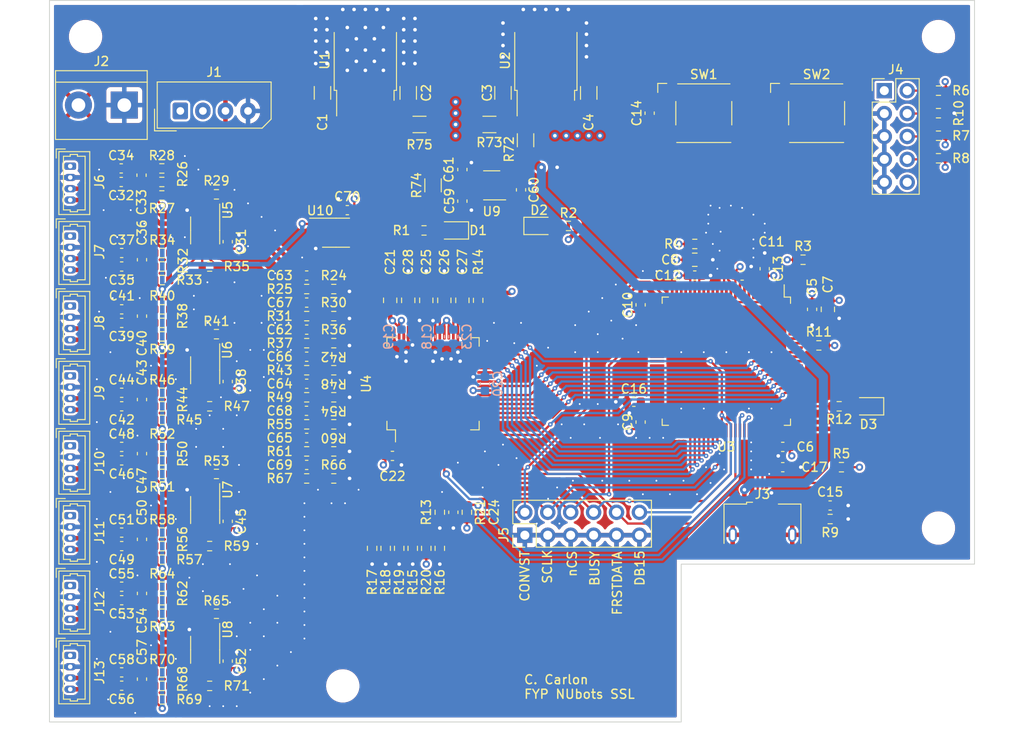
<source format=kicad_pcb>
(kicad_pcb (version 20221018) (generator pcbnew)
  (layers (0 "F.Cu" signal) (1 "In1.Cu" power) (2 "In2.Cu" power) (31 "B.Cu" signal) (34 "B.Paste" user) (35 "F.Paste" user) (36 "B.SilkS" user "B.Silkscreen") (37 "F.SilkS" user "F.Silkscreen") (38 "B.Mask" user) (39 "F.Mask" user) (44 "Edge.Cuts" user))
  (net 0 "")
  (net 1 "GND")
  (net 2 "/V_IN")
  (net 3 "+5V")
  (net 4 "+3V3")
  (net 5 "/processor/NRST")
  (net 6 "Net-(C16-Pad2)")
  (net 7 "Net-(C17-Pad1)")
  (net 8 "/analogue/CONVST")
  (net 9 "Net-(C26-Pad2)")
  (net 10 "Net-(U4-REFCAPA)")
  (net 13 "Net-(U1-OUT)")
  (net 14 "/processor/USB_OTG_HS_DM")
  (net 15 "/processor/USB_OTG_HS_DP")
  (net 16 "/processor/JTMS_SWDIO")
  (net 17 "/processor/JTCK_SWCLK")
  (net 18 "/processor/JTDO_SWO")
  (net 19 "/processor/JTDI")
  (net 20 "/processor/NJTRST")
  (net 21 "/analogue/BUSY")
  (net 22 "/analogue/nCS")
  (net 23 "Net-(D1-A)")
  (net 24 "/analogue/FRSTDATA")
  (net 25 "/analogue/SCLK")
  (net 26 "Net-(D2-A)")
  (net 27 "Net-(D3-A)")
  (net 28 "Net-(U4-~{PAR}{slash}SER{slash}BYTE_SEL)")
  (net 29 "/processor/LED_0")
  (net 30 "/analogue/DB7")
  (net 32 "/analogue/DB8")
  (net 34 "/analogue/DB9")
  (net 36 "/analogue/DB10")
  (net 38 "/analogue/DB11")
  (net 40 "Net-(U3-VREF+)")
  (net 41 "/processor/BOOT")
  (net 42 "/analogue/DB0")
  (net 43 "/analogue/DB1")
  (net 44 "/analogue/DB2")
  (net 45 "/analogue/DB3")
  (net 46 "/analogue/DB4")
  (net 47 "/analogue/DB5")
  (net 48 "/analogue/DB6")
  (net 49 "/analogue/DB12")
  (net 50 "/analogue/DB13")
  (net 51 "/analogue/DB14")
  (net 52 "/analogue/DB15")
  (net 53 "Net-(U4-REF_SELECT)")
  (net 54 "Net-(U4-RANGE)")
  (net 55 "Net-(U4-~{STBY})")
  (net 56 "Net-(U4-OS2)")
  (net 57 "Net-(U4-OS1)")
  (net 58 "Net-(U4-OS0)")
  (net 75 "/analogue/RESET")
  (net 89 "/analogue/nWR")
  (net 103 "Net-(C33-Pad1)")
  (net 108 "Net-(C36-Pad1)")
  (net 110 "Net-(C27-Pad2)")
  (net 111 "Net-(C29-Pad1)")
  (net 112 "Net-(C30-Pad1)")
  (net 113 "/processor/PH0_OSC_IN")
  (net 114 "/processor/PH1_OSC_OUT")
  (net 115 "Net-(C40-Pad1)")
  (net 116 "Net-(C43-Pad1)")
  (net 117 "Net-(C47-Pad1)")
  (net 118 "Net-(C50-Pad1)")
  (net 119 "Net-(C54-Pad1)")
  (net 120 "Net-(C57-Pad1)")
  (net 121 "Net-(U5A-+)")
  (net 122 "Net-(U5A--)")
  (net 123 "Net-(U5B-+)")
  (net 124 "Net-(U5B--)")
  (net 125 "Net-(U6A-+)")
  (net 126 "Net-(U6A--)")
  (net 127 "Net-(U6B-+)")
  (net 128 "Net-(U6B--)")
  (net 129 "Net-(U7A-+)")
  (net 130 "Net-(U7A--)")
  (net 131 "Net-(U7B-+)")
  (net 132 "Net-(U7B--)")
  (net 133 "Net-(U8A-+)")
  (net 134 "Net-(U8A--)")
  (net 135 "Net-(U8B-+)")
  (net 136 "Net-(U8B--)")
  (net 137 "/analogue/REF")
  (net 138 "/analogue/channels_12/CH1-")
  (net 139 "Net-(C32-Pad2)")
  (net 140 "/analogue/channels_12/CH1+")
  (net 141 "/analogue/channels_12/CH2-")
  (net 142 "Net-(C35-Pad2)")
  (net 143 "/analogue/channels_12/CH2+")
  (net 144 "Net-(C39-Pad2)")
  (net 145 "Net-(C42-Pad2)")
  (net 146 "Net-(C46-Pad2)")
  (net 147 "Net-(C49-Pad2)")
  (net 148 "Net-(C53-Pad2)")
  (net 149 "Net-(C56-Pad2)")
  (net 150 "/analogue/channels_34/CH1-")
  (net 151 "/analogue/channels_34/CH1+")
  (net 152 "/analogue/channels_34/CH2-")
  (net 153 "/analogue/channels_34/CH2+")
  (net 154 "/analogue/channels_56/CH1-")
  (net 155 "/analogue/channels_56/CH1+")
  (net 156 "/analogue/channels_56/CH2-")
  (net 157 "/analogue/channels_56/CH2+")
  (net 158 "/analogue/channels_78/CH1-")
  (net 159 "/analogue/channels_78/CH1+")
  (net 160 "/analogue/channels_78/CH2-")
  (net 161 "/analogue/channels_78/CH2+")
  (net 162 "Net-(U2-IN)")
  (net 163 "Net-(U9-VOUT)")
  (net 164 "+5VD")
  (net 165 "Net-(U9-BYP)")
  (net 166 "/analogue/channels_12/xCH1-")
  (net 167 "/analogue/channels_12/xCH1+")
  (net 168 "/analogue/channels_12/xCH2-")
  (net 169 "/analogue/channels_12/xCH2+")
  (net 170 "/analogue/channels_34/xCH1-")
  (net 171 "/analogue/channels_34/xCH1+")
  (net 172 "/analogue/channels_34/xCH2-")
  (net 173 "/analogue/channels_34/xCH2+")
  (net 174 "/analogue/channels_56/xCH1-")
  (net 175 "/analogue/channels_56/xCH1+")
  (net 176 "/analogue/channels_56/xCH2-")
  (net 177 "/analogue/channels_56/xCH2+")
  (net 178 "/analogue/channels_78/xCH1-")
  (net 179 "/analogue/channels_78/xCH1+")
  (net 180 "/analogue/channels_78/xCH2-")
  (net 181 "/analogue/channels_78/xCH2+")
  (net 182 "Net-(J3-Shield)")
  (net 183 "Net-(C62-Pad1)")
  (net 184 "Net-(C63-Pad1)")
  (net 185 "Net-(C64-Pad1)")
  (net 186 "Net-(C65-Pad1)")
  (net 187 "Net-(C66-Pad1)")
  (net 188 "Net-(C67-Pad1)")
  (net 189 "Net-(C68-Pad1)")
  (net 190 "Net-(C69-Pad1)")
  (net 191 "/analogue/REFOUT")
  (footprint "Capacitor_SMD:C_0603_1608Metric" (layer "F.Cu") (at 101 89)
    (fp_text reference "C62")
    (fp_text value "100n")
  )
  (footprint "Resistor_SMD:R_0402_1005Metric" (layer "F.Cu") (at 147.75 80.25 -90)
    (fp_text reference "R23" hide)
    (fp_text value "0")
  )
  (footprint "Resistor_SMD:R_0603_1608Metric" (layer "F.Cu") (at 85 99 180)
    (fp_text reference "R45")
    (fp_text value "5k")
  )
  (footprint "Capacitor_SMD:C_0805_2012Metric" (layer "F.Cu") (at 110.25 85.75 90)
    (fp_text reference "C21")
    (fp_text value "10μ")
  )
  (footprint "Package_TO_SOT_SMD:TO-252-2" (layer "F.Cu") (at 107.5 59.16 90)
    (fp_text reference "U1")
    (fp_text value "L78M05")
  )
  (footprint "Resistor_SMD:R_0603_1608Metric" (layer "F.Cu") (at 85 83.5 180)
    (fp_text reference "R33")
    (fp_text value "5k")
  )
  (footprint "Package_QFP:LQFP-64_10x10mm_P0.5mm" (layer "F.Cu") (at 115 95 90)
    (fp_text reference "U4")
    (fp_text value "AD7606")
  )
  (footprint "Capacitor_SMD:C_0603_1608Metric" (layer "F.Cu") (at 92.25 79.25 90)
    (fp_text reference "C31")
    (fp_text value "100n")
  )
  (footprint "Capacitor_SMD:C_0603_1608Metric" (layer "F.Cu") (at 82.75 112.25 -90)
    (fp_text reference "C50")
    (fp_text value "100n")
  )
  (footprint "Connector_Molex:Molex_SPOX_5267-04A_1x04_P2.50mm_Vertical" (layer "F.Cu") (at 87 64.75)
    (fp_text reference "J1")
    (fp_text value "Conn_01x04_Pin")
  )
  (footprint "Capacitor_SMD:C_0603_1608Metric" (layer "F.Cu") (at 80.5 111.5)
    (fp_text reference "C51")
    (fp_text value "100n")
  )
  (footprint "Capacitor_SMD:C_0603_1608Metric" (layer "F.Cu") (at 80.5 103.5)
    (fp_text reference "C46")
    (fp_text value "100n")
  )
  (footprint "Resistor_SMD:R_0603_1608Metric" (layer "F.Cu") (at 104 87.5 180)
    (fp_text reference "R30")
    (fp_text value "0")
  )
  (footprint "Package_TO_SOT_SMD:SOT-23-5_HandSoldering" (layer "F.Cu") (at 121.5 73 180)
    (fp_text reference "U9")
    (fp_text value "LD3985M18R_SOT23")
  )
  (footprint "Resistor_SMD:R_0603_1608Metric" (layer "F.Cu") (at 84.95 74.125 180)
    (fp_text reference "R27")
    (fp_text value "5k")
  )
  (footprint "Capacitor_SMD:C_0603_1608Metric" (layer "F.Cu") (at 80.5 117.5)
    (fp_text reference "C55")
    (fp_text value "100n")
  )
  (footprint "Connector_Molex:Molex_PicoBlade_53047-0410_1x04_P1.25mm_Vertical" (layer "F.Cu") (at 74.8 101.875 -90)
    (fp_text reference "J10")
    (fp_text value "Conn_01x04_Pin")
  )
  (footprint "Resistor_SMD:R_0603_1608Metric" (layer "F.Cu") (at 109.75 113.25 -90)
    (fp_text reference "R18")
    (fp_text value "10k")
  )
  (footprint "Resistor_SMD:R_0603_1608Metric" (layer "F.Cu") (at 104 93.5 180)
    (fp_text reference "R42")
    (fp_text value "0")
  )
  (footprint "Resistor_SMD:R_0603_1608Metric" (layer "F.Cu") (at 111.25 113.25 -90)
    (fp_text reference "R19")
    (fp_text value "10k")
  )
  (footprint "Connector_Molex:Molex_PicoBlade_53047-0410_1x04_P1.25mm_Vertical" (layer "F.Cu") (at 74.8 94.125 -90)
    (fp_text reference "J9")
    (fp_text value "Conn_01x04_Pin")
  )
  (footprint "Resistor_SMD:R_0603_1608Metric" (layer "F.Cu") (at 85 105 180)
    (fp_text reference "R51")
    (fp_text value "5k")
  )
  (footprint "Resistor_SMD:R_0603_1608Metric" (layer "F.Cu") (at 118.75 109.25 -90)
    (fp_text reference "R21")
    (fp_text value "10k")
  )
  (footprint "Resistor_SMD:R_0603_1608Metric" (layer "F.Cu") (at 101 93.5)
    (fp_text reference "R43")
    (fp_text value "0")
  )
  (footprint "Capacitor_SMD:C_0603_1608Metric" (layer "F.Cu") (at 110.5 103)
    (fp_text reference "C22")
    (fp_text value "100n")
  )
  (footprint "Resistor_SMD:R_0603_1608Metric" (layer "F.Cu") (at 160 97.5 180)
    (fp_text reference "R12")
    (fp_text value "650")
  )
  (footprint "Resistor_SMD:R_0603_1608Metric" (layer "F.Cu") (at 85 103.5)
    (fp_text reference "R50")
    (fp_text value "5k")
  )
  (footprint "Resistor_SMD:R_0603_1608Metric" (layer "F.Cu") (at 85 130 180)
    (fp_text reference "R69")
    (fp_text value "5k")
  )
  (footprint "Package_SO:MSOP-8_3x3mm_P0.65mm" (layer "F.Cu") (at 89.75 124.5 -90)
    (fp_text reference "U8")
    (fp_text value "TLV272")
  )
  (footprint "Package_SO:MSOP-8_3x3mm_P0.65mm" (layer "F.Cu") (at 89.75 109 -90)
    (fp_text reference "U7")
    (fp_text value "TLV272")
  )
  (footprint "Capacitor_SMD:C_0603_1608Metric" (layer "F.Cu") (at 101 83)
    (fp_text reference "C63")
    (fp_text value "100n")
  )
  (footprint "Capacitor_SMD:C_0603_1608Metric" (layer "F.Cu") (at 80.5 128.48)
    (fp_text reference "C56")
    (fp_text value "100n")
  )
  (footprint "Connector_USB:USB_Micro-B_Amphenol_10118193-0001LF_Horizontal" (layer "F.Cu") (at 151.5 111.75)
    (fp_text reference "J3")
    (fp_text value "USB_B_Micro")
  )
  (footprint "Crystal:Crystal_SMD_2520-4Pin_2.5x2.0mm" (layer "F.Cu") (at 148.5 77.5 90)
    (fp_text reference "Y1" hide)
    (fp_text value "Crystal_GND24")
  )
  (footprint "Resistor_SMD:R_0603_1608Metric" (layer "F.Cu") (at 84.95 71.125)
    (fp_text reference "R28")
    (fp_text value "5k")
  )
  (footprint "Resistor_SMD:R_0603_1608Metric" (layer "F.Cu") (at 85 80.5)
    (fp_text reference "R34")
    (fp_text value "5k")
  )
  (footprint "Capacitor_SMD:C_0603_1608Metric" (layer "F.Cu") (at 80.5 127)
    (fp_text reference "C58")
    (fp_text value "100n")
  )
  (footprint "Capacitor_SMD:C_0805_2012Metric" (layer "F.Cu") (at 112.25 85.75 -90)
    (fp_text reference "C28")
    (fp_text value "10μ")
  )
  (footprint "Resistor_SMD:R_0603_1608Metric" (layer "F.Cu") (at 160.25 104.25 180)
    (fp_text reference "R5")
    (fp_text value "1.5k")
  )
  (footprint "Resistor_SMD:R_0603_1608Metric" (layer "F.Cu") (at 120 85.75 90)
    (fp_text reference "R14")
    (fp_text value "10k")
  )
  (footprint "Capacitor_SMD:C_0603_1608Metric" (layer "F.Cu") (at 80.5 119)
    (fp_text reference "C53")
    (fp_text value "100n")
  )
  (footprint "Resistor_SMD:R_0603_1608Metric" (layer "F.Cu") (at 171 67.5 180)
    (fp_text reference "R7")
    (fp_text value "10k")
  )
  (footprint "Capacitor_SMD:C_0603_1608Metric" (layer "F.Cu") (at 117.25 109.25 -90)
    (fp_text reference "C24")
    (fp_text value "4.7p")
  )
  (footprint "Resistor_SMD:R_0603_1608Metric" (layer "F.Cu") (at 115.75 109.25 90)
    (fp_text reference "R13")
    (fp_text value "10k")
  )
  (footprint "Capacitor_SMD:C_0603_1608Metric" (layer "F.Cu") (at 82.75 127.75 -90)
    (fp_text reference "C57")
    (fp_text value "100n")
  )
  (footprint "Capacitor_SMD:C_0603_1608Metric" (layer "F.Cu") (at 149.25 83)
    (fp_text reference "C11")
    (fp_text value "100n")
  )
  (footprint "Connector_Molex:Molex_PicoBlade_53047-0410_1x04_P1.25mm_Vertical" (layer "F.Cu") (at 74.8 78.625 -90)
    (fp_text reference "J7")
    (fp_text value "Conn_01x04_Pin")
  )
  (footprint "Connector_PinHeader_2.54mm:PinHeader_2x05_P2.54mm_Vertical" (layer "F.Cu") (at 165 62.5)
    (fp_text reference "J4")
    (fp_text value "Conn_02x05_Odd_Even")
  )
  (footprint "Capacitor_SMD:C_0603_1608Metric" (layer "F.Cu") (at 124.75 73.5 -90)
    (fp_text reference "C60")
    (fp_text value "1μ")
  )
  (footprint "Package_QFP:LQFP-100_14x14mm_P0.5mm" (layer "F.Cu") (at 147.5 92.5 -90)
    (fp_text reference "U3")
    (fp_text value "STM32H723VGTx")
  )
  (footprint "Capacitor_SMD:C_0603_1608Metric" (layer "F.Cu") (at 80.5 82)
    (fp_text reference "C35")
    (fp_text value "100n")
  )
  (footprint "Resistor_SMD:R_0603_1608Metric" (layer "F.Cu") (at 85 88.25)
    (fp_text reference "R38")
    (fp_text value "5k")
  )
  (footprint "Resistor_SMD:R_0603_1608Metric" (layer "F.Cu") (at 104 90.5 180)
    (fp_text reference "R36")
    (fp_text value "0")
  )
  (footprint "Capacitor_SMD:C_0603_1608Metric" (layer "F.Cu") (at 101 86)
    (fp_text reference "C67")
    (fp_text value "100n")
  )
  (footprint "Capacitor_SMD:C_0603_1608Metric" (layer "F.Cu") (at 138 86.25 90)
    (fp_text reference "C10")
    (fp_text value "100n")
  )
  (footprint "Resistor_SMD:R_0603_1608Metric" (layer "F.Cu") (at 85 114.5 180)
    (fp_text reference "R57")
    (fp_text value "5k")
  )
  (footprint "Resistor_SMD:R_0603_1608Metric" (layer "F.Cu") (at 101 96.5)
    (fp_text reference "R49")
    (fp_text value "0")
  )
  (footprint "Capacitor_SMD:C_0603_1608Metric" (layer "F.Cu") (at 80.45 72.625)
    (fp_text reference "C32")
    (fp_text value "100n")
  )
  (footprint "Capacitor_SMD:C_0603_1608Metric" (layer "F.Cu") (at 144 83)
    (fp_text reference "C12")
    (fp_text value "100n")
  )
  (footprint "Capacitor_SMD:C_0603_1608Metric" (layer "F.Cu") (at 82.75 81.25 -90)
    (fp_text reference "C36")
    (fp_text value "100n")
  )
  (footprint "Resistor_SMD:R_0603_1608Metric" (layer "F.Cu") (at 85 82)
    (fp_text reference "R32")
    (fp_text value "5k")
  )
  (footprint "Resistor_SMD:R_0603_1608Metric" (layer "F.Cu") (at 90.25 82)
    (fp_text reference "R35")
    (fp_text value "5k")
  )
  (footprint "Resistor_SMD:R_1206_3216Metric" (layer "F.Cu") (at 125.25 68 90)
    (fp_text reference "R72")
    (fp_text value "0")
  )
  (footprint "Capacitor_SMD:C_1206_3216Metric" (layer "F.Cu") (at 112.25 62.75 -90)
    (fp_text reference "C2")
    (fp_text value "0.1μF")
  )
  (footprint "Resistor_SMD:R_0603_1608Metric" (layer "F.Cu") (at 85 96)
    (fp_text reference "R46")
    (fp_text value "5k")
  )
  (footprint "Capacitor_SMD:C_0603_1608Metric" (layer "F.Cu") (at 82.75 102.75 -90)
    (fp_text reference "C47")
    (fp_text value "100n")
  )
  (footprint "Resistor_SMD:R_0603_1608Metric" (layer "F.Cu") (at 85 117.5)
    (fp_text reference "R64")
    (fp_text value "5k")
  )
  (footprint "Resistor_SMD:R_0603_1608Metric" (layer "F.Cu") (at 101 105.5)
    (fp_text reference "R67")
    (fp_text value "0")
  )
  (footprint "MountingHole:MountingHole_3.2mm_M3" (layer "F.Cu") (at 171 56.5)
    (fp_text reference "REF**" hide)
    (fp_text value "MountingHole_3.2mm_M3")
  )
  (footprint "Resistor_SMD:R_0603_1608Metric" (layer "F.Cu") (at 85 119)
    (fp_text reference "R62")
    (fp_text value "5k")
  )
  (footprint "Resistor_SMD:R_0603_1608Metric" (layer "F.Cu") (at 104 84.5 180)
    (fp_text reference "R24")
    (fp_text value "0")
  )
  (footprint "Resistor_SMD:R_0603_1608Metric" (layer "F.Cu") (at 90.25 113)
    (fp_text reference "R59")
    (fp_text value "5k")
  )
  (footprint "Capacitor_SMD:C_0603_1608Metric" (layer "F.Cu") (at 105.5 75.75 180)
    (fp_text reference "C70")
    (fp_text value "100n")
  )
  (footprint "Resistor_SMD:R_0603_1608Metric" (layer "F.Cu") (at 101 90.5)
    (fp_text reference "R37")
    (fp_text value "0")
  )
  (footprint "Capacitor_SMD:C_0603_1608Metric" (layer "F.Cu") (at 80.5 80.5)
    (fp_text reference "C37")
    (fp_text value "100n")
  )
  (footprint "Capacitor_SMD:C_0603_1608Metric" (layer "F.Cu") (at 118.25 71.25 -90)
    (fp_text reference "C61")
    (fp_text value "10n")
  )
  (footprint "Resistor_SMD:R_0603_1608Metric" (layer "F.Cu") (at 85 97.5)
    (fp_text reference "R44")
    (fp_text value "5k")
  )
  (footprint "Package_SO:MSOP-8_3x3mm_P0.65mm" (layer "F.Cu") (at 104.25 78.25)
    (fp_text reference "U10")
    (fp_text value "TLV272")
  )
  (footprint "Capacitor_SMD:C_0603_1608Metric" (layer "F.Cu") (at 151.75 82.25 90)
    (fp_text reference "C13")
    (fp_text value "100n")
  )
  (footprint "Resistor_SMD:R_0603_1608Metric" (layer "F.Cu") (at 90.25 97.5)
    (fp_text reference "R47")
    (fp_text value "5k")
  )
  (footprint "Connector_Molex:Molex_PicoBlade_53047-0410_1x04_P1.25mm_Vertical" (layer "F.Cu") (at 74.8 109.625 -90)
    (fp_text reference "J11")
    (fp_text value "Conn_01x04_Pin")
  )
  (footprint "Resistor_SMD:R_0603_1608Metric" (layer "F.Cu") (at 101 84.5)
    (fp_text reference "R25")
    (fp_text value "0")
  )
  (footprint "Capacitor_SMD:C_0603_1608Metric" (layer "F.Cu") (at 82.7 71.875 -90)
    (fp_text reference "C33")
    (fp_text value "100n")
  )
  (footprint "Capacitor_SMD:C_0402_1005Metric" (layer "F.Cu") (at 146.5 76.75 90)
    (fp_text reference "C30" hide)
    (fp_text value "5.6p")
  )
  (footprint "Capacitor_SMD:C_0603_1608Metric" (layer "F.Cu") (at 82.75 96.75 -90)
    (fp_text reference "C43")
    (fp_text value "100n")
  )
  (footprint "Capacitor_SMD:C_1206_3216Metric" (layer "F.Cu") (at 102.75 62.75 -90)
    (fp_text reference "C1")
    (fp_text value "0.33μF")
  )
  (footprint "Resistor_SMD:R_0603_1608Metric" (layer "F.Cu") (at 85 102)
    (fp_text reference "R52")
    (fp_text value "5k")
  )
  (footprint "Resistor_SMD:R_0603_1608Metric" (layer "F.Cu") (at 156 81.25)
    (fp_text reference "R3")
    (fp_text value "10k")
  )
  (footprint "Resistor_SMD:R_0603_1608Metric" (layer "F.Cu") (at 91 89.5)
    (fp_text reference "R41")
    (fp_text value "5k")
  )
  (footprint "Resistor_SMD:R_0603_1608Metric" (layer "F.Cu") (at 171 70 180)
    (fp_text reference "R8")
    (fp_text value "10k")
  )
  (footprint "Connector_Molex:Molex_PicoBlade_53047-0410_1x04_P1.25mm_Vertical" (layer "F.Cu") (at 74.8 86.375 -90)
    (fp_text reference "J8")
    (fp_text value "Conn_01x04_Pin")
  )
  (footprint "Capacitor_SMD:C_0603_1608Metric" (layer "F.Cu") (at 138 99.25 90)
    (fp_text reference "C9")
    (fp_text value "100n")
  )
  (footprint "TerminalBlock:TerminalBlock_bornier-2_P5.08mm" (layer "F.Cu") (at 80.79 64.1 180)
    (fp_text reference "J2")
    (fp_text value "Screw_Terminal_01x02")
  )
  (footprint "Capacitor_SMD:C_0603_1608Metric" (layer "F.Cu") (at 101 101)
    (fp_text reference "C65")
    (fp_text value "100n")
  )
  (footprint "Button_Switch_SMD:SW_SPST_Omron_B3FS-100xP" (layer "F.Cu") (at 145 65)
    (fp_text reference "SW1")
    (fp_text value "SW_Omron_B3FS")
  )
  (footprint "Capacitor_SMD:C_1206_3216Metric" (layer "F.Cu") (at 132.25 62.75 -90)
    (fp_text reference "C4")
    (fp_text value "0.1μF")
  )
  (footprint "Resistor_SMD:R_0603_1608Metric" (layer "F.Cu") (at 104 102.5 180)
    (fp_text reference "R60")
    (fp_text value "0")
  )
  (footprint "Resistor_SMD:R_1206_3216Metric" (layer "F.Cu") (at 113.5 66.25)
    (fp_text reference "R75")
    (fp_text value "0")
  )
  (footprint "Capacitor_SMD:C_0603_1608Metric" (layer "F.Cu") (at 118.25 74.75 90)
    (fp_text reference "C59")
    (fp_text value "1μ")
  )
  (footprint "Resistor_SMD:R_0603_1608Metric" (layer "F.Cu") (at 130 77.5)
    (fp_text reference "R2")
    (fp_text value "650")
  )
  (footprint "Capacitor_SMD:C_0603_1608Metric" (layer "F.Cu") (at 82.75 118.25 -90)
    (fp_text reference "C54")
    (fp_text value "100n")
  )
  (footprint "Resistor_SMD:R_0603_1608Metric" (layer "F.Cu") (at 85 86.75)
    (fp_text reference "R40")
    (fp_text value "5k")
  )
  (footprint "Capacitor_SMD:C_0603_1608Metric" (layer "F.Cu") (at 80.5 86.75)
    (fp_text reference "C41")
    (fp_text value "100n")
  )
  (footprint "LED_SMD:LED_0805_2012Metric" (layer "F.Cu") (at 163.25 97.5 180)
    (fp_text reference "D3")
    (fp_text value "LED")
  )
  (footprint "Capacitor_SMD:C_0603_1608Metric" (layer "F.Cu") (at 101 92)
    (fp_text reference "C66")
    (fp_text value "100n")
  )
  (footprint "Capacitor_SMD:C_0603_1608Metric" (layer "F.Cu") (at 153.75 102 180)
    (fp_text reference "C6")
    (fp_text value "100n")
  )
  (footprint "Resistor_SMD:R_0603_1608Metric" (layer "F.Cu") (at 85 127)
    (fp_text reference "R70")
    (fp_text value "5k")
  )
  (footprint "Button_Switch_SMD:SW_SPST_Omron_B3FS-100xP" (layer "F.Cu") (at 157.5 65)
    (fp_text reference "SW2")
    (fp_text value "SW_Omron_B3FS")
  )
  (footprint "Resistor_SMD:R_1206_3216Metric" (layer "F.Cu") (at 121.25 66.25)
    (fp_text reference "R73")
    (fp_text value "0")
  )
  (footprint "Resistor_SMD:R_0603_1608Metric" (layer "F.Cu") (at 91 120.5)
    (fp_text reference "R65")
    (fp_text value "5k")
  )
  (footprint "Capacitor_SMD:C_0805_2012Metric" (layer "F.Cu") (at 118.25 85.75 -90)
    (fp_text reference "C27")
    (fp_text value "1μ")
  )
  (footprint "Package_SO:MSOP-8_3x3mm_P0.65mm" (layer "F.Cu") (at 89.75 78 -90)
    (fp_text reference "U5")
    (fp_text value "TLV272")
  )
  (footprint "Resistor_SMD:R_0603_1608Metric" (layer "F.Cu") (at 85 120.5 180)
    (fp_text reference "R63")
    (fp_text value "5k")
  )
  (footprint "Capacitor_SMD:C_1206_3216Metric" (layer "F.Cu") (at 122.75 62.75 -90)
    (fp_text reference "C3")
    (fp_text value "0.33μF")
  )
  (footprint "Connector_PinHeader_2.54mm:PinHeader_2x06_P2.54mm_Vertical" (layer "F.Cu") (at 125.17 111.79 90)
    (fp_text reference "J5")
    (fp_text value "Conn_02x06_Odd_Even")
  )
  (footprint "Capacitor_SMD:C_0603_1608Metric" (layer "F.Cu") (at 80.45 71.125)
    (fp_text reference "C34")
    (fp_text value "100n")
  )
  (footprint "Connector_Molex:Molex_PicoBlade_53047-0410_1x04_P1.25mm_Vertical" (layer "F.Cu") (at 74.8 117.375 -90)
    (fp_text reference "J12")
    (fp_text value "Conn_01x04_Pin")
  )
  (footprint "Resistor_SMD:R_0603_1608Metric" (layer "F.Cu") (at 108.25 113.25 -90)
    (fp_text reference "R17")
    (fp_text value "10k")
  )
  (footprint "Resistor_SMD:R_0603_1608Metric" (layer "F.Cu") (at 91 105)
    (fp_text reference "R53")
    (fp_text value "5k")
  )
  (footprint "Capacitor_SMD:C_0603_1608Metric" (layer "F.Cu") (at 92.25 110.25 90)
    (fp_text reference "C45")
    (fp_text value "100n")
  )
  (footprint "Capacitor_SMD:C_0402_1005Metric" (layer "F.Cu") (at 150.75 77.5 90)
    (fp_text reference "C29" hide)
    (fp_text value "5.6p")
  )
  (footprint "LED_SMD:LED_0805_2012Metric" (layer "F.Cu") (at 126.75 77.5)
    (fp_text reference "D2")
    (fp_text value "LED")
  )
  (footprint "Resistor_SMD:R_0603_1608Metric" (layer "F.Cu") (at 144 79.5 180)
    (fp_text reference "R4")
    (fp_text value "47")
  )
  (footprint "Resistor_SMD:R_0603_1608Metric" (layer "F.Cu") (at 159 110)
    (fp_text reference "R9")
    (fp_text value "1M")
  )
  (footprint "Package_TO_SOT_SMD:TO-252-2" (layer "F.Cu") (at 127.5 59.16 90)
    (fp_text reference "U2")
    (fp_text value "UA78M33")
  )
  (footprint "Resistor_SMD:R_0603_1608Metric" (layer "F.Cu") (at 115.75 113.25 90)
    (fp_text reference "R16")
    (fp_text value "10k")
  )
  (footprint "Resistor_SMD:R_0603_1608Metric" (layer "F.Cu") (at 171 62.5 180)
    (fp_text reference "R6")
    (fp_text value "10k")
  )
  (footprint "Resistor_SMD:R_0603_1608Metric" (layer "F.Cu") (at 114.25 113.25 -90)
    (fp_text reference "R20")
    (fp_text value "10k")
  )
  (footprint "Resistor_SMD:R_0603_1608Metric" (layer "F.Cu") (at 85 89.75 180)
    (fp_text reference "R39")
    (fp_text value "5k")
  )
  (footprint "Capacitor_SMD:C_0603_1608Metric" (layer "F.Cu") (at 139 65 90)
    (fp_text reference "C14")
    (fp_text value "100n")
  )
  (footprint "Resistor_SMD:R_0603_1608Metric" (layer "F.Cu") (at 104 105.5 180)
    (fp_text reference "R66")
    (fp_text value "0")
  )
  (footprint "Capacitor_SMD:C_0603_1608Metric" (layer "F.Cu") (at 157 86.75 -90)
    (fp_text reference "C5")
    (fp_text value "100n")
  )
  (footprint "Capacitor_SMD:C_0603_1608Metric" (layer "F.Cu") (at 137.25 97)
    (fp_text reference "C16")
    (fp_text value "100n")
  )
  (footprint "Resistor_SMD:R_0603_1608Metric" (layer "F.Cu") (at 101 99.5)
    (fp_text reference "R55")
    (fp_text value "0")
  )
  (footprint "Resistor_SMD:R_1206_3216Metric" (layer "F.Cu") (at 115 73 90)
    (fp_text reference "R74")
    (fp_text value "0")
  )
  (footprint "Capacitor_SMD:C_0805_2012Metric" (layer "F.Cu") (at 116.25 85.75 -90)
    (fp_text reference "C26")
    (fp_text value "1μ")
  )
  (footprint "Package_SO:MSOP-8_3x3mm_P0.65mm" (layer "F.Cu") (at 89.75 93.5 -90)
    (fp_text reference "U6")
    (fp_text value "TLV272")
  )
  (footprint "Resistor_SMD:R_0603_1608Metric" (layer "F.Cu") (at 104 99.5 180)
    (fp_text reference "R54")
    (fp_text value "0")
  )
  (footprint "Capacitor_SMD:C_0603_1608Metric" (layer "F.Cu") (at 80.5 97.5)
    (fp_text reference "C42")
    (fp_text value "100n")
  )
  (footprint "Resistor_SMD:R_0603_1608Metric" (layer "F.Cu") (at 101 87.5)
    (fp_text reference "R31")
    (fp_text value "0")
  )
  (footprint "Capacitor_SMD:C_0603_1608Metric" (layer "F.Cu") (at 92.25 125.75 90)
    (fp_text reference "C52")
    (fp_text value "100n")
  )
  (footprint "Capacitor_SMD:C_0603_1608Metric" (layer "F.Cu") (at 153.75 104.25)
    (fp_text reference "C17")
    (fp_text value "100n")
  )
  (footprint "Connector_Molex:Molex_PicoBlade_53047-0410_1x04_P1.25mm_Vertical" (layer "F.Cu") (at 74.8 125.125 -90)
    (fp_text reference "J13")
    (fp_text value "Conn_01x04_Pin")
  )
  (footprint "Resistor_SMD:R_0603_1608Metric" (layer "F.Cu") (at 85 113)
    (fp_text reference "R56")
    (fp_text value "5k")
  )
  (footprint "LED_SMD:LED_0805_2012Metric" (layer "F.Cu") (at 117.25 78 180)
    (fp_text reference "D1")
    (fp_text value "LED")
  )
  (footprint "Capacitor_SMD:C_0603_1608Metric" (layer "F.Cu") (at 159 108.5)
    (fp_text reference "C15")
    (fp_text value "4.7n")
  )
  (footprint "Resistor_SMD:R_0603_1608Metric" (layer "F.Cu") (at 101 102.5)
    (fp_text reference "R61")
    (fp_text value "0")
  )
  (footprint "Capacitor_SMD:C_0603_1608Metric" (layer "F.Cu") (at 100.975 98)
    (fp_text reference "C68")
    (fp_text value "100n")
  )
  (footprint "Capacitor_SMD:C_0603_1608Metric" (layer "F.Cu") (at 80.5 88.25)
    (fp_text reference "C39")
    (fp_text value "100n")
  )
  (footprint "MountingHole:MountingHole_3.2mm_M3" (layer "F.Cu") (at 76.5 56.5)
    (fp_text reference "REF**" hide)
    (fp_text value "MountingHole_3.2mm_M3")
  )
  (footprint "MountingHole:MountingHole_3.2mm_M3" (layer "F.Cu") (at 105 128.5)
    (fp_text reference "REF**" hide)
    (fp_text value "MountingHole_3.2mm_M3")
  )
  (footprint "Resistor_SMD:R_0603_1608Metric" (layer "F.Cu") (at 114 78 180)
    (fp_text reference "R1")
    (fp_text value "1.5k")
  )
  (footprint "Resistor_SMD:R_0603_1608Metric" (layer "F.Cu") (at 112.75 113.25 90)
    (fp_text reference "R15")
    (fp_text value "10k")
  )
  (footprint "Resistor_SMD:R_0603_1608Metric" (layer "F.Cu") (at 104 96.5 180)
    (fp_text reference "R48")
    (fp_text value "0")
  )
  (footprint "MountingHole:MountingHole_3.2mm_M3" (layer "F.Cu") (at 171 111)
    (fp_text reference "REF**" hide)
    (fp_text value "MountingHole_3.2mm_M3")
  )
  (footprint "Capacitor_SMD:C_0805_2012Metric" (layer "F.Cu") (at 114.25 85.75 90)
    (fp_text reference "C25")
    (fp_text value "100n")
  )
  (footprint "Capacitor_SMD:C_0603_1608Metric" (layer "F.Cu") (at 80.5 113)
    (fp_text reference "C49")
    (fp_text value "100n")
  )
  (footprint "Capacitor_SMD:C_0603_1608Metric" (layer "F.Cu") (at 80.5 102)
    (fp_text reference "C48")
    (fp_text value "100n")
  )
  (footprint "Resistor_SMD:R_0402_1005Metric" (layer "F.Cu") (at 149.25 80.25 -90)
    (fp_text reference "R22" hide)
    (fp_text value "0")
  )
  (footprint "Capacitor_SMD:C_0603_1608Metric" (layer "F.Cu") (at 80.5 96)
    (fp_text reference "C44")
    (fp_text value "100n")
  )
  (footprint "Resistor_SMD:R_0603_1608Metric" (layer "F.Cu") (at 171 65)
    (fp_text reference "R10")
    (fp_text value "10k")
  )
  (footprint "Capacitor_SMD:C_0603_1608Metric" (layer "F.Cu") (at 92.25 94.75 90)
    (fp_text reference "C38")
    (fp_text value "100n")
  )
  (footprint "Resistor_SMD:R_0603_1608Metric" (layer "F.Cu") (at 85 128.5)
    (fp_text reference "R68")
    (fp_text value "5k")
  )
  (footprint "Capacitor_SMD:C_0603_1608Metric" (layer "F.Cu") (at 101 95)
    (fp_text reference "C64")
    (fp_text value "100n")
  )
  (footprint "Capacitor_SMD:C_0805_2012Metric" (layer "F.Cu") (at 144 81.25)
    (fp_text reference "C8")
    (fp_text value "1μ")
  )
  (footprint "Connector_Molex:Molex_PicoBlade_53047-0410_1x04_P1.25mm_Vertical" (layer "F.Cu") (at 74.8 70.875 -90)
    (fp_text reference "J6")
    (fp_text value "Conn_01x04_Pin")
  )
  (footprint "Resistor_SMD:R_0603_1608Metric" (layer "F.Cu") (at 157.75 90.75 180)
    (fp_text reference "R11")
    (fp_text value "10k")
  )
  (footprint "Resistor_SMD:R_0603_1608Metric" (layer "F.Cu") (at 90.25 128.5)
    (fp_text reference "R71")
    (fp_text value "5k")
  )
  (footprint "Resistor_SMD:R_0603_1608Metric" (layer "F.Cu") (at 84.95 72.625)
    (fp_text reference "R26")
    (fp_text value "5k")
  )
  (footprint "Capacitor_SMD:C_0805_2012Metric" (layer "F.Cu") (at 158.75 86.75 -90)
    (fp_text reference "C7")
    (fp_text value "4.7μ")
  )
  (footprint "Resistor_SMD:R_0603_1608Metric" (layer "F.Cu") (at 91 74)
    (fp_text reference "R29")
    (fp_text value "5k")
  )
  (footprint "Resistor_SMD:R_0603_1608Metric" (layer "F.Cu") (at 85 111.5)
    (fp_text reference "R58")
    (fp_text value "5k")
  )
  (footprint "Capacitor_SMD:C_0603_1608Metric" (layer "F.Cu") (at 101 104)
    (fp_text reference "C69")
    (fp_text value "100n")
  )
  (footprint "Capacitor_SMD:C_0603_1608Metric" (layer "F.Cu") (at 82.75 87.5 -90)
    (fp_text reference "C40")
    (fp_text value "100n")
  )
  (footprint "Capacitor_SMD:C_0603_1608Metric" (layer "B.Cu") (at 120.75 95 90)
    (fp_text reference "C20")
    (fp_text value "100n")
  )
  (footprint "Capacitor_SMD:C_0603_1608Metric" (layer "B.Cu") (at 115.75 89.775 -90)
    (fp_text reference "C18")
    (fp_text value "100n")
  )
  (footprint "Capacitor_SMD:C_0603_1608Metric" (layer "B.Cu") (at 111.5 89.775 -90)
    (fp_text reference "C19")
    (fp_text value "100n")
  )
  (footprint "Capacitor_SMD:C_0603_1608Metric" (layer "B.Cu") (at 117.25 89.775 -90)
    (fp_text reference "C23")
    (fp_text value "100n")
  )
  (gr_poly (pts (xy 72.5 52.5) (xy 175 52.5) (xy 175 115) (xy 142.5 115) (xy 142.5 132.5) (xy 72.5 132.5)) (stroke (width 0.1)) (fill none) (layer "Edge.Cuts"))
  (gr_text "SCLK" (at 128.25 117.25 90) (layer "F.SilkS") (effects (font (size 1 1) (thickness 0.16)) (justify left bottom)))
  (gr_text "FRSTDATA" (at 136 120.75 90) (layer "F.SilkS") (effects (font (size 1 1) (thickness 0.16)) (justify left bottom)))
  (gr_text "DB15" (at 138.5 117.5 90) (layer "F.SilkS") (effects (font (size 1 1) (thickness 0.16)) (justify left bottom)))
  (gr_text "nCS" (at 131 116.5 90) (layer "F.SilkS") (effects (font (size 1 1) (thickness 0.16)) (justify left bottom)))
  (gr_text "BUSY" (at 133.5 117.5 90) (layer "F.SilkS") (effects (font (size 1 1) (thickness 0.16)) (justify left bottom)))
  (gr_text "CONVST" (at 125.75 119.25 90) (layer "F.SilkS") (effects (font (size 1 1) (thickness 0.16)) (justify left bottom)))
  (gr_text "C. Carlon\nFYP NUbots SSL" (at 125 130) (layer "F.SilkS") (effects (font (size 1 1) (thickness 0.16)) (justify left bottom)))
  (segment (start 111.75 91.25) (end 111.75 89.325) (width 0.25) (layer "F.Cu") (net 1))
  (segment (start 139.825 86.5) (end 139.025 86.5) (width 0.25) (layer "F.Cu") (net 1))
  (segment (start 136.975 85.475) (end 136.75 85.25) (width 0.25) (layer "F.Cu") (net 1))
  (segment (start 112 91.5) (end 111.75 91.25) (width 0.25) (layer "F.Cu") (net 1))
  (segment (start 119.25 70.475) (end 118.25 70.475) (width 0.5) (layer "F.Cu") (net 1))
  (segment (start 104.825 99.5) (end 105.75 99.5) (width 0.25) (layer "F.Cu") (net 1))
  (segment (start 114.75 89.325) (end 114.75 88.25) (width 0.25) (layer "F.Cu") (net 1))
  (segment (start 109.75 114.075) (end 109.75 115) (width 0.25) (layer "F.Cu") (net 1))
  (segment (start 151.75 81.475) (end 151.75 80.5) (width 0.25) (layer "F.Cu") (net 1))
  (segment (start 117.25 110.025) (end 117.25 111) (width 0.25) (layer "F.Cu") (net 1))
  (segment (start 104.825 90.5) (end 105.475402 90.5) (width 0.25) (layer "F.Cu") (net 1))
  (segment (start 157 87.525) (end 157 88.5) (width 0.25) (layer "F.Cu") (net 1))
  (segment (start 87.8875 75.8875) (end 88.775 75.8875) (width 0.25) (layer "F.Cu") (net 1))
  (segment (start 144.95 81.25) (end 146 81.25) (width 0.25) (layer "F.Cu") (net 1))
  (segment (start 104.825 102.5) (end 105.75 102.5) (width 0.25) (layer "F.Cu") (net 1))
  (segment (start 146.5 75.75) (end 146.75 75.5) (width 0.25) (layer "F.Cu") (net 1))
  (segment (start 114.75 88.25) (end 115 88) (width 0.25) (layer "F.Cu") (net 1))
  (segment (start 87.75 75.75) (end 87.8875 75.8875) (width 0.25) (layer "F.Cu") (net 1))
  (segment (start 118.25 75.525) (end 119.025 75.525) (width 0.5) (layer "F.Cu") (net 1))
  (segment (start 150.75 77.02) (end 149.595 77.02) (width 0.25) (layer "F.Cu") (net 1))
  (segment (start 104.725 74.725) (end 104.725 75.75) (width 0.25) (layer "F.Cu") (net 1))
  (segment (start 112.25 90.224253) (end 112.725247 90.6995) (width 0.25) (layer "F.Cu") (net 1))
  (segment (start 87.75 106.75) (end 87.8875 106.8875) (width 0.25) (layer "F.Cu") (net 1))
  (segment (start 152.5 107.1) (end 152.15 107.45) (width 0.5) (layer "F.Cu") (net 1))
  (segment (start 138 98.475) (end 136.975 98.475) (width 0.25) (layer "F.Cu") (net 1))
  (segment (start 124.75 72.725) (end 124.475 73) (width 0.5) (layer "F.Cu") (net 1))
  (segment (start 120.675 94.25) (end 119.452191 94.25) (width 0.25) (layer "F.Cu") (net 1))
  (segment (start 93.025 124.975) (end 93.25 124.75) (width 0.25) (layer "F.Cu") (net 1))
  (segment (start 87.75 91.25) (end 87.8875 91.3875) (width 0.25) (layer "F.Cu") (net 1))
  (segment (start 154.525 104.25) (end 155.75 104.25) (width 0.25) (layer "F.Cu") (net 1))
  (segment (start 93.5 78.5) (end 93.475 78.475) (width 0.25) (layer "F.Cu") (net 1))
  (segment (start 146.5 76.27) (end 146.5 75.75) (width 0.25) (layer "F.Cu") (net 1))
  (segment (start 115.75 114.075) (end 115.75 115) (width 0.25) (layer "F.Cu") (net 1))
  (segment (start 104.5 74.5) (end 104.725 74.725) (width 0.25) (layer "F.Cu") (net 1))
  (segment (start 113.505752 87.97517) (end 113.75 88.219418) (width 0.25) (layer "F.Cu") (net 1))
  (segment (start 159.95 87.7) (end 160 87.75) (width 0.25) (layer "F.Cu") (net 1))
  (segment (start 158.575 87.525) (end 158.75 87.7) (width 0.5) (layer "F.Cu") (net 1))
  (segment (start 138.475 98) (end 139.825 98) (width 0.25) (layer "F.Cu") (net 1))
  (segment (start 111.75 100.675) (end 111.75 102.525) (width 0.25) (layer "F.Cu") (net 1))
  (segment (start 136.475 97) (end 135.25 97) (width 0.25) (layer "F.Cu") (net 1))
  (segment (start 150.025 82.225) (end 150.25 82) (width 0.25) (layer "F.Cu") (net 1))
  (segment (start 158.75 87.7) (end 159.95 87.7) (width 0.25) (layer "F.Cu") (net 1))
  (segment (start 111.75 102.525) (end 111.275 103) (width 0.25) (layer "F.Cu") (net 1))
  (segment (start 119.025 75.525) (end 119.25 75.75) (width 0.5) (layer "F.Cu") (net 1))
  (segment (start 92.25 109.475) (end 93.025 109.475) (width 0.25) (layer "F.Cu") (net 1))
  (segment (start 92.25 124.975) (end 93.025 124.975) (width 0.25) (layer "F.Cu") (net 1))
  (segment (start 156.475 87) (end 157 87.525) (width 0.25) (layer "F.Cu") (net 1))
  (segment (start 105.475402 87.5) (end 105.737701 87.762299) (width 0.25) (layer "F.Cu") (net 1))
  (segment (start 125.725 72.725) (end 125.75 72.75) (width 0.5) (layer "F.Cu") (net 1))
  (segment (start 124.475 73) (end 122.85 73) (width 0.5) (layer "F.Cu") (net 1))
  (segment (start 93.5 94) (end 93.475 93.975) (width 0.25) (layer "F.Cu") (net 1))
  (segment (start 147.099598 78.375) (end 146.862299 78.137701) (width 0.25) (layer "F.Cu") (net 1))
  (segment (start 138 98.475) (end 138.475 98) (width 0.25) (layer "F.Cu") (net 1))
  (segment (start 145.75 83) (end 144.775 83) (width 0.25) (layer "F.Cu") (net 1))
  (segment (start 104.825 84.5) (end 105.475402 84.5) (width 0.25) (layer "F.Cu") (net 1))
  (segment (start 93.475 93.975) (end 92.25 93.975) (width 0.25) (layer "F.Cu") (net 1))
  (segment (start 152.15 109.075) (end 152.8 109.075) (width 0.25) (layer "F.Cu") (net 1))
  (segment (start 112.75 114.075) (end 112.75 115) (width 0.25) (layer "F.Cu") (net 1))
  (segment (start 108.25 114.075) (end 108.25 115) (width 0.25) (layer "F.Cu") (net 1))
  (segment (start 144.775 83) (end 144.775 81.425) (width 0.5) (layer "F.Cu") (net 1))
  (segment (start 144.775 81.425) (end 144.95 81.25) (width 0.5) (layer "F.Cu") (net 1))
  (segment (start 149 84.825) (end 149 83.959315) (width 0.25) (layer "F.Cu") (net 1))
  (segment (start 149.959315 83) (end 150.025 83) (width 0.25) (layer "F.Cu") (net 1))
  (segment (start 111.275 103.775) (end 111.5 104) (width 0.25) (layer "F.Cu") (net 1))
  (segment (start 87.8875 106.8875) (end 88.775 106.8875) (width 0.25) (layer "F.Cu") (net 1))
  (segment (start 139.025 86.5) (end 138 85.475) (width 0.25) (layer "F.Cu") (net 1))
  (segment (start 139 64.225) (end 139.525 64.225) (width 0.25) (layer "F.Cu") (net 1))
  (segment (start 111.275 103) (end 111.275 103.775) (width 0.25) (layer "F.Cu") (net 1))
  (segment (start 139.525 64.225) (end 141 62.75) (width 0.25) (layer "F.Cu") (net 1))
  (segment (start 144.5 83.275) (end 144.775 83) (width 0.25) (layer "F.Cu") (net 1))
  (segment (start 144.5 84.825) (end 144.5 83.275) (width 0.25) (layer "F.Cu") (net 1))
  (segment (start 113.75 88.219418) (end 113.75 89.325) (width 0.25) (layer "F.Cu") (net 1))
  (segment (start 93.025 109.475) (end 93.25 109.25) (width 0.25) (layer "F.Cu") (net 1))
  (segment (start 149.2 76.625) (end 149.2 75.55) (width 0.25) (layer "F.Cu") (net 1))
  (segment (start 104.825 96.5) (end 105.75 96.5) (width 0.25) (layer "F.Cu") (net 1))
  (segment (start 105.475402 90.5) (end 105.737701 90.762299) (width 0.25) (layer "F.Cu") (net 1))
  (segment (start 104.825 87.5) (end 105.475402 87.5) (width 0.25) (layer "F.Cu") (net 1))
  (segment (start 149 83.959315) (end 149.959315 83) (width 0.25) (layer "F.Cu") (net 1))
  (segment (start 102.1375 79.225) (end 102.1375 79.8625) (width 0.25) (layer "F.Cu") (net 1))
  (segment (start 157 87.525) (end 158.575 87.525) (width 0.5) (layer "F.Cu") (net 1))
  (segment (start 155.175 87) (end 156.475 87) (width 0.25) (layer "F.Cu") (net 1))
  (segment (start 150.025 83) (end 150.025 82.225) (width 0.25) (layer "F.Cu") (net 1))
  (segment (start 136.975 98.475) (end 136.75 98.25) (width 0.25) (layer "F.Cu") (net 1))
  (segment (start 112.25 89.325) (end 112.25 90.224253) (width 0.25) (layer "F.Cu") (net 1))
  (segment (start 153 101.975) (end 152.975 102) (width 0.25) (layer "F.Cu") (net 1))
  (segment (start 104.825 105.5) (end 105.75 105.5) (width 0.25) (layer "F.Cu") (net 1))
  (segment (start 149.595 77.02) (end 149.2 76.625) (width 0.25) (layer "F.Cu") (net 1))
  (segment (start 117.75 91.5) (end 117.75 89.325) (width 0.25) (layer "F.Cu") (net 1))
  (segment (start 105.5 93.5) (end 105.75 93.75) (width 0.25) (layer "F.Cu") (net 1))
  (segment (start 152.15 107.45) (end 152.15 109.075) (width 0.5) (layer "F.Cu") (net 1))
  (segment (start 124.75 72.725) (end 125.725 72.725) (width 0.5) (layer "F.Cu") (net 1))
  (segment (start 153 100.175) (end 153 101.975) (width 0.25) (layer "F.Cu") (net 1))
  (segment (start 115.25 91.5) (end 115.25 89.325) (width 0.25) (layer "F.Cu") (net 1))
  (segment (start 115.75 110.075) (end 115.75 111) (width 0.25) (layer "F.Cu") (net 1))
  (segment (start 88.775 122.3875) (end 88.1375 122.3875) (width 0.25) (layer "F.Cu") (net 1))
  (segment (start 172.75 65) (end 171.825 65) (width 0.25) (layer "F.Cu") (net 1))
  (segment (start 87.8875 91.3875) (end 88.775 91.3875) (width 0.25) (layer "F.Cu") (net 1))
  (segment (start 153.25 103) (end 152.975 102.725) (width 0.25) (layer "F.Cu") (net 1))
  (segment (start 102.1375 79.8625) (end 102 80) (width 0.25) (layer "F.Cu") (net 1))
  (segment (start 104.825 93.5) (end 105.5 93.5) (width 0.25) (layer "F.Cu") (net 1))
  (segment (start 147.8 78.375) (end 147.099598 78.375) (width 0.25) (layer "F.Cu") (net 1))
  (segment (start 138 85.475) (end 136.975 85.475) (width 0.25) (layer "F.Cu") (net 1))
  (segment (start 152.975 102.725) (end 152.975 102) (width 0.25) (layer "F.Cu") (net 1))
  (segment (start 93.475 78.475) (end 92.25 78.475) (width 0.25) (layer "F.Cu") (net 1))
  (segment (start 149.2 75.55) (end 149.25 75.5) (width 0.25) (layer "F.Cu") (net 1))
  (segment (start 119.452191 94.25) (end 119.44734 94.245149) (width 0.25) (layer "F.Cu") (net 1))
  (segment (start 111.25 114.075) (end 111.25 115) (width 0.25) (layer "F.Cu") (net 1))
  (segment (start 105.475402 84.5) (end 105.737701 84.762299) (width 0.25) (layer "F.Cu") (net 1))
  (segment (start 88.1375 122.3875) (end 88 122.25) (width 0.25) (layer "F.Cu") (net 1))
  (via (at 93.25 92.5) (size 0.5) (drill 0.2) (layers "F.Cu" "B.Cu") (net 1))
  (via (at 91.75 130.75) (size 0.5) (drill 0.2) (layers "F.Cu" "B.Cu") (net 1))
  (via (at 146 81.25) (size 0.8) (drill 0.4) (layers "F.Cu" "B.Cu") (net 1))
  (via (at 100.75 118.75) (size 0.5) (drill 0.2) (layers "F.Cu" "B.Cu") (net 1))
  (via (at 82.25 107) (size 0.5) (drill 0.2) (layers "F.Cu" "B.Cu") (net 1))
  (via (at 140.5 101) (size 0.5) (drill 0.2) (layers "F.Cu" "B.Cu") (net 1))
  (via (at 119.44734 94.245149) (size 0.8) (drill 0.4) (layers "F.Cu" "B.Cu") (net 1))
  (via (at 136.75 105.75) (size 0.5) (drill 0.2) (layers "F.Cu" "B.Cu") (net 1))
  (via (at 151.75 80.5) (size 0.8) (drill 0.4) (layers "F.Cu" "B.Cu") (net 1))
  (via (at 97.75 91.25) (size 0.5) (drill 0.2) (layers "F.Cu" "B.Cu") (net 1))
  (via (at 146 79.5) (size 0.5) (drill 0.2) (layers "F.Cu" "B.Cu") (net 1))
  (via (at 88.5 86.75) (size 0.5) (drill 0.2) (layers "F.Cu" "B.Cu") (net 1))
  (via (at 109.5 60.25) (size 0.8) (drill 0.4) (layers "F.Cu" "B.Cu") (net 1))
  (via (at 83 77.25) (size 0.5) (drill 0.2) (layers "F.Cu" "B.Cu") (net 1))
  (via (at 134.75 88) (size 0.5) (drill 0.2) (layers "F.Cu" "B.Cu") (net 1))
  (via (at 145.25 78.25) (size 0.5) (drill 0.2) (layers "F.Cu" "B.Cu") (net 1))
  (via (at 90.5 72.75) (size 0.5) (drill 0.2) (layers "F.Cu" "B.Cu") (net 1))
  (via (at 88 122.25) (size 0.8) (drill 0.4) (layers "F.Cu" "B.Cu") (net 1))
  (via (at 142.75 105.75) (size 0.5) (drill 0.2) (layers "F.Cu" "B.Cu") (net 1))
  (via (at 90.25 98.5) (size 0.5) (drill 0.2) (layers "F.Cu" "B.Cu") (net 1))
  (via (at 110 53.5) (size 0.8) (drill 0.4) (layers "F.Cu" "B.Cu") (net 1))
  (via (at 150 97.75) (size 0.5) (drill 0.2) (layers "F.Cu" "B.Cu") (net 1))
  (via (at 94.5 79.75) (size 0.5) (drill 0.2) (layers "F.Cu" "B.Cu") (net 1))
  (via (at 80.75 121) (size 0.5) (drill 0.2) (layers "F.Cu" "B.Cu") (net 1))
  (via (at 78.75 83.25) (size 0.5) (drill 0.2) (layers "F.Cu" "B.Cu") (net 1))
  (via (at 86.5 110) (size 0.5) (drill 0.2) (layers "F.Cu" "B.Cu") (net 1))
  (via (at 133.75 85.5) (size 0.5) (drill 0.2) (layers "F.Cu" "B.Cu") (net 1))
  (via (at 150.5 81) (size 0.5) (drill 0.2) (layers "F.Cu" "B.Cu") (net 1))
  (via (at 89 71.25) (size 0.5) (drill 0.2) (layers "F.Cu" "B.Cu") (net 1))
  (via (at 136 90) (size 0.5) (drill 0.2) (layers "F.Cu" "B.Cu") (net 1))
  (via (at 112.75 115) (size 0.8) (drill 0.4) (layers "F.Cu" "B.Cu") (net 1))
  (via (at 115.25 91.5) (size 0.8) (drill 0.4) (layers "F.Cu" "B.Cu") (net 1))
  (via (at 94.75 121.5) (size 0.5) (drill 0.2) (layers "F.Cu" "B.Cu") (net 1))
  (via (at 80.75 125.5) (size 0.5) (drill 0.2) (layers "F.Cu" "B.Cu") (net 1))
  (via (at 97.75 92.75) (size 0.5) (drill 0.2) (layers "F.Cu" "B.Cu") (net 1))
  (via (at 87.25 98.5) (size 0.5) (drill 0.2) (layers "F.Cu" "B.Cu") (net 1))
  (via (at 146.862299 78.137701) (size 0.5) (drill 0.2) (layers "F.Cu" "B.Cu") (net 1))
  (via (at 116 107) (size 0.5) (drill 0.2) (layers "F.Cu" "B.Cu") (net 1))
  (via (at 96 88.25) (size 0.5) (drill 0.2) (layers "F.Cu" "B.Cu") (net 1))
  (via (at 77.75 114.75) (size 0.5) (drill 0.2) (layers "F.Cu" "B.Cu") (net 1))
  (via (at 139.75 105.75) (size 0.5) (drill 0.2) (layers "F.Cu" "B.Cu") (net 1))
  (via (at 86 78.75) (size 0.5) (drill 0.2) (layers "F.Cu" "B.Cu") (net 1))
  (via (at 79.25 91.5) (size 0.5) (drill 0.2) (layers "F.Cu" "B.Cu") (net 1))
  (via (at 100.75 111.25) (size 0.5) (drill 0.2) (layers "F.Cu" "B.Cu") (net 1))
  (via (at 93 88.25) (size 0.5) (drill 0.2) (layers "F.Cu" "B.Cu") (net 1))
  (via (at 102 80) (size 0.8) (drill 0.4) (layers "F.Cu" "B.Cu") (net 1))
  (via (at 93.25 123) (size 0.5) (drill 0.2) (layers "F.Cu" "B.Cu") (net 1))
  (via (at 105.5 60.25) (size 0.8) (drill 0.4) (layers "F.Cu" "B.Cu") (net 1))
  (via (at 80.5 130) (size 0.5) (drill 0.2) (layers "F.Cu" "B.Cu") (net 1))
  (via (at 127.5 53.5) (size 0.8) (drill 0.4) (layers "F.Cu" "B.Cu") (net 1))
  (via (at 108.5 56.75) (size 0.8) (drill 0.4) (layers "F.Cu" "B.Cu") (net 1))
  (via (at 115.75 111) (size 0.8) (drill 0.4) (layers "F.Cu" "B.Cu") (net 1))
  (via (at 80.75 90) (size 0.5) (drill 0.2) (layers "F.Cu" "B.Cu") (net 1))
  (via (at 105.25 108.25) (size 0.5) (drill 0.2) (layers "F.Cu" "B.Cu") (net 1))
  (via (at 78.5 75.75) (size 0.5) (drill 0.2) (layers "F.Cu" "B.Cu") (net 1))
  (via (at 96 85.25) (size 0.5) (drill 0.2) (layers "F.Cu" "B.Cu") (net 1))
  (via (at 94.5 75) (size 0.5) (drill 0.2) (layers "F.Cu" "B.Cu") (net 1))
  (via (at 112.725247 90.6995) (size 0.8) (drill 0.4) (layers "F.Cu" "B.Cu") (net 1))
  (via (at 96.25 94.25) (size 0.5) (drill 0.2) (layers "F.Cu" "B.Cu") (net 1))
  (via (at 82.25 100.75) (size 0.5) (drill 0.2) (layers "F.Cu" "B.Cu") (net 1))
  (via (at 125 53.5) (size 0.8) (drill 0.4) (layers "F.Cu" "B.Cu") (net 1))
  (via (at 124.25 103.25) (size 0.5) (drill 0.2) (layers "F.Cu" "B.Cu") (net 1))
  (via (at 127.75 91) (size 0.5) (drill 0.2) (layers "F.Cu" "B.Cu") (net 1))
  (via (at 93.25 124.75) (size 0.8) (drill 0.4) (layers "F.Cu" "B.Cu") (net 1))
  (via (at 90.25 130.75) (size 0.5) (drill 0.2) (layers "F.Cu" "B.Cu") (net 1))
  (via (at 106.5 56.75) (size 0.8) (drill 0.4) (layers "F.Cu" "B.Cu") (net 1))
  (via (at 80.75 114.75) (size 0.5) (drill 0.2) (layers "F.Cu" "B.Cu") (net 1))
  (via (at 111.75 55.75) (size 0.8) (drill 0.4) (layers "F.Cu" "B.Cu") (net 1))
  (via (at 82.25 122.5) (size 0.5) (drill 0.2) (layers "F.Cu" "B.Cu") (net 1))
  (via (at 145.75 83) (size 0.8) (drill 0.4) (layers "F.Cu" "B.Cu") (net 1))
  (via (at 97.5 88.25) (size 0.5) (drill 0.2) (layers "F.Cu" "B.Cu") (net 1))
  (via (at 100.75 121.75) (size 0.5) (drill 0.2) (layers "F.Cu" "B.Cu") (net 1))
  (via (at 130.25 101) (size 0.5) (drill 0.2) (layers "F.Cu" "B.Cu") (net 1))
  (via (at 95.5 116.25) (size 0.5) (drill 0.2) (layers "F.Cu" "B.Cu") (net 1))
  (via (at 149.25 75.5) (size 0.5) (drill 0.2) (layers "F.Cu" "B.Cu") (net 1))
  (via (at 77.75 110) (size 0.5) (drill 0.2) (layers "F.Cu" "B.Cu") (net 1))
  (via (at 97.5 82.75) (size 0.5) (drill 0.2) (layers "F.Cu" "B.Cu") (net 1))
  (via (at 93.25 130.75) (size 0.5) (drill 0.2) (layers "F.Cu" "B.Cu") (net 1))
  (via (at 145 91.5) (size 0.5) (drill 0.2) (layers "F.Cu" "B.Cu") (net 1))
  (via (at 111.5 104) (size 0.8) (drill 0.4) (layers "F.Cu" "B.Cu") (net 1))
  (via (at 145.75 106) (size 0.5) (drill 0.2) (layers "F.Cu" "B.Cu") (net 1))
  (via (at 105.737701 84.762299) (size 0.8) (drill 0.4) (layers "F.Cu" "B.Cu") (net 1))
  (via (at 100.75 109.75) (size 0.5) (drill 0.2) (layers "F.Cu" "B.Cu") (net 1))
  (via (at 95.5 112.75) (size 0.5) (drill 0.2) (layers "F.Cu" "B.Cu") (net 1))
  (via (at 87.5 73) (size 0.5) (drill 0.2) (layers "F.Cu" "B.Cu") (net 1))
  (via (at 112 92.5) (size 0.8) (drill 0.4) (layers "F.Cu" "B.Cu") (net 1))
  (via (at 150.25 82) (size 0.8) (drill 0.4) (layers "F.Cu" "B.Cu") (net 1))
  (via (at 87.5 69.75) (size 0.5) (drill 0.2) (layers "F.Cu" "B.Cu") (net 1))
  (via (at 146.75 75.5) (size 0.5) (drill 0.2) (layers "F.Cu" "B.Cu") (net 1))
  (via (at 117.75 91.5) (size 0.8) (drill 0.4) (layers "F.Cu" "B.Cu") (net 1))
  (via (at 113 57) (size 0.8) (drill 0.4) (layers "F.Cu" "B.Cu") (net 1))
  (via (at 103.25 54.5) (size 0.8) (drill 0.4) (layers "F.Cu" "B.Cu") (net 1))
  (via (at 93.25 98.5) (size 0.5) (drill 0.2) (layers "F.Cu" "B.Cu") (net 1))
  (via (at 172.75 65) (size 0.8) (drill 0.4) (layers "F.Cu" "B.Cu") (net 1))
  (via (at 128.75 53.5) (size 0.8) (drill 0.4) (layers "F.Cu" "B.Cu") (net 1))
  (via (at 109.75 115) (size 0.8) (drill 0.4) (layers "F.Cu" "B.Cu") (net 1))
  (via (at 152.5 97.75) (size 0.5) (drill 0.2) (layers "F.Cu" "B.Cu") (net 1))
  (via (at 87.75 91.25) (size 0.8) (drill 0.4) (layers "F.Cu" "B.Cu") (net 1))
  (via (at 150.5 76.25) (size 0.5) (drill 0.2) (layers "F.Cu" "B.Cu") (net 1))
  (via (at 113 58.25) (size 0.8) (drill 0.4) (layers "F.Cu" "B.Cu") (net 1))
  (via (at 133.25 91.5) (size 0.5) (drill 0.2) (layers "F.Cu" "B.Cu") (net 1))
  (via (at 80.75 94.5) (size 0.5) (drill 0.2) (layers "F.Cu" "B.Cu") (net 1))
  (via (at 91.5 96.5) (size 0.5) (drill 0.2) (layers "F.Cu" "B.Cu") (net 1))
  (via (at 93.25 109.25) (size 0.8) (drill 0.4) (layers "F.Cu" "B.Cu") (net 1))
  (via (at 77.75 125.5) (size 0.5) (drill 0.2) (layers "F.Cu" "B.Cu") (net 1))
  (via (at 137.5 88.5) (size 0.5) (drill 0.2) (layers "F.Cu" "B.Cu") (net 1))
  (via (at 96.25 127.75) (size 0.5) (drill 0.2) (layers "F.Cu" "B.Cu") (net 1))
  (via (at 94.75 129.25) (size 0.5) (drill 0.2) (layers "F.Cu" "B.Cu") (net 1))
  (via (at 93 83.75) (size 0.5) (drill 0.2) (layers "F.Cu" "B.Cu") (net 1))
  (via (at 111.75 59.5) (size 0.8) (drill 0.4) (layers "F.Cu" "B.Cu") (net 1))
  (via (at 97.75 121.5) (size 0.5) (drill 0.2) (layers "F.Cu" "B.Cu") (net 1))
  (via (at 113 59.5) (size 0.8) (drill 0.4) (layers "F.Cu" "B.Cu") (net 1))
  (via (at 151.75 77.25) (size 0.5) (drill 0.2) (layers "F.Cu" "B.Cu") (net 1))
  (via (at 87.5 78.75) (size 0.5) (drill 0.2) (layers "F.Cu" "B.Cu") (net 1))
  (via (at 145.5 76.25) (size 0.5) (drill 0.2) (layers "F.Cu" "B.Cu") (net 1))
  (via (at 126.5 110.5) (size 0.5) (drill 0.2) (layers "F.Cu" "B.Cu") (net 1))
  (via (at 138.25 107.25) (size 0.5) (drill 0.2) (layers "F.Cu" "B.Cu") (net 1))
  (via (at 126.25 53.5) (size 0.8) (drill 0.4) (layers "F.Cu" "B.Cu") (net 1))
  (via (at 133.5 101) (size 0.5) (drill 0.2) (layers "F.Cu" "B.Cu") (net 1))
  (via (at 100.75 114.25) (size 0.5) (drill 0.2) (layers "F.Cu" "B.Cu") (net 1))
  (via (at 96 76.5) (size 0.5) (drill 0.2) (layers "F.Cu" "B.Cu") (net 1))
  (via (at 118.25 82.5) (size 0.8) (drill 0.4) (layers "F.Cu" "B.Cu") (net 1))
  (via (at 105.75 99.5) (size 0.8) (drill 0.4) (layers "F.Cu" "B.Cu") (net 1))
  (via (at 79.25 100.75) (size 0.5) (drill 0.2) (layers "F.Cu" "B.Cu") (net 1))
  (via (at 108.25 115) (size 0.8) (drill 0.4) (layers "F.Cu" "B.Cu") (net 1))
  (via (at 90.25 103.5) (size 0.5) (drill 0.2) (layers "F.Cu" "B.Cu") (net 1))
  (via (at 115.75 115) (size 0.8) (drill 0.4) (layers "F.Cu" "B.Cu") (net 1))
  (via (at 150.5 80) (size 0.5) (drill 0.2) (layers "F.Cu" "B.Cu") (net 1))
  (via (at 113 54.5) (size 0.8) (drill 0.4) (layers "F.Cu" "B.Cu") (net 1))
  (via (at 102 54.5) (size 0.8) (drill 0.4) (layers "F.Cu" "B.Cu") (net 1))
  (via (at 146.5 82.25) (size 0.5) (drill 0.2) (layers "F.Cu" "B.Cu") (net 1))
  (via (at 150 91.5) (size 0.5) (drill 0.2) (layers "F.Cu" "B.Cu") (net 1))
  (via (at 107.5 55.5) (size 0.8) (drill 0.4) (layers "F.Cu" "B.Cu") (net 1))
  (via (at 127.75 107.75) (size 0.5) (drill 0.2) (layers "F.Cu" "B.Cu") (net 1))
  (via (at 79.25 116.25) (size 0.5) (drill 0.2) (layers "F.Cu" "B.Cu") (net 1))
  (via (at 135.5 99.5) (size 0.5) (drill 0.2) (layers "F.Cu" "B.Cu") (net 1))
  (via (at 100.75 123.25) (size 0.5) (drill 0.2) (layers "F.Cu" "B.Cu") (net 1))
  (via (at 89.5 115) (size 0.5) (drill 0.2) (layers "F.Cu" "B.Cu") (net 1))
  (via (at 105 53.5) (size 0.8) (drill 0.4) (layers "F.Cu" "B.Cu") (net 1))
  (via (at 114.25 82.5) (size 0.8) (drill 0.4) (layers "F.Cu" "B.Cu") (net 1))
  (via (at 100.5 81) (size 0.5) (drill 0.2) (layers "F.Cu" "B.Cu") (net 1))
  (via (at 107.5 53.5) (size 0.8) (drill 0.4) (layers "F.Cu" "B.Cu") (net 1))
  (via (at 77.75 117.75) (size 0.5) (drill 0.2) (layers "F.Cu" "B.Cu") (net 1))
  (via (at 83.75 125.5) (size 0.5) (drill 0.2) (layers "F.Cu" "B.Cu") (net 1))
  (via (at 119.25 70.475) (size 0.8) (drill 0.4) (layers "F.Cu" "B.Cu") (net 1))
  (via (at 120.75 102.5) (size 0.5) (drill 0.2) (layers "F.Cu" "B.Cu") (net 1))
  (via (at 91.75 102) (size 0.5) (drill 0.2) (layers "F.Cu" "B.Cu") (net 1))
  (via (at 105.737701 87.762299) (size 0.8) (drill 0.4) (layers "F.Cu" "B.Cu") (net 1))
  (via (at 150.25 101.5) (size 0.5) (drill 0.2) (layers "F.Cu" "B.Cu") (net 1))
  (via (at 97.75 118.5) (size 0.5) (drill 0.2) (layers "F.Cu" "B.Cu") (net 1))
  (via (at 145 97.75) (size 0.5) (drill 0.2) (layers "F.Cu" "B.Cu") (net 1))
  (via (at 152.5 107.1) (size 0.8) (drill 0.4) (layers "F.Cu" "B.Cu") (net 1))
  (via (at 83.75 94.5) (size 0.5) (drill 0.2) (layers "F.Cu" "B.Cu") (net 1))
  (via (at 139 101) (size 0.5) (drill 0.2) (layers "F.Cu" "B.Cu") (net 1))
  (via (at 135.25 84) (size 0.5) (drill 0.2) (layers "F.Cu" "B.Cu") (net 1))
  (via (at 105.75 105.5) (size 0.8) (drill 0.4) (layers "F.Cu" "B.Cu") (net 1))
  (via (at 122.75 101.75) (size 0.5) (drill 0.2) (layers "F.Cu" "B.Cu") (net 1))
  (via (at 105.5 58) (size 0.8) (drill 0.4) (layers "F.Cu" "B.Cu") (net 1))
  (via (at 104.5 74.5) (size 0.8) (drill 0.4) (layers "F.Cu" "B.Cu") (net 1))
  (via (at 99.25 124.75) (size 0.5) (drill 0.2) (layers "F.Cu" "B.Cu") (net 1))
  (via (at 116 92.25) (size 0.8) (drill 0.4) (layers "F.Cu" "B.Cu") (net 1))
  (via (at 80.75 110) (size 0.5) (drill 0.2) (layers "F.Cu" "B.Cu") (net 1))
  (via (at 113.505752 87.97517) (size 0.8) (drill 0.4) (layers "F.Cu" "B.Cu") (net 1))
  (via (at 122.75 58.75) (size 0.8) (drill 0.4) (layers "F.Cu" "B.Cu") (net 1))
  (via (at 93.5 104) (size 0.5) (drill 0.2) (layers "F.Cu" "B.Cu") (net 1))
  (via (at 100.75 112.75) (size 0.5) (drill 0.2) (layers "F.Cu" "B.Cu") (net 1))
  (via (at 131.25 97.25) (size 0.5) (drill 0.2) (layers "F.Cu" "B.Cu") (net 1))
  (via (at 112.25 82.5) (size 0.8) (drill 0.4) (layers "F.Cu" "B.Cu") (net 1))
  (via (at 113 55.75) (size 0.8) (drill 0.4) (layers "F.Cu" "B.Cu") (net 1))
  (via (at 132 57.5) (size 0.8) (drill 0.4) (layers "F.Cu" "B.Cu") (net 1))
  (via (at 97.5 78) (size 0.5) (drill 0.2) (layers "F.Cu" "B.Cu") (net 1))
  (via (at 148 75.25) (size 0.5) (drill 0.2) (layers "F.Cu" "B.Cu") (net 1))
  (via (at 102 55.75) (size 0.8) (drill 0.4) (layers "F.Cu" "B.Cu") (net 1))
  (via (at 103.25 55.75) (size 0.8) (drill 0.4) (layers "F.Cu" "B.Cu") (net 1))
  (via (at 122.25 104) (size 0.5) (drill 0.2) (layers "F.Cu" "B.Cu") (net 1))
  (via (at 130.75 88.5) (size 0.5) (drill 0.2) (layers "F.Cu" "B.Cu") (net 1))
  (via (at 96.25 123) (size 0.5) (drill 0.2) (layers "F.Cu" "B.Cu") (net 1))
  (via (at 161 110) (size 0.8) (drill 0.4) (layers "F.Cu" "B.Cu") (net 1))
  (via (at 129 110.5) (size 0.5) (drill 0.2) (layers "F.Cu" "B.Cu") (net 1))
  (via (at 147.25 104.5) (size 0.5) (drill 0.2) (layers "F.Cu" "B.Cu") (net 1))
  (via (at 111.75 58.25) (size 0.8) (drill 0.4) (layers "F.Cu" "B.Cu") (net 1))
  (via (at 122.75 57.5) (size 0.8) (drill 0.4) (layers "F.Cu" "B.Cu") (net 1))
  (via (at 117.25 111) (size 0.8) (drill 0.4) (layers "F.Cu" "B.Cu") (net 1))
  (via (at 91 119.25) (size 0.5) (drill 0.2) (layers "F.Cu" "B.Cu") (net 1))
  (via (at 132 55) (size 0.8) (drill 0.4) (layers "F.Cu" "B.Cu") (net 1))
  (via (at 137.75 91.5) (size 0.5) (drill 0.2) (layers "F.Cu" "B.Cu") (net 1))
  (via (at 150.5 79) (size 0.5) (drill 0.2) (layers "F.Cu" "B.Cu") (net 1))
  (via (at 139.75 82.5) (size 0.5) (drill 0.2) (layers "F.Cu" "B.Cu") (net 1))
  (via (at 124.75 88.25) (size 0.5) (drill 0.2) (layers "F.Cu" "B.Cu") (net 1))
  (via (at 141.25 107.25) (size 0.5) (drill 0.2) (layers "F.Cu" "B.Cu") (net 1))
  (via (at 80.75 105.5) (size 0.5) (drill 0.2) (layers "F.Cu" "B.Cu") (net 1))
  (via (at 111.25 115) (size 0.8) (drill 0.4) (layers "F.Cu" "B.Cu") (net 1))
  (via (at 90 88.25) (size 0.5) (drill 0.2) (layers "F.Cu" "B.Cu") (net 1))
  (via (at 105.737701 90.762299) (size 0.8) (drill 0.4) (layers "F.Cu" "B.Cu") (net 1))
  (via (at 145.499205 77.249572) (size 0.5) (drill 0.2) (layers "F.Cu" "B.Cu") (net 1))
  (via (at 105.75 102.5) (size 0.8) (drill 0.4) (layers "F.Cu" "B.Cu") (net 1))
  (via (at 88.5 85.25) (size 0.5) (drill 0.2) (layers "F.Cu" "B.Cu") (net 1))
  (via (at 105.75 96.5) (size 0.8) (drill 0.4) (layers "F.Cu" "B.Cu") (net 1))
  (via (at 80 74.25) (size 0.5) (drill 0.2) (layers "F.Cu" "B.Cu") (net 1))
  (via (at 79.25 107) (size 0.5) (drill 0.2) (layers "F.Cu" "B.Cu") (net 1))
  (via (at 136.75 85.25) (size 0.8) (drill 0.4) (layers "F.Cu" "B.Cu") (net 1))
  (via (at 112 91.5) (size 0.8) (drill 0.4) (layers "F.Cu" "B.Cu") (net 1))
  (via (at 109.5 55.5) (size 0.8) (drill 0.4) (layers "F.Cu" "B.Cu") (net 1))
  (via (at 97.5 86.75) (size 0.5) (drill 0.2) (layers "F.Cu" "B.Cu") (net 1))
  (via (at 89.5 118) (size 0.5) (drill 0.2) (layers "F.Cu" "B.Cu") (net 1))
  (via (at 130.5 105.75) (size 0.5) (drill 0.2) (layers "F.Cu" "B.Cu") (net 1))
  (via (at 88.75 102) (size 0.5) (drill 0.2) (layers "F.Cu" "B.Cu") (net 1))
  (via (at 126.5 93) (size 0.5) (drill 0.2) (layers "F.Cu" "B.Cu") (net 1))
  (via (at 100.75 120.25) (size 0.5) (drill 0.2) (layers "F.Cu" "B.Cu") (net 1))
  (via (at 97.75 126.25) (size 0.5) (drill 0.2) (layers "F.Cu" "B.Cu") (net 1))
  (via (at 146.75 102.75) (size 0.5) (drill 0.2) (layers "F.Cu" "B.Cu") (net 1))
  (via (at 103.25 59.5) (size 0.8) (drill 0.4) (layers "F.Cu" "B.Cu") (net 1))
  (via (at 79.5 85.5) (size 0.5) (drill 0.2) (layers "F.Cu" "B.Cu") (net 1))
  (via (at 111.75 57) (size 0.8) (drill 0.4) (layers "F.Cu" "B.Cu") (net 1))
  (via (at 106.75 106.75) (size 0.5) (drill 0.2) (layers "F.Cu" "B.Cu") (net 1))
  (via (at 83.75 108.5) (size 0.5) (drill 0.2) (layers "F.Cu" "B.Cu") (net 1))
  (via (at 117 92.25) (size 0.8) (drill 0.4) (layers "F.Cu" "B.Cu") (net 1))
  (via (at 145.25 104.25) (size 0.5) (drill 0.2) (layers "F.Cu" "B.Cu") (net 1))
  (via (at 81.5 75.75) (size 0.5) (drill 0.2) (layers "F.Cu" "B.Cu") (net 1))
  (via (at 102.25 106.75) (size 0.5) (drill 0.2) (layers "F.Cu" "B.Cu") (net 1))
  (via (at 100.75 108.25) (size 0.5) (drill 0.2) (layers "F.Cu" "B.Cu") (net 1))
  (via (at 86.5 94.5) (size 0.5) (drill 0.2) (layers "F.Cu" "B.Cu") (net 1))
  (via (at 100.75 115.75) (size 0.5) (drill 0.2) (layers "F.Cu" "B.Cu") (net 1))
  (via (at 124 90.5) (size 0.5) (drill 0.2) (layers "F.Cu" "B.Cu") (net 1))
  (via (at 94.75 95.75) (size 0.5) (drill 0.2) (layers "F.Cu" "B.Cu") (net 1))
  (via (at 150.25 104.5) (size 0.5) (drill 0.2) (layers "F.Cu" "B.Cu") (net 1))
  (via (at 77.75 94.5) (size 0.5) (drill 0.2) (layers "F.Cu" "B.Cu") (net 1))
  (via (at 129.25 99.5) (size 0.5) (drill 0.2) (layers "F.Cu" "B.Cu") (net 1))
  (via (at 133.25 97.25) (size 0.5) (drill 0.2) (layers "F.Cu" "B.Cu") (net 1))
  (via (at 82.25 116.25) (size 0.5) (drill 0.2) (layers "F.Cu" "B.Cu") (net 1))
  (via (at 87.75 106.75) (size 0.8) (drill 0.4) (layers "F.Cu" "B.Cu") (net 1))
  (via (at 78.5 80.25) (size 0.5) (drill 0.2) (layers "F.Cu" "B.Cu") (net 1))
  (via (at 88.75 100) (size 0.5) (drill 0.2) (layers "F.Cu" "B.Cu") (net 1))
  (via (at 82.5 85.5) (size 0.5) (drill 0.2) (layers "F.Cu" "B.Cu") (net 1))
  (via (at 111 92) (size 0.8) (drill 0.4) (layers "F.Cu" "B.Cu") (net 1))
  (via (at 82.25 91.5) (size 0.5) (drill 0.2) (layers "F.Cu" "B.Cu") (net 1))
  (via (at 144.25 107.25) (size 0.5) (drill 0.2) (layers "F.Cu" "B.Cu") (net 1))
  (via (at 78 87) (size 0.5) (drill 0.2) (layers "F.Cu" "B.Cu") (net 1))
  (via (at 160 87.75) (size 0.8) (drill 0.4) (layers "F.Cu" "B.Cu") (net 1))
  (via (at 132.25 87) (size 0.5) (drill 0.2) (layers "F.Cu" "B.Cu") (net 1))
  (via (at 100.75 117.25) (size 0.5) (drill 0.2) (layers "F.Cu" "B.Cu") (net 1))
  (via (at 133.75 105.75) (size 0.5) (drill 0.2) (layers "F.Cu" "B.Cu") (net 1))
  (via (at 102 58.25) (size 0.8) (drill 0.4) (layers "F.Cu" "B.Cu") (net 1))
  (via (at 102 59.5) (size 0.8) (drill 0.4) (layers "F.Cu" "B.Cu") (net 1))
  (via (at 122.75 55) (size 0.8) (drill 0.4) (layers "F.Cu" "B.Cu") (net 1))
  (via (at 125.75 72.75) (size 0.8) (drill 0.4) (layers "F.Cu" "B.Cu") (net 1))
  (via (at 93.5 107) (size 0.5) (drill 0.2) (layers "F.Cu" "B.Cu") (net 1))
  (via (at 161 108.5) (size 0.8) (drill 0.4) (layers "F.Cu" "B.Cu") (net 1))
  (via (at 92.5 119.25) (size 0.5) (drill 0.2) (layers "F.Cu" "B.Cu") (net 1))
  (via (at 93.5 78.5) (size 0.8) (drill 0.4) (layers "F.Cu" "B.Cu") (net 1))
  (via (at 83.75 124) (size 0.5) (drill 0.2) (layers "F.Cu" "B.Cu") (net 1))
  (via (at 152.5 91.5) (size 0.5) (drill 0.2) (layers "F.Cu" "B.Cu") (net 1))
  (via (at 83 78.75) (size 0.5) (drill 0.2) (layers "F.Cu" "B.Cu") (net 1))
  (via (at 106.5 59.25) (size 0.8) (drill 0.4) (layers "F.Cu" "B.Cu") (net 1))
  (via (at 146.75 80.25) (size 0.5) (drill 0.2) (layers "F.Cu" "B.Cu") (net 1))
  (via (at 87.75 75.75) (size 0.8) (drill 0.4) (layers "F.Cu" "B.Cu") (net 1))
  (via (at 86.5 125.5) (size 0.5) (drill 0.2) (layers "F.Cu" "B.Cu") (net 1))
  (via (at 77.75 102.25) (size 0.5) (drill 0.2) (layers "F.Cu" "B.Cu") (net 1))
  (via (at 99.25 91.25) (size 0.5) (drill 0.2) (layers "F.Cu" "B.Cu") (net 1))
  (via (at 80.75 99.25) (size 0.5) (drill 0.2) (layers "F.Cu" "B.Cu") (net 1))
  (via (at 103.75 108.25) (size 0.5) (drill 0.2) (layers "F.Cu" "B.Cu") (net 1))
  (via (at 93 73.5) (size 0.5) (drill 0.2) (layers "F.Cu" "B.Cu") (net 1))
  (via (at 93.5 94) (size 0.8) (drill 0.4) (layers "F.Cu" "B.Cu") (net 1))
  (via (at 135.25 97) (size 0.8) (drill 0.4) (layers "F.Cu" "B.Cu") (net 1))
  (via (at 150.25 103.5) (size 0.5) (drill 0.2) (layers "F.Cu" "B.Cu") (net 1))
  (via (at 103.25 57) (size 0.8) (drill 0.4) (layers "F.Cu" "B.Cu") (net 1))
  (via (at 102 57) (size 0.8) (drill 0.4) (layers "F.Cu" "B.Cu") (net 1))
  (via (at 105.75 93.75) (size 0.8) (drill 0.4) (layers "F.Cu" "B.Cu") (net 1))
  (via (at 130.75 91.5) (size 0.5) (drill 0.2) (layers "F.Cu" "B.Cu") (net 1))
  (via (at 157 88.5) (size 0.8) (drill 0.4) (layers "F.Cu" "B.Cu") (net 1))
  (via (at 119.25 75.75) (size 0.8) (drill 0.4) (layers "F.Cu" "B.Cu") (net 1))
  (via (at 84.5 69.75) (size 0.5) (drill 0.2) (layers "F.Cu" "B.Cu") (net 1))
  (via (at 151.75 78.25) (size 0.5) (drill 0.2) (layers "F.Cu" "B.Cu") (net 1))
  (via (at 105.5 55.5) (size 0.8) (drill 0.4) (layers "F.Cu" "B.Cu") (net 1))
  (via (at 115 92.5) (size 0.8) (drill 0.4) (layers "F.Cu" "B.Cu") (net 1))
  (via (at 115 88) (size 0.8) (drill 0.4) (layers "F.Cu" "B.Cu") (net 1))
  (via (at 80 78.75) (size 0.5) (drill 0.2) (layers "F.Cu" "B.Cu") (net 1))
  (via (at 142.5 91.5) (size 0.5) (drill 0.2) (layers "F.Cu" "B.Cu") (net 1))
  (via (at 133.25 89.5) (size 0.5) (drill 0.2) (layers "F.Cu" "B.Cu") (net 1))
  (via (at 120.5 106.5) (size 0.5) (drill 0.2) (layers "F.Cu" "B.Cu") (net 1))
  (via (at 108.5 59.25) (size 0.8) (drill 0.4) (layers "F.Cu" "B.Cu") (net 1))
  (via (at 81.75 83.25) (size 0.5) (drill 0.2) (layers "F.Cu" "B.Cu") (net 1))
  (via (at 152.25 105) (size 0.5) (drill 0.2) (layers "F.Cu" "B.Cu") (net 1))
  (via (at 90 83.75) (size 0.5) (drill 0.2) (layers "F.Cu" "B.Cu") (net 1))
  (via (at 130 53.5) (size 0.8) (drill 0.4) (layers "F.Cu" "B.Cu") (net 1))
  (via (at 131.75 99.5) (size 0.5) (drill 0.2) (layers "F.Cu" "B.Cu") (net 1))
  (via (at 87.75 104) (size 0.5) (drill 0.2) (layers "F.Cu" "B.Cu") (net 1))
  (via (at 111.75 54.5) (size 0.8) (drill 0.4) (layers "F.Cu" "B.Cu") (net 1))
  (via (at 83.75 110) (size 0.5) (drill 0.2) (layers "F.Cu" "B.Cu") (net 1))
  (via (at 78 71.25) (size 0.5) (drill 0.2) (layers "F.Cu" "B.Cu") (net 1))
  (via (at 107.5 58) (size 0.8) (drill 0.4) (layers "F.Cu" "B.Cu") (net 1))
  (via (at 132 58.75) (size 0.8) (drill 0.4) (layers "F.Cu" "B.Cu") (net 1))
  (via (at 107.5 60.25) (size 0.8) (drill 0.4) (layers "F.Cu" "B.Cu") (net 1))
  (via (at 94 117.75) (size 0.5) (drill 0.2) (layers "F.Cu" "B.Cu") (net 1))
  (via (at 145.75 75.25) (size 0.5) (drill 0.2) (layers "F.Cu" "B.Cu") (net 1))
  (via (at 106.25 53.5) (size 0.8) (drill 0.4) (layers "F.Cu" "B.Cu") (net 1))
  (via (at 81.5 69.75) (size 0.5) (drill 0.2) (layers "F.Cu" "B.Cu") (net 1))
  (via (at 142.5 97.75) (size 0.5) (drill 0.2) (layers "F.Cu" "B.Cu") (net 1))
  (via (at 128.75 71) (size 0.8) (drill 0.4) (layers "F.Cu" "B.Cu") (net 1))
  (via (at 77.75 99.25) (size 0.5) (drill 0.2) (layers "F.Cu" "B.Cu") (net 1))
  (via (at 103.25 58.25) (size 0.8) (drill 0.4) (layers "F.Cu" "B.Cu") (net 1))
  (via (at 155.75 104.25) (size 0.8) (drill 0.4) (layers "F.Cu" "B.Cu") (net 1))
  (via (at 79 130) (size 0.5) (drill 0.2) (layers "F.Cu" "B.Cu") (net 1))
  (via (at 136.75 98.25) (size 0.8) (drill 0.4) (layers "F.Cu" "B.Cu") (net 1))
  (via (at 147.5 91.5) (size 0.5) (drill 0.2) (layers "F.Cu" "B.Cu") (net 1))
  (via (at 94.75 91.25) (size 0.5) (drill 0.2) (layers "F.Cu" "B.Cu") (net 1))
  (via (at 92.25 76) (size 0.5) (drill 0.2) (layers "F.Cu" "B.Cu") (net 1))
  (via (at 82 131.5) (size 0.5) (drill 0.2) (layers "F.Cu" "B.Cu") (net 1))
  (via (at 96.25 91.25) (size 0.5) (drill 0.2) (layers "F.Cu" "B.Cu") (net 1))
  (via (at 109.5 58) (size 0.8) (drill 0.4) (layers "F.Cu" "B.Cu") (net 1))
  (via (at 116.25 82.5) (size 0.8) (drill 0.4) (layers "F.Cu" "B.Cu") (net 1))
  (via (at 79.25 122.5) (size 0.5) (drill 0.2) (layers "F.Cu" "B.Cu") (net 1))
  (via (at 92.5 115) (size 0.5) (drill 0.2) (layers "F.Cu" "B.Cu") (net 1))
  (via (at 153.25 103) (size 0.8) (drill 0.4) (layers "F.Cu" "B.Cu") (net 1))
  (via (at 88 116.5) (size 0.5) (drill 0.2) (layers "F.Cu" "B.Cu") (net 1))
  (via (at 150.25 102.5) (size 0.5) (drill 0.2) (layers "F.Cu" "B.Cu") (net 1))
  (via (at 132 56.25) (size 0.8) (drill 0.4) (layers "F.Cu" "B.Cu") (net 1))
  (via (at 108.75 53.5) (size 0.8) (drill 0.4) (layers "F.Cu" "B.Cu") (net 1))
  (via (at 83.75 93) (size 0.5) (drill 0.2) (layers "F.Cu" "B.Cu") (net 1))
  (via (at 121.75 88.25) (size 0.5) (drill 0.2) (layers "F.Cu" "B.Cu") (net 1))
  (via (at 118 92.5) (size 0.8) (drill 0.4) (layers "F.Cu" "B.Cu") (net 1))
  (via (at 138.25 82.5) (size 0.5) (drill 0.2) (layers "F.Cu" "B.Cu") (net 1))
  (via (at 122.75 56.25) (size 0.8) (drill 0.4) (layers "F.Cu" "B.Cu") (net 1))
  (via (at 121 90.25) (size 0.5) (drill 0.2) (layers "F.Cu" "B.Cu") (net 1))
  (via (at 96.25 120) (size 0.5) (drill 0.2) (layers "F.Cu" "B.Cu") (net 1))
  (via (at 99 88.25) (size 0.5) (drill 0.2) (layers "F.Cu" "B.Cu") (net 1))
  (via (at 128.75 106.5) (size 0.5) (drill 0.2) (layers "F.Cu" "B.Cu") (net 1))
  (via (at 137.5 101) (size 0.5) (drill 0.2) (layers "F.Cu" "B.Cu") (net 1))
  (via (at 94.75 124.5) (size 0.5) (drill 0.2) (layers "F.Cu" "B.Cu") (net 1))
  (via (at 117.75 103.75) (size 0.5) (drill 0.2) (layers "F.Cu" "B.Cu") (net 1))
  (via (at 91.75 100) (size 0.5) (drill 0.2) (layers "F.Cu" "B.Cu") (net 1))
  (via (at 122.25 108.5) (size 0.5) (drill 0.2) (layers "F.Cu" "B.Cu") (net 1))
  (segment (start 115.25 91.5) (end 115.75 91) (width 0.25) (layer "B.Cu") (net 1))
  (segment (start 119.44734 94.245149) (end 120.729851 94.245149) (width 0.25) (layer "B.Cu") (net 1))
  (segment (start 117.25 91) (end 117.25 90.55) (width 0.25) (layer "B.Cu") (net 1))
  (segment (start 115.75 91) (end 115.75 90.55) (width 0.25) (layer "B.Cu") (net 1))
  (segment (start 117.75 91.5) (end 117.25 91) (width 0.25) (layer "B.Cu") (net 1))
  (segment (start 112 91.5) (end 111.5 91) (width 0.25) (layer "B.Cu") (net 1))
  (segment (start 111.5 91) (end 111.5 90.55) (width 0.25) (layer "B.Cu") (net 1))
  (segment (start 120.729851 94.245149) (end 120.75 94.225) (width 0.25) (layer "B.Cu") (net 1))
  (segment (start 93.475 95.525) (end 92.25 95.525) (width 0.25) (layer "F.Cu") (net 3))
  (segment (start 113.175 73.3625) (end 113.175 78) (width 0.5) (layer "F.Cu") (net 3))
  (segment (start 92.25 126.525) (end 93.025 126.525) (width 0.25) (layer "F.Cu") (net 3))
  (segment (start 93.475 80.025) (end 92.25 80.025) (width 0.25) (layer "F.Cu") (net 3))
  (segment (start 111.25 100.675) (end 111.25 101.475) (width 0.25) (layer "F.Cu") (net 3))
  (segment (start 93.5 80) (end 93.475 80.025) (width 0.25) (layer "F.Cu") (net 3))
  (segment (start 106.3625 77.275) (end 106.3625 75.8375) (width 0.25) (layer "F.Cu") (net 3))
  (segment (start 116.25 88.22548) (end 116.25 89.325) (width 0.25) (layer "F.Cu") (net 3))
  (segment (start 109.725 103) (end 109.725 103.775) (width 0.25) (layer "F.Cu") (net 3))
  (segment (start 90.8125 126.525) (end 90.725 126.6125) (width 0.25) (layer "F.Cu") (net 3))
  (segment (start 111.25 88.218614) (end 111.493134 87.97548) (width 0.25) (layer "F.Cu") (net 3))
  (segment (start 93.025 111.025) (end 93.25 111.25) (width 0.25) (layer "F.Cu") (net 3))
  (segment (start 90.725 95.6125) (end 92.1625 95.6125) (width 0.25) (layer "F.Cu") (net 3))
  (segment (start 110.25 86.7) (end 110.25 87.75) (width 0.5) (layer "F.Cu") (net 3))
  (segment (start 92.1625 111.1125) (end 92.25 111.025) (width 0.25) (layer "F.Cu") (net 3))
  (segment (start 90.725 80.1125) (end 92.1625 80.1125) (width 0.25) (layer "F.Cu") (net 3))
  (segment (start 93.5 95.5) (end 93.475 95.525) (width 0.25) (layer "F.Cu") (net 3))
  (segment (start 116.5 87.97548) (end 116.25 88.22548) (width 0.25) (layer "F.Cu") (net 3))
  (segment (start 111.25 101.475) (end 109.725 103) (width 0.25) (layer "F.Cu") (net 3))
  (segment (start 116.75 88.22548) (end 116.5 87.97548) (width 0.25) (layer "F.Cu") (net 3))
  (segment (start 111.25 89.325) (end 111.25 88.75) (width 0.25) (layer "F.Cu") (net 3))
  (segment (start 115 71.5375) (end 113.175 73.3625) (width 0.5) (layer "F.Cu") (net 3))
  (segment (start 92.1625 95.6125) (end 92.25 95.525) (width 0.25) (layer "F.Cu") (net 3))
  (segment (start 92.25 111.025) (end 93.025 111.025) (width 0.25) (layer "F.Cu") (net 3))
  (segment (start 93.025 126.525) (end 93.25 126.75) (width 0.25) (layer "F.Cu") (net 3))
  (segment (start 106.3625 75.8375) (end 106.275 75.75) (width 0.25) (layer "F.Cu") (net 3))
  (segment (start 92.25 126.525) (end 90.8125 126.525) (width 0.25) (layer "F.Cu") (net 3))
  (segment (start 90.725 111.1125) (end 92.1625 111.1125) (width 0.25) (layer "F.Cu") (net 3))
  (segment (start 111.25 88.75) (end 110.5 88) (width 0.25) (layer "F.Cu") (net 3))
  (segment (start 92.1625 80.1125) (end 92.25 80.025) (width 0.25) (layer "F.Cu") (net 3))
  (segment (start 106.275 74.5) (end 106.275 75.75) (width 0.25) (layer "F.Cu") (net 3))
  (segment (start 111.25 89.325) (end 111.25 88.218614) (width 0.25) (layer "F.Cu") (net 3))
  (segment (start 116.75 89.325) (end 116.75 88.22548) (width 0.25) (layer "F.Cu") (net 3))
  (segment (start 110.25 87.75) (end 110.5 88) (width 0.5) (layer "F.Cu") (net 3))
  (segment (start 109.725 103.775) (end 109.5 104) (width 0.25) (layer "F.Cu") (net 3))
  (via (at 93.5 80) (size 0.8) (drill 0.4) (layers "F.Cu" "B.Cu") (net 3))
  (via (at 109.5 104) (size 0.8) (drill 0.4) (layers "F.Cu" "B.Cu") (net 3))
  (via (at 106.275 74.5) (size 0.8) (drill 0.4) (layers "F.Cu" "B.Cu") (net 3))
  (via (at 117.5 66.25) (size 0.8) (drill 0.4) (layers "F.Cu" "B.Cu") (net 3))
  (via (at 93.5 95.5) (size 0.8) (drill 0.4) (layers "F.Cu" "B.Cu") (net 3))
  (via (at 93.25 126.75) (size 0.8) (drill 0.4) (layers "F.Cu" "B.Cu") (net 3))
  (via (at 110.5 88) (size 0.8) (drill 0.4) (layers "F.Cu" "B.Cu") (net 3))
  (via (at 117.5 65) (size 0.8) (drill 0.4) (layers "F.Cu" "B.Cu") (net 3))
  (via (at 111.493134 87.97548) (size 0.8) (drill 0.4) (layers "F.Cu" "B.Cu") (net 3))
  (via (at 117.5 67.5) (size 0.8) (drill 0.4) (layers "F.Cu" "B.Cu") (net 3))
  (via (at 117.5 63.75) (size 0.8) (drill 0.4) (layers "F.Cu" "B.Cu") (net 3))
  (via (at 93.25 111.25) (size 0.8) (drill 0.4) (layers "F.Cu" "B.Cu") (net 3))
  (via (at 116.5 87.97548) (size 0.8) (drill 0.4) (layers "F.Cu" "B.Cu") (net 3))
  (segment (start 117.25 88.72548) (end 116.5 87.97548) (width 0.25) (layer "B.Cu") (net 3))
  (segment (start 111.493134 88.993134) (end 111.5 89) (width 0.25) (layer "B.Cu") (net 3))
  (segment (start 116.5 87.97548) (end 115.75 88.72548) (width 0.25) (layer "B.Cu") (net 3))
  (segment (start 117.25 89) (end 117.25 88.72548) (width 0.25) (layer "B.Cu") (net 3))
  (segment (start 115.75 88.72548) (end 115.75 89) (width 0.25) (layer "B.Cu") (net 3))
  (segment (start 111.493134 87.97548) (end 111.493134 88.993134) (width 0.25) (layer "B.Cu") (net 3))
  (segment (start 171.825 61.575) (end 171.825 62.5) (width 0.25) (layer "F.Cu") (net 4))
  (segment (start 136.975 100.025) (end 136.75 100.25) (width 0.25) (layer "F.Cu") (net 4))
  (segment (start 148.5 83.025) (end 148.475 83) (width 0.25) (layer "F.Cu") (net 4))
  (segment (start 157 85.975) (end 157 85) (width 0.25) (layer "F.Cu") (net 4))
  (segment (start 151 84.825) (end 151 83.775) (width 0.25) (layer "F.Cu") (net 4))
  (segment (start 130.825 77.5) (end 130.825 78.175) (width 0.5) (layer "F.Cu") (net 4))
  (segment (start 171.75 68.5) (end 171.825 68.425) (width 0.25) (layer "F.Cu") (net 4))
  (segment (start 119.452191 95.75) (end 119.44734 95.745149) (width 0.25) (layer "F.Cu") (net 4))
  (segment (start 154.525 102) (end 154.525 102.775) (width 0.25) (layer "F.Cu") (net 4))
  (segment (start 139 98.5) (end 139.825 98.5) (width 0.25) (layer "F.Cu") (net 4))
  (segment (start 148.475 83) (end 148.475 82.559598) (width 0.25) (layer "F.Cu") (net 4))
  (segment (start 143.05 79.625) (end 143.175 79.5) (width 0.25) (layer "F.Cu") (net 4))
  (segment (start 138.8 99.225) (end 138.8 98.7) (width 0.25) (layer "F.Cu") (net 4))
  (segment (start 154.525 102.775) (end 154.75 103) (width 0.25) (layer "F.Cu") (net 4))
  (segment (start 171.825 68.425) (end 171.825 67.5) (width 0.25) (layer "F.Cu") (net 4))
  (segment (start 158.575 90.75) (end 159.5 90.75) (width 0.25) (layer "F.Cu") (net 4))
  (segment (start 143.05 81.25) (end 143.05 79.625) (width 0.25) (layer "F.Cu") (net 4))
  (segment (start 148.5 84.825) (end 148.5 83.025) (width 0.25) (layer "F.Cu") (net 4))
  (segment (start 161.075 104.25) (end 162.25 104.25) (width 0.25) (layer "F.Cu") (net 4))
  (segment (start 138.025 87) (end 138 87.025) (width 0.25) (layer "F.Cu") (net 4))
  (segment (start 143.225 81.425) (end 143.05 81.25) (width 0.5) (layer "F.Cu") (net 4))
  (segment (start 123.575 84.925) (end 123.75 84.75) (width 0.5) (layer "F.Cu") (net 4))
  (segment (start 130.825 78.175) (end 130 79) (width 0.5) (layer "F.Cu") (net 4))
  (segment (start 120 84.925) (end 123.575 84.925) (width 0.5) (layer "F.Cu") (net 4))
  (segment (start 171.75 71) (end 171.75 70.075) (width 0.25) (layer "F.Cu") (net 4))
  (segment (start 155.175 86.5) (end 156.475 86.5) (width 0.25) (layer "F.Cu") (net 4))
  (segment (start 138 100.025) (end 136.975 100.025) (width 0.25) (layer "F.Cu") (net 4))
  (segment (start 171.75 70.075) (end 171.825 70) (width 0.25) (layer "F.Cu") (net 4))
  (segment (start 143.05 81.25) (end 142 81.25) (width 0.25) (layer "F.Cu") (net 4))
  (segment (start 153.5 100.175) (end 153.5 100.975) (width 0.25) (layer "F.Cu") (net 4))
  (segment (start 171.75 61.5) (end 171.825 61.575) (width 0.25) (layer "F.Cu") (net 4))
  (segment (start 143.225 83) (end 143.225 81.425) (width 0.5) (layer "F.Cu") (net 4))
  (segment (start 136.975 87.025) (end 136.75 87.25) (width 0.25) (layer "F.Cu") (net 4))
  (segment (start 158.75 85.8) (end 159.95 85.8) (width 0.25) (layer "F.Cu") (net 4))
  (segment (start 157 85.975) (end 158.575 85.975) (width 0.5) (layer "F.Cu") (net 4))
  (segment (start 142.25 83) (end 143.225 83) (width 0.25) (layer "F.Cu") (net 4))
  (segment (start 120.675 95.75) (end 119.452191 95.75) (width 0.25) (layer "F.Cu") (net 4))
  (segment (start 118.75 110.075) (end 118.75 111) (width 0.25) (layer "F.Cu") (net 4))
  (segment (start 114.25 114.075) (end 114.25 115) (width 0.25) (layer "F.Cu") (net 4))
  (segment (start 143.5 84.825) (end 143.5 83.275) (width 0.25) (layer "F.Cu") (net 4))
  (segment (start 155.175 81.25) (end 154.25 81.25) (width 0.25) (layer "F.Cu") (net 4))
  (segment (start 159.95 85.8) (end 160 85.75) (width 0.25) (layer "F.Cu") (net 4))
  (segment (start 151.75 83.025) (end 152.725 83.025) (width 0.25) (layer "F.Cu") (net 4))
  (segment (start 158.575 85.975) (end 158.75 85.8) (width 0.5) (layer "F.Cu") (net 4))
  (segment (start 152.725 83.025) (end 152.75 83) (width 0.25) (layer "F.Cu") (net 4))
  (segment (start 153.5 100.975) (end 154.525 102) (width 0.25) (layer "F.Cu") (net 4))
  (segment (start 156.475 86.5) (end 157 85.975) (width 0.25) (layer "F.Cu") (net 4))
  (segment (start 148.475 82.559598) (end 149.017299 82.017299) (width 0.25) (layer "F.Cu") (net 4))
  (segment (start 138.8 98.7) (end 139 98.5) (width 0.25) (layer "F.Cu") (net 4))
  (segment (start 143.175 79.5) (end 142.25 79.5) (width 0.25) (layer "F.Cu") (net 4))
  (segment (start 138 87.025) (end 136.975 87.025) (width 0.25) (layer "F.Cu") (net 4))
  (segment (start 143.5 83.275) (end 143.225 83) (width 0.25) (layer "F.Cu") (net 4))
  (segment (start 139.825 87) (end 138.025 87) (width 0.25) (layer "F.Cu") (net 4))
  (segment (start 138 100.025) (end 138.8 99.225) (width 0.25) (layer "F.Cu") (net 4))
  (segment (start 151 83.775) (end 151.75 83.025) (width 0.25) (layer "F.Cu") (net 4))
  (via (at 129.75 67.5) (size 0.8) (drill 0.4) (layers "F.Cu" "B.Cu") (net 4))
  (via (at 142.25 83) (size 0.8) (drill 0.4) (layers "F.Cu" "B.Cu") (net 4))
  (via (at 171.75 61.5) (size 0.8) (drill 0.4) (layers "F.Cu" "B.Cu") (net 4))
  (via (at 114.25 115) (size 0.8) (drill 0.4) (layers "F.Cu" "B.Cu") (net 4))
  (via (at 123.75 84.75) (size 0.8) (drill 0.4) (layers "F.Cu" "B.Cu") (net 4))
  (via (at 142.25 79.5) (size 0.8) (drill 0.4) (layers "F.Cu" "B.Cu") (net 4))
  (via (at 149.017299 82.017299) (size 0.8) (drill 0.4) (layers "F.Cu" "B.Cu") (net 4))
  (via (at 152.75 83) (size 0.8) (drill 0.4) (layers "F.Cu" "B.Cu") (net 4))
  (via (at 157 85) (size 0.8) (drill 0.4) (layers "F.Cu" "B.Cu") (net 4))
  (via (at 118.75 111) (size 0.8) (drill 0.4) (layers "F.Cu" "B.Cu") (net 4))
  (via (at 171.75 71) (size 0.8) (drill 0.4) (layers "F.Cu" "B.Cu") (net 4))
  (via (at 159.5 90.75) (size 0.8) (drill 0.4) (layers "F.Cu" "B.Cu") (net 4))
  (via (at 154.75 103) (size 0.8) (drill 0.4) (layers "F.Cu" "B.Cu") (net 4))
  (via (at 162.25 104.25) (size 0.8) (drill 0.4) (layers "F.Cu" "B.Cu") (net 4))
  (via (at 128.5 67.5) (size 0.8) (drill 0.4) (layers "F.Cu" "B.Cu") (net 4))
  (via (at 154.25 81.25) (size 0.8) (drill 0.4) (layers "F.Cu" "B.Cu") (net 4))
  (via (at 130 79) (size 0.8) (drill 0.4) (layers "F.Cu" "B.Cu") (net 4))
  (via (at 131 67.5) (size 0.8) (drill 0.4) (layers "F.Cu" "B.Cu") (net 4))
  (via (at 136.75 87.25) (size 0.8) (drill 0.4) (layers "F.Cu" "B.Cu") (net 4))
  (via (at 171.75 68.5) (size 0.8) (drill 0.4) (layers "F.Cu" "B.Cu") (net 4))
  (via (at 136.75 100.25) (size 0.8) (drill 0.4) (layers "F.Cu" "B.Cu") (net 4))
  (via (at 119.44734 95.745149) (size 0.8) (drill 0.4) (layers "F.Cu" "B.Cu") (net 4))
  (via (at 133.5 67.5) (size 0.8) (drill 0.4) (layers "F.Cu" "B.Cu") (net 4))
  (via (at 132.25 67.5) (size 0.8) (drill 0.4) (layers "F.Cu" "B.Cu") (net 4))
  (via (at 160 85.75) (size 0.8) (drill 0.4) (layers "F.Cu" "B.Cu") (net 4))
  (via (at 142 81.25) (size 0.8) (drill 0.4) (layers "F.Cu" "B.Cu") (net 4))
  (segment (start 119.44734 95.745149) (end 119.477191 95.775) (width 0.25) (layer "B.Cu") (net 4))
  (segment (start 119.477191 95.775) (end 120.75 95.775) (width 0.25) (layer "B.Cu") (net 4))
  (segment (start 147 85.690685) (end 147.259315 85.95) (width 0.25) (layer "F.Cu") (net 5))
  (segment (start 149 71) (end 149 67.25) (width 0.25) (layer "F.Cu") (net 5))
  (segment (start 139 65.775) (end 139.525 65.775) (width 0.25) (layer "F.Cu") (net 5))
  (segment (start 141 67.25) (end 149 67.25) (width 0.25) (layer "F.Cu") (net 5))
  (segment (start 147.259315 85.95) (end 154.55 85.95) (width 0.25) (layer "F.Cu") (net 5))
  (segment (start 147 84.825) (end 147 85.690685) (width 0.25) (layer "F.Cu") (net 5))
  (segment (start 154.55 85.95) (end 156.825 83.675) (width 0.25) (layer "F.Cu") (net 5))
  (segment (start 156.825 78.825) (end 149 71) (width 0.25) (layer "F.Cu") (net 5))
  (segment (start 139.525 65.775) (end 141 67.25) (width 0.25) (layer "F.Cu") (net 5))
  (segment (start 156.825 81.25) (end 156.825 78.825) (width 0.25) (layer "F.Cu") (net 5))
  (segment (start 156.825 83.675) (end 156.825 81.25) (width 0.25) (layer "F.Cu") (net 5))
  (segment (start 138.525 97.5) (end 138.025 97) (width 0.25) (layer "F.Cu") (net 6))
  (segment (start 139.825 97.5) (end 138.525 97.5) (width 0.25) (layer "F.Cu") (net 6))
  (segment (start 152.025 103.3) (end 152.975 104.25) (width 0.25) (layer "F.Cu") (net 7))
  (segment (start 152.025 101.697183) (end 152.025 103.3) (width 0.25) (layer "F.Cu") (net 7))
  (segment (start 152.5 100.175) (end 152.5 101.222183) (width 0.25) (layer "F.Cu") (net 7))
  (segment (start 152.5 101.222183) (end 152.025 101.697183) (width 0.25) (layer "F.Cu") (net 7))
  (segment (start 132 97.75) (end 132 88.974695) (width 0.25) (layer "F.Cu") (net 8))
  (segment (start 137.274695 83.7) (end 139.009315 83.7) (width 0.25) (layer "F.Cu") (net 8))
  (segment (start 141.259315 85.95) (end 142.740685 85.95) (width 0.25) (layer "F.Cu") (net 8))
  (segment (start 118.025 109.25) (end 125.17 109.25) (width 0.25) (layer "F.Cu") (net 8))
  (segment (start 139.009315 83.7) (end 141.259315 85.95) (width 0.25) (layer "F.Cu") (net 8))
  (segment (start 115.75 108.425) (end 115.25 107.925) (width 0.25) (layer "F.Cu") (net 8))
  (segment (start 115.25 107.925) (end 115.25 100.675) (width 0.25) (layer "F.Cu") (net 8))
  (segment (start 142.740685 85.95) (end 143 85.690685) (width 0.25) (layer "F.Cu") (net 8))
  (segment (start 143 85.690685) (end 143 84.825) (width 0.25) (layer "F.Cu") (net 8))
  (segment (start 117.25 108.475) (end 118.025 109.25) (width 0.25) (layer "F.Cu") (net 8))
  (segment (start 117.2 108.425) (end 117.25 108.475) (width 0.25) (layer "F.Cu") (net 8))
  (segment (start 125.5 104.25) (end 132 97.75) (width 0.25) (layer "F.Cu") (net 8))
  (segment (start 132 88.974695) (end 137.274695 83.7) (width 0.25) (layer "F.Cu") (net 8))
  (segment (start 115.75 108.425) (end 117.2 108.425) (width 0.25) (layer "F.Cu") (net 8))
  (via (at 125.5 104.25) (size 0.5) (drill 0.2) (layers "F.Cu" "B.Cu") (net 8))
  (segment (start 125.17 109.25) (end 125.17 104.58) (width 0.25) (layer "B.Cu") (net 8))
  (segment (start 125.17 104.58) (end 125.5 104.25) (width 0.25) (layer "B.Cu") (net 8))
  (segment (start 116.25 86.7) (end 115.75 87.2) (width 0.25) (layer "F.Cu") (net 9))
  (segment (start 115.75 87.2) (end 115.75 89.325) (width 0.25) (layer "F.Cu") (net 9))
  (segment (start 112.25 86.7) (end 112.75 87.2) (width 0.25) (layer "F.Cu") (net 10))
  (segment (start 112.75 87.2) (end 112.75 89.325) (width 0.25) (layer "F.Cu") (net 10))
  (segment (start 112.75 89.325) (end 113.25 89.325) (width 0.25) (layer "F.Cu") (net 10))
  (segment (start 109.78 64.2) (end 112.225 64.2) (width 1) (layer "F.Cu") (net 13))
  (segment (start 112.25 64.225) (end 112.0375 64.4375) (width 1) (layer "F.Cu") (net 13))
  (segment (start 112.0375 64.4375) (end 112.0375 66.25) (width 1) (layer "F.Cu") (net 13))
  (segment (start 112.225 64.2) (end 112.25 64.225) (width 1) (layer "F.Cu") (net 13))
  (segment (start 151 100.175) (end 150.975 100.2) (width 0.25) (layer "F.Cu") (net 14))
  (segment (start 150.975 108.95) (end 150.85 109.075) (width 0.25) (layer "F.Cu") (net 14))
  (segment (start 150.975 100.2) (end 150.975 108.95) (width 0.25) (layer "F.Cu") (net 14))
  (segment (start 159.425 104.25) (end 157.675 106) (width 0.25) (layer "F.Cu") (net 15))
  (segment (start 157.675 106) (end 152.5 106) (width 0.25) (layer "F.Cu") (net 15))
  (segment (start 152.5 106) (end 151.5 107) (width 0.25) (layer "F.Cu") (net 15))
  (segment (start 151.5 109.075) (end 151.5 100.175) (width 0.25) (layer "F.Cu") (net 15))
  (segment (start 151.5 107) (end 151.5 109.075) (width 0.25) (layer "F.Cu") (net 15))
  (segment (start 173.6 64.647918) (end 173.6 92.15) (width 0.5) (layer "F.Cu") (net 16))
  (segment (start 170.975 63.044239) (end 172.005761 64.075) (width 0.5) (layer "F.Cu") (net 16))
  (segment (start 154.05 99.05) (end 152.259315 99.05) (width 0.25) (layer "F.Cu") (net 16))
  (segment (start 172.005761 64.075) (end 173.027082 64.075) (width 0.5) (layer "F.Cu") (net 16))
  (segment (start 152.259315 99.05) (end 152 99.309315) (width 0.25) (layer "F.Cu") (net 16))
  (segment (start 173.6 92.15) (end 165.75 100) (width 0.5) (layer "F.Cu") (net 16))
  (segment (start 152 99.309315) (end 152 100.175) (width 0.25) (layer "F.Cu") (net 16))
  (segment (start 170.975 62.932538) (end 170.975 63.044239) (width 0.5) (layer "F.Cu") (net 16))
  (segment (start 170.542462 62.5) (end 170.975 62.932538) (width 0.5) (layer "F.Cu") (net 16))
  (segment (start 170.175 62.5) (end 167.54 62.5) (width 0.25) (layer "F.Cu") (net 16))
  (segment (start 173.027082 64.075) (end 173.6 64.647918) (width 0.5) (layer "F.Cu") (net 16))
  (segment (start 165.75 100) (end 155 100) (width 0.5) (layer "F.Cu") (net 16))
  (segment (start 155 100) (end 154.05 99.05) (width 0.25) (layer "F.Cu") (net 16))
  (segment (start 170.175 62.5) (end 170.542462 62.5) (width 0.5) (layer "F.Cu") (net 16))
  (segment (start 172.675 91.825) (end 172.675 66.955761) (width 0.5) (layer "F.Cu") (net 17))
  (segment (start 170.175 65) (end 170.135 65.04) (width 0.25) (layer "F.Cu") (net 17))
  (segment (start 157 99.25) (end 165.25 99.25) (width 0.5) (layer "F.Cu") (net 17))
  (segment (start 155.925 99.25) (end 155.175 98.5) (width 0.25) (layer "F.Cu") (net 17))
  (segment (start 170.135 65.04) (end 167.54 65.04) (width 0.25) (layer "F.Cu") (net 17))
  (segment (start 165.25 99.25) (end 172.675 91.825) (width 0.5) (layer "F.Cu") (net 17))
  (segment (start 157 99.25) (end 155.925 99.25) (width 0.25) (layer "F.Cu") (net 17))
  (segment (start 171.1 65.925) (end 170.175 65) (width 0.5) (layer "F.Cu") (net 17))
  (segment (start 172.675 66.955761) (end 171.644239 65.925) (width 0.5) (layer "F.Cu") (net 17))
  (segment (start 171.644239 65.925) (end 171.1 65.925) (width 0.5) (layer "F.Cu") (net 17))
  (segment (start 170.095 67.58) (end 167.54 67.58) (width 0.25) (layer "F.Cu") (net 18))
  (segment (start 170.175 67.5) (end 170.095 67.58) (width 0.25) (layer "F.Cu") (net 18))
  (segment (start 170.175 70) (end 170.055 70.12) (width 0.25) (layer "F.Cu") (net 19))
  (segment (start 170.055 70.12) (end 167.54 70.12) (width 0.25) (layer "F.Cu") (net 19))
  (segment (start 117.75 100.675) (end 117.75 101.75) (width 0.25) (layer "F.Cu") (net 21))
  (segment (start 148 105) (end 148 100.175) (width 0.25) (layer "F.Cu") (net 21))
  (segment (start 136.75 108) (end 145 108) (width 0.25) (layer "F.Cu") (net 21))
  (segment (start 145 108) (end 148 105) (width 0.25) (layer "F.Cu") (net 21))
  (segment (start 121.5 105.5) (end 129.04 105.5) (width 0.25) (layer "F.Cu") (net 21))
  (segment (start 117.75 101.75) (end 121.5 105.5) (width 0.25) (layer "F.Cu") (net 21))
  (segment (start 129.04 105.5) (end 132.79 109.25) (width 0.25) (layer "F.Cu") (net 21))
  (via (at 136.75 108) (size 0.5) (drill 0.2) (layers "F.Cu" "B.Cu") (net 21))
  (segment (start 136.75 108) (end 134.04 108) (width 0.25) (layer "B.Cu") (net 21))
  (segment (start 134.04 108) (end 132.79 109.25) (width 0.25) (layer "B.Cu") (net 21))
  (segment (start 121.25 106) (end 127 106) (width 0.25) (layer "F.Cu") (net 22))
  (segment (start 117.25 100.675) (end 117.25 102) (width 0.25) (layer "F.Cu") (net 22))
  (segment (start 138.959315 88.5) (end 139.825 88.5) (width 0.25) (layer "F.Cu") (net 22))
  (segment (start 134.5 107.25) (end 134.5 92.959315) (width 0.25) (layer "F.Cu") (net 22))
  (segment (start 134.5 92.959315) (end 138.959315 88.5) (width 0.25) (layer "F.Cu") (net 22))
  (segment (start 127 106) (end 130.25 109.25) (width 0.25) (layer "F.Cu") (net 22))
  (segment (start 117.25 102) (end 121.25 106) (width 0.25) (layer "F.Cu") (net 22))
  (via (at 134.5 107.25) (size 0.5) (drill 0.2) (layers "F.Cu" "B.Cu") (net 22))
  (segment (start 134.5 107.25) (end 132.25 107.25) (width 0.25) (layer "B.Cu") (net 22))
  (segment (start 132.25 107.25) (end 130.25 109.25) (width 0.25) (layer "B.Cu") (net 22))
  (segment (start 116.3125 78) (end 114.825 78) (width 0.5) (layer "F.Cu") (net 23))
  (segment (start 136.58 110.5) (end 143.5 110.5) (width 0.25) (layer "F.Cu") (net 24))
  (segment (start 135.33 109.25) (end 136.58 110.5) (width 0.25) (layer "F.Cu") (net 24))
  (segment (start 118.25 100.675) (end 118.25 101.515685) (width 0.25) (layer "F.Cu") (net 24))
  (segment (start 143.5 110.5) (end 148.5 105.5) (width 0.25) (layer "F.Cu") (net 24))
  (segment (start 131.08 105) (end 135.33 109.25) (width 0.25) (layer "F.Cu") (net 24))
  (segment (start 118.509315 101.775) (end 118.525 101.775) (width 0.25) (layer "F.Cu") (net 24))
  (segment (start 148.5 105.5) (end 148.5 100.175) (width 0.25) (layer "F.Cu") (net 24))
  (segment (start 118.525 101.775) (end 121.75 105) (width 0.25) (layer "F.Cu") (net 24))
  (segment (start 118.25 101.515685) (end 118.509315 101.775) (width 0.25) (layer "F.Cu") (net 24))
  (segment (start 121.75 105) (end 131.08 105) (width 0.25) (layer "F.Cu") (net 24))
  (segment (start 120 107.25) (end 125.71 107.25) (width 0.25) (layer "F.Cu") (net 25))
  (segment (start 116.75 100.675) (end 116.75 104) (width 0.25) (layer "F.Cu") (net 25))
  (segment (start 147.5 103) (end 147.5 100.175) (width 0.25) (layer "F.Cu") (net 25))
  (segment (start 125.71 107.25) (end 127.71 109.25) (width 0.25) (layer "F.Cu") (net 25))
  (segment (start 116.75 104) (end 120 107.25) (width 0.25) (layer "F.Cu") (net 25))
  (segment (start 146.25 104.25) (end 147.5 103) (width 0.25) (layer "F.Cu") (net 25))
  (via (at 146.25 104.25) (size 0.5) (drill 0.2) (layers "F.Cu" "B.Cu") (net 25))
  (segment (start 144 106.5) (end 130.46 106.5) (width 0.25) (layer "B.Cu") (net 25))
  (segment (start 146.25 104.25) (end 144 106.5) (width 0.25) (layer "B.Cu") (net 25))
  (segment (start 130.46 106.5) (end 127.71 109.25) (width 0.25) (layer "B.Cu") (net 25))
  (segment (start 127.6875 77.5) (end 129.175 77.5) (width 0.5) (layer "F.Cu") (net 26))
  (segment (start 162.3125 97.5) (end 160.825 97.5) (width 0.25) (layer "F.Cu") (net 27))
  (segment (start 113.75 111.425) (end 113.75 100.675) (width 0.25) (layer "F.Cu") (net 28))
  (segment (start 112.75 112.425) (end 113.75 111.425) (width 0.25) (layer "F.Cu") (net 28))
  (segment (start 155.175 97.5) (end 159.175 97.5) (width 0.25) (layer "F.Cu") (net 29))
  (segment (start 150.5 92.5) (end 155.175 92.5) (width 0.25) (layer "F.Cu") (net 30))
  (segment (start 127 94) (end 125.75 95.25) (width 0.25) (layer "F.Cu") (net 30))
  (segment (start 150.25 92.75) (end 150.5 92.5) (width 0.25) (layer "F.Cu") (net 30))
  (segment (start 125.75 95.25) (end 120.675 95.25) (width 0.25) (layer "F.Cu") (net 30))
  (via (at 127 94) (size 0.5) (drill 0.2) (layers "F.Cu" "B.Cu") (net 30))
  (via (at 150.25 92.75) (size 0.5) (drill 0.2) (layers "F.Cu" "B.Cu") (net 30))
  (segment (start 127.75 93.25) (end 149.75 93.25) (width 0.25) (layer "B.Cu") (net 30))
  (segment (start 127 94) (end 127.75 93.25) (width 0.25) (layer "B.Cu") (net 30))
  (segment (start 149.75 93.25) (end 150.25 92.75) (width 0.25) (layer "B.Cu") (net 30))
  (segment (start 122.1755 94.75) (end 120.675 94.75) (width 0.25) (layer "F.Cu") (net 32))
  (segment (start 143.75 104.5) (end 143.5 104.25) (width 0.25) (layer "F.Cu") (net 32))
  (segment (start 143.5 104.25) (end 143.5 100.175) (width 0.25) (layer "F.Cu") (net 32))
  (segment (start 122.25 94.6755) (end 122.1755 94.75) (width 0.25) (layer "F.Cu") (net 32))
  (via (at 122.25 94.6755) (size 0.5) (drill 0.2) (layers "F.Cu" "B.Cu") (net 32))
  (via (at 143.75 104.5) (size 0.5) (drill 0.2) (layers "F.Cu" "B.Cu") (net 32))
  (segment (start 122.75 95.1755) (end 122.75 100) (width 0.25) (layer "B.Cu") (net 32))
  (segment (start 122.75 100) (end 127.75 105) (width 0.25) (layer "B.Cu") (net 32))
  (segment (start 143.25 105) (end 143.75 104.5) (width 0.25) (layer "B.Cu") (net 32))
  (segment (start 127.75 105) (end 143.25 105) (width 0.25) (layer "B.Cu") (net 32))
  (segment (start 122.25 94.6755) (end 122.75 95.1755) (width 0.25) (layer "B.Cu") (net 32))
  (segment (start 144 103.75) (end 144 100.175) (width 0.25) (layer "F.Cu") (net 34))
  (segment (start 122.5 93.75) (end 120.675 93.75) (width 0.25) (layer "F.Cu") (net 34))
  (segment (start 144.25 104) (end 144 103.75) (width 0.25) (layer "F.Cu") (net 34))
  (segment (start 122.75 94) (end 122.5 93.75) (width 0.25) (layer "F.Cu") (net 34))
  (via (at 122.75 94) (size 0.5) (drill 0.2) (layers "F.Cu" "B.Cu") (net 34))
  (via (at 144.25 104) (size 0.5) (drill 0.2) (layers "F.Cu" "B.Cu") (net 34))
  (segment (start 123.25 99.75) (end 128 104.5) (width 0.25) (layer "B.Cu") (net 34))
  (segment (start 142.75 104.5) (end 143.325 103.925) (width 0.25) (layer "B.Cu") (net 34))
  (segment (start 122.75 94) (end 123.25 94.5) (width 0.25) (layer "B.Cu") (net 34))
  (segment (start 144.175 103.925) (end 144.25 104) (width 0.25) (layer "B.Cu") (net 34))
  (segment (start 123.25 94.5) (end 123.25 99.75) (width 0.25) (layer "B.Cu") (net 34))
  (segment (start 128 104.5) (end 142.75 104.5) (width 0.25) (layer "B.Cu") (net 34))
  (segment (start 143.325 103.925) (end 144.175 103.925) (width 0.25) (layer "B.Cu") (net 34))
  (segment (start 123 93.25) (end 120.675 93.25) (width 0.25) (layer "F.Cu") (net 36))
  (segment (start 144.75 103.5) (end 144.5 103.25) (width 0.25) (layer "F.Cu") (net 36))
  (segment (start 123.25 93.5) (end 123 93.25) (width 0.25) (layer "F.Cu") (net 36))
  (segment (start 144.5 103.25) (end 144.5 100.175) (width 0.25) (layer "F.Cu") (net 36))
  (via (at 144.75 103.5) (size 0.5) (drill 0.2) (layers "F.Cu" "B.Cu") (net 36))
  (via (at 123.25 93.5) (size 0.5) (drill 0.2) (layers "F.Cu" "B.Cu") (net 36))
  (segment (start 123.75 94) (end 123.75 99.5) (width 0.25) (layer "B.Cu") (net 36))
  (segment (start 142.5 104) (end 143.075 103.425) (width 0.25) (layer "B.Cu") (net 36))
  (segment (start 123.75 99.5) (end 128.25 104) (width 0.25) (layer "B.Cu") (net 36))
  (segment (start 143.075 103.425) (end 144.675 103.425) (width 0.25) (layer "B.Cu") (net 36))
  (segment (start 123.25 93.5) (end 123.75 94) (width 0.25) (layer "B.Cu") (net 36))
  (segment (start 144.675 103.425) (end 144.75 103.5) (width 0.25) (layer "B.Cu") (net 36))
  (segment (start 128.25 104) (end 142.5 104) (width 0.25) (layer "B.Cu") (net 36))
  (segment (start 145 102.75) (end 145 100.175) (width 0.25) (layer "F.Cu") (net 38))
  (segment (start 145.25 103) (end 145 102.75) (width 0.25) (layer "F.Cu") (net 38))
  (segment (start 123.5 92.75) (end 120.675 92.75) (width 0.25) (layer "F.Cu") (net 38))
  (segment (start 123.75 93) (end 123.5 92.75) (width 0.25) (layer "F.Cu") (net 38))
  (via (at 145.25 103) (size 0.5) (drill 0.2) (layers "F.Cu" "B.Cu") (net 38))
  (via (at 123.75 93) (size 0.5) (drill 0.2) (layers "F.Cu" "B.Cu") (net 38))
  (segment (start 128.5 103.5) (end 142.25 103.5) (width 0.25) (layer "B.Cu") (net 38))
  (segment (start 142.25 103.5) (end 142.825 102.925) (width 0.25) (layer "B.Cu") (net 38))
  (segment (start 142.825 102.925) (end 145.175 102.925) (width 0.25) (layer "B.Cu") (net 38))
  (segment (start 123.75 93) (end 124.25 93.5) (width 0.25) (layer "B.Cu") (net 38))
  (segment (start 124.25 99.25) (end 128.5 103.5) (width 0.25) (layer "B.Cu") (net 38))
  (segment (start 124.25 93.5) (end 124.25 99.25) (width 0.25) (layer "B.Cu") (net 38))
  (segment (start 145.175 102.925) (end 145.25 103) (width 0.25) (layer "B.Cu") (net 38))
  (segment (start 144 84.825) (end 144 80.325) (width 0.25) (layer "F.Cu") (net 40))
  (segment (start 144 80.325) (end 144.825 79.5) (width 0.25) (layer "F.Cu") (net 40))
  (segment (start 159.55 89.95) (end 157.725 89.95) (width 0.25) (layer "F.Cu") (net 41))
  (segment (start 162.25 76) (end 162.25 87.25) (width 0.25) (layer "F.Cu") (net 41))
  (segment (start 156.925 90.384315) (end 156.040685 89.5) (width 0.25) (layer "F.Cu") (net 41))
  (segment (start 153.5 67.25) (end 161.5 67.25) (width 0.25) (layer "F.Cu") (net 41))
  (segment (start 153.5 67.25) (end 162.25 76) (width 0.25) (layer "F.Cu") (net 41))
  (segment (start 156.040685 89.5) (end 155.175 89.5) (width 0.25) (layer "F.Cu") (net 41))
  (segment (start 157.725 89.95) (end 156.925 90.75) (width 0.25) (layer "F.Cu") (net 41))
  (segment (start 156.925 90.75) (end 156.925 90.384315) (width 0.25) (layer "F.Cu") (net 41))
  (segment (start 162.25 87.25) (end 159.55 89.95) (width 0.25) (layer "F.Cu") (net 41))
  (segment (start 153.75 96.25) (end 154 96) (width 0.25) (layer "F.Cu") (net 42))
  (segment (start 128 99.5) (end 126.825 100.675) (width 0.25) (layer "F.Cu") (net 42))
  (segment (start 126.825 100.675) (end 118.75 100.675) (width 0.25) (layer "F.Cu") (net 42))
  (segment (start 154 96) (end 155.175 96) (width 0.25) (layer "F.Cu") (net 42))
  (via (at 153.75 96.25) (size 0.5) (drill 0.2) (layers "F.Cu" "B.Cu") (net 42))
  (via (at 128 99.5) (size 0.5) (drill 0.2) (layers "F.Cu" "B.Cu") (net 42))
  (segment (start 153.25 96.75) (end 153.75 96.25) (width 0.25) (layer "B.Cu") (net 42))
  (segment (start 135.5 98.25) (end 137 96.75) (width 0.25) (layer "B.Cu") (net 42))
  (segment (start 137 96.75) (end 153.25 96.75) (width 0.25) (layer "B.Cu") (net 42))
  (segment (start 129.25 98.25) (end 135.5 98.25) (width 0.25) (layer "B.Cu") (net 42))
  (segment (start 128 99.5) (end 129.25 98.25) (width 0.25) (layer "B.Cu") (net 42))
  (segment (start 128.25 98.75) (end 120.675 98.75) (width 0.25) (layer "F.Cu") (net 43))
  (segment (start 130 97) (end 128.25 98.75) (width 0.25) (layer "F.Cu") (net 43))
  (segment (start 153.5 95.5) (end 155.175 95.5) (width 0.25) (layer "F.Cu") (net 43))
  (segment (start 153.25 95.75) (end 153.5 95.5) (width 0.25) (layer "F.Cu") (net 43))
  (via (at 130 97) (size 0.5) (drill 0.2) (layers "F.Cu" "B.Cu") (net 43))
  (via (at 153.25 95.75) (size 0.5) (drill 0.2) (layers "F.Cu" "B.Cu") (net 43))
  (segment (start 130.75 96.25) (end 152.75 96.25) (width 0.25) (layer "B.Cu") (net 43))
  (segment (start 130 97) (end 130.75 96.25) (width 0.25) (layer "B.Cu") (net 43))
  (segment (start 152.75 96.25) (end 153.25 95.75) (width 0.25) (layer "B.Cu") (net 43))
  (segment (start 129.5 96.5) (end 127.75 98.25) (width 0.25) (layer "F.Cu") (net 44))
  (segment (start 153 95) (end 155.175 95) (width 0.25) (layer "F.Cu") (net 44))
  (segment (start 127.75 98.25) (end 120.675 98.25) (width 0.25) (layer "F.Cu") (net 44))
  (segment (start 152.75 95.25) (end 153 95) (width 0.25) (layer "F.Cu") (net 44))
  (via (at 129.5 96.5) (size 0.5) (drill 0.2) (layers "F.Cu" "B.Cu") (net 44))
  (via (at 152.75 95.25) (size 0.5) (drill 0.2) (layers "F.Cu" "B.Cu") (net 44))
  (segment (start 130.25 95.75) (end 152.25 95.75) (width 0.25) (layer "B.Cu") (net 44))
  (segment (start 129.5 96.5) (end 130.25 95.75) (width 0.25) (layer "B.Cu") (net 44))
  (segment (start 152.25 95.75) (end 152.75 95.25) (width 0.25) (layer "B.Cu") (net 44))
  (segment (start 129 96) (end 127.25 97.75) (width 0.25) (layer "F.Cu") (net 45))
  (segment (start 127.25 97.75) (end 120.675 97.75) (width 0.25) (layer "F.Cu") (net 45))
  (segment (start 152.25 94.75) (end 152.5 94.5) (width 0.25) (layer "F.Cu") (net 45))
  (segment (start 152.5 94.5) (end 155.175 94.5) (width 0.25) (layer "F.Cu") (net 45))
  (via (at 129 96) (size 0.5) (drill 0.2) (layers "F.Cu" "B.Cu") (net 45))
  (via (at 152.25 94.75) (size 0.5) (drill 0.2) (layers "F.Cu" "B.Cu") (net 45))
  (segment (start 129 96) (end 129.75 95.25) (width 0.25) (layer "B.Cu") (net 45))
  (segment (start 151.75 95.25) (end 152.25 94.75) (width 0.25) (layer "B.Cu") (net 45))
  (segment (start 129.75 95.25) (end 151.75 95.25) (width 0.25) (layer "B.Cu") (net 45))
  (segment (start 128.5 95.5) (end 126.75 97.25) (width 0.25) (layer "F.Cu") (net 46))
  (segment (start 126.75 97.25) (end 120.675 97.25) (width 0.25) (layer "F.Cu") (net 46))
  (segment (start 152 94) (end 155.175 94) (width 0.25) (layer "F.Cu") (net 46))
  (segment (start 151.75 94.25) (end 152 94) (width 0.25) (layer "F.Cu") (net 46))
  (via (at 128.5 95.5) (size 0.5) (drill 0.2) (layers "F.Cu" "B.Cu") (net 46))
  (via (at 151.75 94.25) (size 0.5) (drill 0.2) (layers "F.Cu" "B.Cu") (net 46))
  (segment (start 128.5 95.5) (end 129.25 94.75) (width 0.25) (layer "B.Cu") (net 46))
  (segment (start 151.25 94.75) (end 151.75 94.25) (width 0.25) (layer "B.Cu") (net 46))
  (segment (start 129.25 94.75) (end 151.25 94.75) (width 0.25) (layer "B.Cu") (net 46))
  (segment (start 151.25 93.75) (end 151.5 93.5) (width 0.25) (layer "F.Cu") (net 47))
  (segment (start 128 95) (end 126.25 96.75) (width 0.25) (layer "F.Cu") (net 47))
  (segment (start 126.25 96.75) (end 120.675 96.75) (width 0.25) (layer "F.Cu") (net 47))
  (segment (start 151.5 93.5) (end 155.175 93.5) (width 0.25) (layer "F.Cu") (net 47))
  (via (at 128 95) (size 0.5) (drill 0.2) (layers "F.Cu" "B.Cu") (net 47))
  (via (at 151.25 93.75) (size 0.5) (drill 0.2) (layers "F.Cu" "B.Cu") (net 47))
  (segment (start 128.75 94.25) (end 150.75 94.25) (width 0.25) (layer "B.Cu") (net 47))
  (segment (start 150.75 94.25) (end 151.25 93.75) (width 0.25) (layer "B.Cu") (net 47))
  (segment (start 128 95) (end 128.75 94.25) (width 0.25) (layer "B.Cu") (net 47))
  (segment (start 125.75 96.25) (end 120.675 96.25) (width 0.25) (layer "F.Cu") (net 48))
  (segment (start 151 93) (end 155.175 93) (width 0.25) (layer "F.Cu") (net 48))
  (segment (start 127.5 94.5) (end 125.75 96.25) (width 0.25) (layer "F.Cu") (net 48))
  (segment (start 150.75 93.25) (end 151 93) (width 0.25) (layer "F.Cu") (net 48))
  (via (at 150.75 93.25) (size 0.5) (drill 0.2) (layers "F.Cu" "B.Cu") (net 48))
  (via (at 127.5 94.5) (size 0.5) (drill 0.2) (layers "F.Cu" "B.Cu") (net 48))
  (segment (start 150.25 93.75) (end 150.75 93.25) (width 0.25) (layer "B.Cu") (net 48))
  (segment (start 127.5 94.5) (end 128.25 93.75) (width 0.25) (layer "B.Cu") (net 48))
  (segment (start 128.25 93.75) (end 150.25 93.75) (width 0.25) (layer "B.Cu") (net 48))
  (segment (start 124.25 92.5) (end 124 92.25) (width 0.25) (layer "F.Cu") (net 49))
  (segment (start 124 92.25) (end 120.675 92.25) (width 0.25) (layer "F.Cu") (net 49))
  (segment (start 145.5 102.25) (end 145.5 100.175) (width 0.25) (layer "F.Cu") (net 49))
  (segment (start 145.75 102.5) (end 145.5 102.25) (width 0.25) (layer "F.Cu") (net 49))
  (via (at 145.75 102.5) (size 0.5) (drill 0.2) (layers "F.Cu" "B.Cu") (net 49))
  (via (at 124.25 92.5) (size 0.5) (drill 0.2) (layers "F.Cu" "B.Cu") (net 49))
  (segment (start 124.75 99) (end 128.75 103) (width 0.25) (layer "B.Cu") (net 49))
  (segment (start 142.575 102.425) (end 145.675 102.425) (width 0.25) (layer "B.Cu") (net 49))
  (segment (start 124.25 92.5) (end 124.75 93) (width 0.25) (layer "B.Cu") (net 49))
  (segment (start 124.75 93) (end 124.75 99) (width 0.25) (layer "B.Cu") (net 49))
  (segment (start 142 103) (end 142.575 102.425) (width 0.25) (layer "B.Cu") (net 49))
  (segment (start 145.675 102.425) (end 145.75 102.5) (width 0.25) (layer "B.Cu") (net 49))
  (segment (start 128.75 103) (end 142 103) (width 0.25) (layer "B.Cu") (net 49))
  (segment (start 124.75 92) (end 124.5 91.75) (width 0.25) (layer "F.Cu") (net 50))
  (segment (start 124.5 91.75) (end 120.675 91.75) (width 0.25) (layer "F.Cu") (net 50))
  (segment (start 146.25 102) (end 146 101.75) (width 0.25) (layer "F.Cu") (net 50))
  (segment (start 146 101.75) (end 146 100.175) (width 0.25) (layer "F.Cu") (net 50))
  (via (at 146.25 102) (size 0.5) (drill 0.2) (layers "F.Cu" "B.Cu") (net 50))
  (via (at 124.75 92) (size 0.5) (drill 0.2) (layers "F.Cu" "B.Cu") (net 50))
  (segment (start 146.175 101.925) (end 146.25 102) (width 0.25) (layer "B.Cu") (net 50))
  (segment (start 125.25 92.5) (end 125.25 98.75) (width 0.25) (layer "B.Cu") (net 50))
  (segment (start 125.25 98.75) (end 129 102.5) (width 0.25) (layer "B.Cu") (net 50))
  (segment (start 141.75 102.5) (end 142.325 101.925) (width 0.25) (layer "B.Cu") (net 50))
  (segment (start 142.325 101.925) (end 146.175 101.925) (width 0.25) (layer "B.Cu") (net 50))
  (segment (start 129 102.5) (end 141.75 102.5) (width 0.25) (layer "B.Cu") (net 50))
  (segment (start 124.75 92) (end 125.25 92.5) (width 0.25) (layer "B.Cu") (net 50))
  (segment (start 146.75 101.5) (end 146.5 101.25) (width 0.25) (layer "F.Cu") (net 51))
  (segment (start 125 91.25) (end 120.675 91.25) (width 0.25) (layer "F.Cu") (net 51))
  (segment (start 146.5 101.25) (end 146.5 100.175) (width 0.25) (layer "F.Cu") (net 51))
  (segment (start 125.25 91.5) (end 125 91.25) (width 0.25) (layer "F.Cu") (net 51))
  (via (at 125.25 91.5) (size 0.5) (drill 0.2) (layers "F.Cu" "B.Cu") (net 51))
  (via (at 146.75 101.5) (size 0.5) (drill 0.2) (layers "F.Cu" "B.Cu") (net 51))
  (segment (start 141.5 102) (end 142.075 101.425) (width 0.25) (layer "B.Cu") (net 51))
  (segment (start 125.75 92) (end 125.75 98.5) (width 0.25) (layer "B.Cu") (net 51))
  (segment (start 125.75 98.5) (end 129.25 102) (width 0.25) (layer "B.Cu") (net 51))
  (segment (start 146.675 101.425) (end 146.75 101.5) (width 0.25) (layer "B.Cu") (net 51))
  (segment (start 142.075 101.425) (end 146.675 101.425) (width 0.25) (layer "B.Cu") (net 51))
  (segment (start 129.25 102) (end 141.5 102) (width 0.25) (layer "B.Cu") (net 51))
  (segment (start 125.25 91.5) (end 125.75 92) (width 0.25) (layer "B.Cu") (net 51))
  (segment (start 118.75 89.325) (end 124.075 89.325) (width 0.25) (layer "F.Cu") (net 52))
  (segment (start 145.75 92.5) (end 147 93.75) (width 0.25) (layer "F.Cu") (net 52))
  (segment (start 124.075 89.325) (end 125.75 91) (width 0.25) (layer "F.Cu") (net 52))
  (segment (start 147 93.75) (end 147 100.175) (width 0.25) (layer "F.Cu") (net 52))
  (via (at 147 98.5) (size 0.5) (drill 0.2) (layers "F.Cu" "B.Cu") (net 52))
  (via (at 145.75 92.5) (size 0.5) (drill 0.2) (layers "F.Cu" "B.Cu") (net 52))
  (via (at 125.75 91) (size 0.5) (drill 0.2) (layers "F.Cu" "B.Cu") (net 52))
  (segment (start 148 99.5) (end 148 105) (width 0.25) (layer "B.Cu") (net 52))
  (segment (start 127.25 92.5) (end 145.75 92.5) (width 0.25) (layer "B.Cu") (net 52))
  (segment (start 126.425 91.675) (end 125.75 91) (width 0.25) (layer "B.Cu") (net 52))
  (segment (start 126.425 91.675) (end 127.25 92.5) (width 0.25) (layer "B.Cu") (net 52))
  (segment (start 143.75 109.25) (end 137.87 109.25) (width 0.25) (layer "B.Cu") (net 52))
  (segment (start 148 105) (end 143.75 109.25) (width 0.25) (layer "B.Cu") (net 52))
  (segment (start 148 99.5) (end 147 98.5) (width 0.25) (layer "B.Cu") (net 52))
  (segment (start 118.25 89.325) (end 118.25 88.325) (width 0.25) (layer "F.Cu") (net 53))
  (segment (start 118.25 88.325) (end 120 86.575) (width 0.25) (layer "F.Cu") (net 53))
  (segment (start 114.75 111.425) (end 115.75 112.425) (width 0.25) (layer "F.Cu") (net 54))
  (segment (start 114.75 100.675) (end 114.75 111.425) (width 0.25) (layer "F.Cu") (net 54))
  (segment (start 114.25 112.425) (end 114.25 100.675) (width 0.25) (layer "F.Cu") (net 55))
  (segment (start 113.25 110.425) (end 111.25 112.425) (width 0.25) (layer "F.Cu") (net 56))
  (segment (start 113.25 100.675) (end 113.25 110.425) (width 0.25) (layer "F.Cu") (net 56))
  (segment (start 112.75 100.675) (end 112.75 109.425) (width 0.25) (layer "F.Cu") (net 57))
  (segment (start 112.75 109.425) (end 109.75 112.425) (width 0.25) (layer "F.Cu") (net 57))
  (segment (start 112.25 108.425) (end 108.25 112.425) (width 0.25) (layer "F.Cu") (net 58))
  (segment (start 112.25 100.675) (end 112.25 108.425) (width 0.25) (layer "F.Cu") (net 58))
  (segment (start 149 98.75) (end 149 100.175) (width 0.25) (layer "F.Cu") (net 75))
  (segment (start 116.25 104.7755) (end 116.4745 105) (width 0.25) (layer "F.Cu") (net 75))
  (segment (start 149.25 98.5) (end 149 98.75) (width 0.25) (layer "F.Cu") (net 75))
  (segment (start 116.25 100.675) (end 116.25 104.7755) (width 0.25) (layer "F.Cu") (net 75))
  (via (at 149.25 98.5) (size 0.5) (drill 0.2) (layers "F.Cu" "B.Cu") (net 75))
  (via (at 116.4745 105) (size 0.8) (drill 0.4) (layers "F.Cu" "B.Cu") (net 75))
  (segment (start 120.75 108.249293) (end 120.75 109.72) (width 0.25) (layer "B.Cu") (net 75))
  (segment (start 119.037299 107.787299) (end 120.288006 107.787299) (width 0.25) (layer "B.Cu") (net 75))
  (segment (start 120.288006 107.787299) (end 120.75 108.249293) (width 0.25) (layer "B.Cu") (net 75))
  (segment (start 140.009925 114) (end 149 105.009925) (width 0.25) (layer "B.Cu") (net 75))
  (segment (start 149 105.009925) (end 149 98.75) (width 0.25) (layer "B.Cu") (net 75))
  (segment (start 116.4745 105.2245) (end 119.037299 107.787299) (width 0.25) (layer "B.Cu") (net 75))
  (segment (start 149 98.75) (end 149.25 98.5) (width 0.25) (layer "B.Cu") (net 75))
  (segment (start 116.4745 105) (end 116.4745 105.2245) (width 0.25) (layer "B.Cu") (net 75))
  (segment (start 120.75 109.72) (end 125.03 114) (width 0.25) (layer "B.Cu") (net 75))
  (segment (start 125.03 114) (end 140.009925 114) (width 0.25) (layer "B.Cu") (net 75))
  (segment (start 149.5 99.25) (end 149.5 100.175) (width 0.25) (layer "F.Cu") (net 89))
  (segment (start 118.75 108.425) (end 119.900402 108.425) (width 0.25) (layer "F.Cu") (net 89))
  (segment (start 119.900402 108.425) (end 119.987701 108.512299) (width 0.25) (layer "F.Cu") (net 89))
  (segment (start 115.75 105.425) (end 118.75 108.425) (width 0.25) (layer "F.Cu") (net 89))
  (segment (start 115.75 100.675) (end 115.75 105.425) (width 0.25) (layer "F.Cu") (net 89))
  (segment (start 150 98.75) (end 149.5 99.25) (width 0.25) (layer "F.Cu") (net 89))
  (via (at 119.987701 108.512299) (size 0.8) (drill 0.4) (layers "F.Cu" "B.Cu") (net 89))
  (via (at 150 98.75) (size 0.5) (drill 0.2) (layers "F.Cu" "B.Cu") (net 89))
  (segment (start 124.25 114.5) (end 140.375 114.5) (width 0.25) (layer "B.Cu") (net 89))
  (segment (start 140.375 114.5) (end 149.5 105.375) (width 0.25) (layer "B.Cu") (net 89))
  (segment (start 149.5 105.375) (end 149.5 99.25) (width 0.25) (layer "B.Cu") (net 89))
  (segment (start 119.987701 110.237701) (end 124.25 114.5) (width 0.25) (layer "B.Cu") (net 89))
  (segment (start 149.5 99.25) (end 150 98.75) (width 0.25) (layer "B.Cu") (net 89))
  (segment (start 119.987701 108.512299) (end 119.987701 110.237701) (width 0.25) (layer "B.Cu") (net 89))
  (segment (start 82.675 71.125) (end 82.7 71.1) (width 0.5) (layer "F.Cu") (net 103))
  (segment (start 81.225 71.125) (end 82.675 71.125) (width 0.5) (layer "F.Cu") (net 103))
  (segment (start 84.1 71.1) (end 84.125 71.125) (width 0.5) (layer "F.Cu") (net 103))
  (segment (start 82.7 71.1) (end 84.1 71.1) (width 0.5) (layer "F.Cu") (net 103))
  (segment (start 81.275 80.5) (end 82.725 80.5) (width 0.5) (layer "F.Cu") (net 108))
  (segment (start 82.725 80.5) (end 82.75 80.475) (width 0.5) (layer "F.Cu") (net 108))
  (segment (start 82.75 80.475) (end 84.15 80.475) (width 0.5) (layer "F.Cu") (net 108))
  (segment (start 84.15 80.475) (end 84.175 80.5) (width 0.5) (layer "F.Cu") (net 108))
  (segment (start 118.25 86.7) (end 117.25 87.7) (width 0.25) (layer "F.Cu") (net 110))
  (segment (start 117.25 87.7) (end 117.25 89.325) (width 0.25) (layer "F.Cu") (net 110))
  (segment (start 149.25 79.74) (end 149.25 78.425) (width 0.25) (layer "F.Cu") (net 111))
  (segment (start 149.595 77.98) (end 149.2 78.375) (width 0.25) (layer "F.Cu") (net 111))
  (segment (start 149.25 78.425) (end 149.2 78.375) (width 0.25) (layer "F.Cu") (net 111))
  (segment (start 150.75 77.98) (end 149.595 77.98) (width 0.25) (layer "F.Cu") (net 111))
  (segment (start 146.137299 77.592701) (end 146.5 77.23) (width 0.25) (layer "F.Cu") (net 112))
  (segment (start 146.5 77.23) (end 147.195 77.23) (width 0.25) (layer "F.Cu") (net 112))
  (segment (start 147.195 77.23) (end 147.8 76.625) (width 0.25) (layer "F.Cu") (net 112))
  (segment (start 147.75 79.74) (end 147.44 79.74) (width 0.25) (layer "F.Cu") (net 112))
  (segment (start 147.44 79.74) (end 146.137299 78.437299) (width 0.25) (layer "F.Cu") (net 112))
  (segment (start 146.137299 78.437299) (end 146.137299 77.592701) (width 0.25) (layer "F.Cu") (net 112))
  (segment (start 148 83.777817) (end 147.7 83.477817) (width 0.25) (layer "F.Cu") (net 113))
  (segment (start 148 84.825) (end 148 83.777817) (width 0.25) (layer "F.Cu") (net 113))
  (segment (start 147.7 82.31) (end 149.25 80.76) (width 0.25) (layer "F.Cu") (net 113))
  (segment (start 147.7 83.477817) (end 147.7 82.31) (width 0.25) (layer "F.Cu") (net 113))
  (segment (start 147.25 81.26) (end 147.25 83.709315) (width 0.25) (layer "F.Cu") (net 114))
  (segment (start 147.25 83.709315) (end 147.5 83.959315) (width 0.25) (layer "F.Cu") (net 114))
  (segment (start 147.75 80.76) (end 147.25 81.26) (width 0.25) (layer "F.Cu") (net 114))
  (segment (start 147.5 83.959315) (end 147.5 84.825) (width 0.25) (layer "F.Cu") (net 114))
  (segment (start 82.75 86.725) (end 84.15 86.725) (width 0.5) (layer "F.Cu") (net 115))
  (segment (start 84.15 86.725) (end 84.175 86.75) (width 0.5) (layer "F.Cu") (net 115))
  (segment (start 81.275 86.75) (end 82.725 86.75) (width 0.5) (layer "F.Cu") (net 115))
  (segment (start 82.725 86.75) (end 82.75 86.725) (width 0.5) (layer "F.Cu") (net 115))
  (segment (start 84.15 95.975) (end 84.175 96) (width 0.5) (layer "F.Cu") (net 116))
  (segment (start 81.275 96) (end 82.725 96) (width 0.5) (layer "F.Cu") (net 116))
  (segment (start 82.75 95.975) (end 84.15 95.975) (width 0.5) (layer "F.Cu") (net 116))
  (segment (start 82.725 96) (end 82.75 95.975) (width 0.5) (layer "F.Cu") (net 116))
  (segment (start 84.15 101.975) (end 84.175 102) (width 0.5) (layer "F.Cu") (net 117))
  (segment (start 81.275 102) (end 82.725 102) (width 0.5) (layer "F.Cu") (net 117))
  (segment (start 82.725 102) (end 82.75 101.975) (width 0.5) (layer "F.Cu") (net 117))
  (segment (start 82.75 101.975) (end 84.15 101.975) (width 0.5) (layer "F.Cu") (net 117))
  (segment (start 81.275 111.5) (end 82.725 111.5) (width 0.5) (layer "F.Cu") (net 118))
  (segment (start 82.725 111.5) (end 82.75 111.475) (width 0.5) (layer "F.Cu") (net 118))
  (segment (start 82.75 111.475) (end 84.15 111.475) (width 0.5) (layer "F.Cu") (net 118))
  (segment (start 84.15 111.475) (end 84.175 111.5) (width 0.5) (layer "F.Cu") (net 118))
  (segment (start 84.15 117.475) (end 84.175 117.5) (width 0.5) (layer "F.Cu") (net 119))
  (segment (start 81.275 117.5) (end 82.725 117.5) (width 0.5) (layer "F.Cu") (net 119))
  (segment (start 82.75 117.475) (end 84.15 117.475) (width 0.5) (layer "F.Cu") (net 119))
  (segment (start 82.725 117.5) (end 82.75 117.475) (width 0.5) (layer "F.Cu") (net 119))
  (segment (start 82.725 127) (end 82.75 126.975) (width 0.5) (layer "F.Cu") (net 120))
  (segment (start 81.275 127) (end 82.725 127) (width 0.5) (layer "F.Cu") (net 120))
  (segment (start 84.15 126.975) (end 84.175 127) (width 0.5) (layer "F.Cu") (net 120))
  (segment (start 82.75 126.975) (end 84.15 126.975) (width 0.5) (layer "F.Cu") (net 120))
  (segment (start 88.426041 74.125) (end 85.775 74.125) (width 0.25) (layer "F.Cu") (net 121))
  (segment (start 85.775 72.625) (end 85.775 74.125) (width 0.5) (layer "F.Cu") (net 121))
  (segment (start 89.425 75.8875) (end 89.425 75.123959) (width 0.25) (layer "F.Cu") (net 121))
  (segment (start 89.425 75.123959) (end 88.426041 74.125) (width 0.25) (layer "F.Cu") (net 121))
  (segment (start 87.3 71.125) (end 90.175 74) (width 0.5) (layer "F.Cu") (net 122))
  (segment (start 85.775 71.125) (end 87.3 71.125) (width 0.5) (layer "F.Cu") (net 122))
  (segment (start 90.075 75.8875) (end 90.075 74.1) (width 0.25) (layer "F.Cu") (net 122))
  (segment (start 90.075 74.1) (end 90.175 74) (width 0.25) (layer "F.Cu") (net 122))
  (segment (start 88.775 80.1125) (end 88.775 80.975) (width 0.25) (layer "F.Cu") (net 123))
  (segment (start 87.75 82) (end 85.825 82) (width 0.25) (layer "F.Cu") (net 123))
  (segment (start 88.775 80.975) (end 87.75 82) (width 0.25) (layer "F.Cu") (net 123))
  (segment (start 85.825 82) (end 85.825 83.5) (width 0.5) (layer "F.Cu") (net 123))
  (segment (start 86.75 80.5) (end 88.5 78.75) (width 0.25) (layer "F.Cu") (net 124))
  (segment (start 89.425 79.175) (end 89.425 80.1125) (width 0.25) (layer "F.Cu") (net 124))
  (segment (start 85.825 80.5) (end 86.75 80.5) (width 0.25) (layer "F.Cu") (net 124))
  (segment (start 89.425 82) (end 89.425 80.1125) (width 0.25) (layer "F.Cu") (net 124))
  (segment (start 89 78.75) (end 89.425 79.175) (width 0.25) (layer "F.Cu") (net 124))
  (segment (start 88.5 78.75) (end 89 78.75) (width 0.25) (layer "F.Cu") (net 124))
  (segment (start 89.425 90.623959) (end 89.425 91.3875) (width 0.25) (layer "F.Cu") (net 125))
  (segment (start 88.551041 89.75) (end 89.425 90.623959) (width 0.25) (layer "F.Cu") (net 125))
  (segment (start 85.825 89.75) (end 85.825 88.25) (width 0.5) (layer "F.Cu") (net 125))
  (segment (start 85.825 89.75) (end 88.551041 89.75) (width 0.25) (layer "F.Cu") (net 125))
  (segment (start 90.075 91.3875) (end 90.075 89.6) (width 0.25) (layer "F.Cu") (net 126))
  (segment (start 90.075 89.6) (end 90.175 89.5) (width 0.25) (layer "F.Cu") (net 126))
  (segment (start 87.425 86.75) (end 90.175 89.5) (width 0.5) (layer "F.Cu") (net 126))
  (segment (start 85.825 86.75) (end 87.425 86.75) (width 0.5) (layer "F.Cu") (net 126))
  (segment (start 87.75 97.5) (end 85.825 97.5) (width 0.25) (layer "F.Cu") (net 127))
  (segment (start 85.825 97.5) (end 85.825 99) (width 0.5) (layer "F.Cu") (net 127))
  (segment (start 88.775 96.475) (end 87.75 97.5) (width 0.25) (layer "F.Cu") (net 127))
  (segment (start 88.775 95.6125) (end 88.775 96.475) (width 0.25) (layer "F.Cu") (net 127))
  (segment (start 86.973959 96) (end 88.498959 94.475) (width 0.25) (layer "F.Cu") (net 128))
  (segment (start 88.498959 94.475) (end 89.051041 94.475) (width 0.25) (layer "F.Cu") (net 128))
  (segment (start 85.825 96) (end 86.973959 96) (width 0.25) (layer "F.Cu") (net 128))
  (segment (start 89.425 97.5) (end 89.425 95.6125) (width 0.25) (layer "F.Cu") (net 128))
  (segment (start 89.425 94.848959) (end 89.425 95.6125) (width 0.25) (layer "F.Cu") (net 128))
  (segment (start 89.051041 94.475) (end 89.425 94.848959) (width 0.25) (layer "F.Cu") (net 128))
  (segment (start 88.301041 105) (end 85.825 105) (width 0.25) (layer "F.Cu") (net 129))
  (segment (start 85.825 103.5) (end 85.825 105) (width 0.5) (layer "F.Cu") (net 129))
  (segment (start 89.425 106.123959) (end 88.301041 105) (width 0.25) (layer "F.Cu") (net 129))
  (segment (start 89.425 106.8875) (end 89.425 106.123959) (width 0.25) (layer "F.Cu") (net 129))
  (segment (start 90.075 106.8875) (end 90.075 105.1) (width 0.25) (layer "F.Cu") (net 130))
  (segment (start 90.075 105.1) (end 90.175 105) (width 0.25) (layer "F.Cu") (net 130))
  (segment (start 85.825 102) (end 87.175 102) (width 0.5) (layer "F.Cu") (net 130))
  (segment (start 87.175 102) (end 90.175 105) (width 0.5) (layer "F.Cu") (net 130))
  (segment (start 87.75 113) (end 85.825 113) (width 0.25) (layer "F.Cu") (net 131))
  (segment (start 88.775 111.975) (end 87.75 113) (width 0.25) (layer "F.Cu") (net 131))
  (segment (start 85.825 113) (end 85.825 114.5) (width 0.5) (layer "F.Cu") (net 131))
  (segment (start 88.775 111.1125) (end 88.775 111.975) (width 0.25) (layer "F.Cu") (net 131))
  (segment (start 89.051041 109.975) (end 89.425 110.348959) (width 0.25) (layer "F.Cu") (net 132))
  (segment (start 88.498959 109.975) (end 89.051041 109.975) (width 0.25) (layer "F.Cu") (net 132))
  (segment (start 88.25 110.223959) (end 88.498959 109.975) (width 0.25) (layer "F.Cu") (net 132))
  (segment (start 89.425 113) (end 89.425 111.1125) (width 0.25) (layer "F.Cu") (net 132))
  (segment (start 89.425 110.348959) (end 89.425 111.1125) (width 0.25) (layer "F.Cu") (net 132))
  (segment (start 87 111.5) (end 88.25 110.25) (width 0.25) (layer "F.Cu") (net 132))
  (segment (start 88.25 110.25) (end 88.25 110.223959) (width 0.25) (layer "F.Cu") (net 132))
  (segment (start 85.825 111.5) (end 87 111.5) (width 0.25) (layer "F.Cu") (net 132))
  (segment (start 85.825 120.5) (end 88.301041 120.5) (width 0.25) (layer "F.Cu") (net 133))
  (segment (start 88.301041 120.5) (end 89.425 121.623959) (width 0.25) (layer "F.Cu") (net 133))
  (segment (start 85.825 119) (end 85.825 120.5) (width 0.5) (layer "F.Cu") (net 133))
  (segment (start 89.425 121.623959) (end 89.425 122.3875) (width 0.25) (layer "F.Cu") (net 133))
  (segment (start 90.075 120.6) (end 90.175 120.5) (width 0.25) (layer "F.Cu") (net 134))
  (segment (start 90.075 122.3875) (end 90.075 120.6) (width 0.25) (layer "F.Cu") (net 134))
  (segment (start 85.825 117.5) (end 87.175 117.5) (width 0.5) (layer "F.Cu") (net 134))
  (segment (start 87.175 117.5) (end 90.175 120.5) (width 0.5) (layer "F.Cu") (net 134))
  (segment (start 88.775 127.475) (end 88.775 126.6125) (width 0.25) (layer "F.Cu") (net 135))
  (segment (start 85.825 128.5) (end 87.75 128.5) (width 0.25) (layer "F.Cu") (net 135))
  (segment (start 85.825 128.5) (end 85.825 130) (width 0.5) (layer "F.Cu") (net 135))
  (segment (start 87.75 128.5) (end 88.775 127.475) (width 0.25) (layer "F.Cu") (net 135))
  (segment (start 87 127) (end 87 126.973959) (width 0.25) (layer "F.Cu") (net 136))
  (segment (start 89.425 128.5) (end 89.425 126.6125) (width 0.25) (layer "F.Cu") (net 136))
  (segment (start 89.425 125.848959) (end 89.425 126.6125) (width 0.25) (layer "F.Cu") (net 136))
  (segment (start 85.825 127) (end 87 127) (width 0.25) (layer "F.Cu") (net 136))
  (segment (start 88.498959 125.475) (end 89.051041 125.475) (width 0.25) (layer "F.Cu") (net 136))
  (segment (start 89.051041 125.475) (end 89.425 125.848959) (width 0.25) (layer "F.Cu") (net 136))
  (segment (start 87 126.973959) (end 88.498959 125.475) (width 0.25) (layer "F.Cu") (net 136))
  (segment (start 84.175 105.425) (end 85 106.25) (width 0.25) (layer "F.Cu") (net 137))
  (segment (start 84.175 105) (end 84.175 105.425) (width 0.25) (layer "F.Cu") (net 137))
  (segment (start 84.175 130.175) (end 85 131) (width 0.25) (layer "F.Cu") (net 137))
  (segment (start 84.175 120.925) (end 85 121.75) (width 0.25) (layer "F.Cu") (net 137))
  (segment (start 84.175 130) (end 84.175 130.175) (width 0.25) (layer "F.Cu") (net 137))
  (segment (start 84.125 74.125) (end 84.125 74.375) (width 0.25) (layer "F.Cu") (net 137))
  (segment (start 84.175 114.675) (end 85 115.5) (width 0.25) (layer "F.Cu") (net 137))
  (segment (start 84.125 74.375) (end 85 75.25) (width 0.25) (layer "F.Cu") (net 137))
  (segment (start 84.175 120.5) (end 84.175 120.925) (width 0.25) (layer "F.Cu") (net 137))
  (segment (start 84.175 99) (end 84.175 99.175) (width 0.25) (layer "F.Cu") (net 137))
  (segment (start 84.175 83.5) (end 84.175 83.675) (width 0.25) (layer "F.Cu") (net 137))
  (segment (start 84.175 99.175) (end 85 100) (width 0.25) (layer "F.Cu") (net 137))
  (segment (start 100.525 77.275) (end 100.5 77.25) (width 0.25) (layer "F.Cu") (net 137))
  (segment (start 84.175 90.175) (end 85 91) (width 0.25) (layer "F.Cu") (net 137))
  (segment (start 84.175 114.5) (end 84.175 114.675) (width 0.25) (layer "F.Cu") (net 137))
  (segment (start 102.1375 77.275) (end 102.1375 77.925) (width 0.25) (layer "F.Cu") (net 137))
  (segment (start 102.1375 77.275) (end 100.525 77.275) (width 0.25) (layer "F.Cu") (net 137))
  (segment (start 84.175 89.75) (end 84.175 90.175) (width 0.25) (layer "F.Cu") (net 137))
  (segment (start 84.175 83.675) (end 85 84.5) (width 0.25) (layer "F.Cu") (net 137))
  (via (at 85 106.25) (size 0.8) (drill 0.4) (layers "F.Cu" "B.Cu") (net 137))
  (via (at 85 131) (size 0.8) (drill 0.4) (layers "F.Cu" "B.Cu") (net 137))
  (via (at 85 121.75) (size 0.8) (drill 0.4) (layers "F.Cu" "B.Cu") (net 137))
  (via (at 85 100) (size 0.8) (drill 0.4) (layers "F.Cu" "B.Cu") (net 137))
  (via (at 85 115.5) (size 0.8) (drill 0.4) (layers "F.Cu" "B.Cu") (net 137))
  (via (at 85 75.25) (size 0.8) (drill 0.4) (layers "F.Cu" "B.Cu") (net 137))
  (via (at 100.5 77.25) (size 0.8) (drill 0.4) (layers "F.Cu" "B.Cu") (net 137))
  (via (at 85 91) (size 0.8) (drill 0.4) (layers "F.Cu" "B.Cu") (net 137))
  (via (at 85 84.5) (size 0.8) (drill 0.4) (layers "F.Cu" "B.Cu") (net 137))
  (segment (start 85 131) (end 85 121.75) (width 0.5) (layer "B.Cu") (net 137))
  (segment (start 85 84.5) (end 85 75.25) (width 0.5) (layer "B.Cu") (net 137))
  (segment (start 85 121.75) (end 85 115.5) (width 0.5) (layer "B.Cu") (net 137))
  (segment (start 85 100) (end 85 91) (width 0.5) (layer "B.Cu") (net 137))
  (segment (start 85 115.5) (end 85 106.25) (width 0.5) (layer "B.Cu") (net 137))
  (segment (start 85 91) (end 85 84.5) (width 0.5) (layer "B.Cu") (net 137))
  (segment (start 96.75 81.75) (end 87.75 81.75) (width 0.5) (layer "B.Cu") (net 137))
  (segment (start 100.5 77.25) (end 100.5 78) (width 0.5) (layer "B.Cu") (net 137))
  (segment (start 87.75 81.75) (end 85 84.5) (width 0.5) (layer "B.Cu") (net 137))
  (segment (start 85 106.25) (end 85 100) (width 0.5) (layer "B.Cu") (net 137))
  (segment (start 100.5 78) (end 96.75 81.75) (width 0.5) (layer "B.Cu") (net 137))
  (segment (start 105.313173 85.5) (end 104.175 85.5) (width 0.25) (layer "F.Cu") (net 138))
  (segment (start 108 88.186827) (end 105.313173 85.5) (width 0.25) (layer "F.Cu") (net 138))
  (segment (start 109.325 91.75) (end 108.484315 91.75) (width 0.25) (layer "F.Cu") (net 138))
  (segment (start 104.175 85.5) (end 103.175 84.5) (width 0.25) (layer "F.Cu") (net 138))
  (segment (start 108 91.265685) (end 108 88.186827) (width 0.25) (layer "F.Cu") (net 138))
  (segment (start 108.484315 91.75) (end 108 91.265685) (width 0.25) (layer "F.Cu") (net 138))
  (segment (start 101.825 84.5) (end 103.175 84.5) (width 0.5) (layer "F.Cu") (net 138))
  (segment (start 84.1 72.65) (end 84.125 72.625) (width 0.5) (layer "F.Cu") (net 139))
  (segment (start 82.7 75.2) (end 82.7 72.65) (width 0.5) (layer "F.Cu") (net 139))
  (segment (start 98.25 81.5) (end 94 77.25) (width 0.5) (layer "F.Cu") (net 139))
  (segment (start 94 77.25) (end 84.75 77.25) (width 0.5) (layer "F.Cu") (net 139))
  (segment (start 84.75 77.25) (end 82.7 75.2) (width 0.5) (layer "F.Cu") (net 139))
  (segment (start 100.175 84.379594) (end 98.254 82.458594) (width 0.5) (layer "F.Cu") (net 139))
  (segment (start 98.254 81.754) (end 98.25 81.75) (width 0.5) (layer "F.Cu") (net 139))
  (segment (start 81.225 72.625) (end 82.675 72.625) (width 0.5) (layer "F.Cu") (net 139))
  (segment (start 98.254 82.458594) (end 98.254 81.754) (width 0.5) (layer "F.Cu") (net 139))
  (segment (start 100.175 84.5) (end 100.175 84.379594) (width 0.5) (layer "F.Cu") (net 139))
  (segment (start 98.25 81.75) (end 98.25 81.5) (width 0.5) (layer "F.Cu") (net 139))
  (segment (start 82.675 72.625) (end 82.7 72.65) (width 0.5) (layer "F.Cu") (net 139))
  (segment (start 82.7 72.65) (end 84.1 72.65) (width 0.5) (layer "F.Cu") (net 139))
  (segment (start 101.775 83) (end 102.275 83.5) (width 0.25) (layer "F.Cu") (net 140))
  (segment (start 109.325 87.324293) (end 109.325 91.25) (width 0.25) (layer "F.Cu") (net 140))
  (segment (start 102.275 83.5) (end 105.500707 83.5) (width 0.25) (layer "F.Cu") (net 140))
  (segment (start 105.500707 83.5) (end 109.325 87.324293) (width 0.25) (layer "F.Cu") (net 140))
  (segment (start 109.325 92.75) (end 108.211523 92.75) (width 0.25) (layer "F.Cu") (net 141))
  (segment (start 101.825 87.5) (end 103.175 87.5) (width 0.5) (layer "F.Cu") (net 141))
  (segment (start 108.211523 92.75) (end 106.95 91.488477) (width 0.25) (layer "F.Cu") (net 141))
  (segment (start 106.95 91.488477) (end 106.95 90.136827) (width 0.25) (layer "F.Cu") (net 141))
  (segment (start 105.313173 88.5) (end 104.175 88.5) (width 0.25) (layer "F.Cu") (net 141))
  (segment (start 106.95 90.136827) (end 105.313173 88.5) (width 0.25) (layer "F.Cu") (net 141))
  (segment (start 104.175 88.5) (end 103.175 87.5) (width 0.25) (layer "F.Cu") (net 141))
  (segment (start 82.75 84.375) (end 82.75 82.025) (width 0.5) (layer "F.Cu") (net 142))
  (segment (start 100.175 87.5) (end 100.098632 87.5) (width 0.5) (layer "F.Cu") (net 142))
  (segment (start 95.577632 82.979) (end 89.337318 82.979) (width 0.5) (layer "F.Cu") (net 142))
  (segment (start 84.15 82.025) (end 84.175 82) (width 0.5) (layer "F.Cu") (net 142))
  (segment (start 81.275 82) (end 82.725 82) (width 0.5) (layer "F.Cu") (net 142))
  (segment (start 89.337318 82.979) (end 86.816318 85.5) (width 0.5) (layer "F.Cu") (net 142))
  (segment (start 83.875 85.5) (end 82.75 84.375) (width 0.5) (layer "F.Cu") (net 142))
  (segment (start 100.098632 87.5) (end 95.577632 82.979) (width 0.5) (layer "F.Cu") (net 142))
  (segment (start 82.725 82) (end 82.75 82.025) (width 0.5) (layer "F.Cu") (net 142))
  (segment (start 82.75 82.025) (end 84.15 82.025) (width 0.5) (layer "F.Cu") (net 142))
  (segment (start 86.816318 85.5) (end 83.875 85.5) (width 0.5) (layer "F.Cu") (net 142))
  (segment (start 105.500707 86.5) (end 107.5 88.499293) (width 0.25) (layer "F.Cu") (net 143))
  (segment (start 102.275 86.5) (end 105.500707 86.5) (width 0.25) (layer "F.Cu") (net 143))
  (segment (start 101.775 86) (end 102.275 86.5) (width 0.25) (layer "F.Cu") (net 143))
  (segment (start 107.5 91.402081) (end 108.347919 92.25) (width 0.25) (layer "F.Cu") (net 143))
  (segment (start 107.5 88.499293) (end 107.5 91.402081) (width 0.25) (layer "F.Cu") (net 143))
  (segment (start 108.347919 92.25) (end 109.325 92.25) (width 0.25) (layer "F.Cu") (net 143))
  (segment (start 82.75 88.275) (end 84.15 88.275) (width 0.5) (layer "F.Cu") (net 144))
  (segment (start 81.275 88.25) (end 82.725 88.25) (width 0.5) (layer "F.Cu") (net 144))
  (segment (start 84.9 92.65) (end 82.75 90.5) (width 0.5) (layer "F.Cu") (net 144))
  (segment (start 84.15 88.275) (end 84.175 88.25) (width 0.5) (layer "F.Cu") (net 144))
  (segment (start 100.175 90.5) (end 99.875 90.2) (width 0.5) (layer "F.Cu") (net 144))
  (segment (start 82.725 88.25) (end 82.75 88.275) (width 0.5) (layer "F.Cu") (net 144))
  (segment (start 93.502817 90.2) (end 91.052817 92.65) (width 0.5) (layer "F.Cu") (net 144))
  (segment (start 99.875 90.2) (end 93.502817 90.2) (width 0.5) (layer "F.Cu") (net 144))
  (segment (start 91.052817 92.65) (end 84.9 92.65) (width 0.5) (layer "F.Cu") (net 144))
  (segment (start 82.75 90.5) (end 82.75 88.275) (width 0.5) (layer "F.Cu") (net 144))
  (segment (start 81.275 97.5) (end 82.725 97.5) (width 0.5) (layer "F.Cu") (net 145))
  (segment (start 82.75 97.525) (end 84.15 97.525) (width 0.5) (layer "F.Cu") (net 145))
  (segment (start 84.15 97.525) (end 84.175 97.5) (width 0.5) (layer "F.Cu") (net 145))
  (segment (start 100.175 93.5) (end 99.71495 93.5) (width 0.5) (layer "F.Cu") (net 145))
  (segment (start 82.725 97.5) (end 82.75 97.525) (width 0.5) (layer "F.Cu") (net 145))
  (segment (start 84 101) (end 82.75 99.75) (width 0.5) (layer "F.Cu") (net 145))
  (segment (start 82.75 99.75) (end 82.75 97.525) (width 0.5) (layer "F.Cu") (net 145))
  (segment (start 92.214949 101) (end 84 101) (width 0.5) (layer "F.Cu") (net 145))
  (segment (start 99.71495 93.5) (end 92.214949 101) (width 0.5) (layer "F.Cu") (net 145))
  (segment (start 100.175 96.5) (end 99.48995 96.5) (width 0.5) (layer "F.Cu") (net 146))
  (segment (start 84.15 103.525) (end 84.175 103.5) (width 0.5) (layer "F.Cu") (net 146))
  (segment (start 82.75 105.75) (end 82.75 103.525) (width 0.5) (layer "F.Cu") (net 146))
  (segment (start 91.052817 108.15) (end 85.15 108.15) (width 0.5) (layer "F.Cu") (net 146))
  (segment (start 85.15 108.15) (end 82.75 105.75) (width 0.5) (layer "F.Cu") (net 146))
  (segment (start 92.675 106.527817) (end 91.052817 108.15) (width 0.5) (layer "F.Cu") (net 146))
  (segment (start 82.725 103.5) (end 82.75 103.525) (width 0.5) (layer "F.Cu") (net 146))
  (segment (start 99.48995 96.5) (end 92.675 103.31495) (width 0.5) (layer "F.Cu") (net 146))
  (segment (start 92.675 103.31495) (end 92.675 106.527817) (width 0.5) (layer "F.Cu") (net 146))
  (segment (start 81.275 103.5) (end 82.725 103.5) (width 0.5) (layer "F.Cu") (net 146))
  (segment (start 82.75 103.525) (end 84.15 103.525) (width 0.5) (layer "F.Cu") (net 146))
  (segment (start 82.75 113.025) (end 84.15 113.025) (width 0.5) (layer "F.Cu") (net 147))
  (segment (start 95.254 104.016711) (end 95.254 111.746) (width 0.5) (layer "F.Cu") (net 147))
  (segment (start 93 114) (end 88.75 114) (width 0.5) (layer "F.Cu") (net 147))
  (segment (start 82.725 113) (end 82.75 113.025) (width 0.5) (layer "F.Cu") (net 147))
  (segment (start 88.75 114) (end 86.25 116.5) (width 0.5) (layer "F.Cu") (net 147))
  (segment (start 100.175 99.5) (end 99.770711 99.5) (width 0.5) (layer "F.Cu") (net 147))
  (segment (start 84.15 113.025) (end 84.175 113) (width 0.5) (layer "F.Cu") (net 147))
  (segment (start 86.25 116.5) (end 84 116.5) (width 0.5) (layer "F.Cu") (net 147))
  (segment (start 82.75 115.25) (end 82.75 113.025) (width 0.5) (layer "F.Cu") (net 147))
  (segment (start 99.770711 99.5) (end 95.254 104.016711) (width 0.5) (layer "F.Cu") (net 147))
  (segment (start 81.275 113) (end 82.725 113) (width 0.5) (layer "F.Cu") (net 147))
  (segment (start 84 116.5) (end 82.75 115.25) (width 0.5) (layer "F.Cu") (net 147))
  (segment (start 95.254 111.746) (end 93 114) (width 0.5) (layer "F.Cu") (net 147))
  (segment (start 100.175 102.5) (end 99.468719 102.5) (width 0.5) (layer "F.Cu") (net 148))
  (segment (start 82.725 119) (end 82.75 119.025) (width 0.5) (layer "F.Cu") (net 148))
  (segment (start 82.75 119.025) (end 84.15 119.025) (width 0.5) (layer "F.Cu") (net 148))
  (segment (start 97.25 117.452817) (end 91.052817 123.65) (width 0.5) (layer "F.Cu") (net 148))
  (segment (start 91.052817 123.65) (end 85.15 123.65) (width 0.5) (layer "F.Cu") (net 148))
  (segment (start 81.275 119) (end 82.725 119) (width 0.5) (layer "F.Cu") (net 148))
  (segment (start 82.75 121.25) (end 82.75 119.025) (width 0.5) (layer "F.Cu") (net 148))
  (segment (start 99.468719 102.5) (end 97.25 104.718719) (width 0.5) (layer "F.Cu") (net 148))
  (segment (start 84.15 119.025) (end 84.175 119) (width 0.5) (layer "F.Cu") (net 148))
  (segment (start 85.15 123.65) (end 82.75 121.25) (width 0.5) (layer "F.Cu") (net 148))
  (segment (start 97.25 104.718719) (end 97.25 117.452817) (width 0.5) (layer "F.Cu") (net 148))
  (segment (start 84.15 128.525) (end 84.175 128.5) (width 0.5) (layer "F.Cu") (net 149))
  (segment (start 92.73995 129.5) (end 99.45 122.78995) (width 0.5) (layer "F.Cu") (net 149))
  (segment (start 83.75 131.75) (end 82.75 130.75) (width 0.5) (layer "F.Cu") (net 149))
  (segment (start 81.275 128.48) (end 82.705 128.48) (width 0.5) (layer "F.Cu") (net 149))
  (segment (start 82.75 130.75) (end 82.75 128.525) (width 0.5) (layer "F.Cu") (net 149))
  (segment (start 99.45 122.78995) (end 99.45 106.225) (width 0.5) (layer "F.Cu") (net 149))
  (segment (start 86.5 131.75) (end 88.75 129.5) (width 0.5) (layer "F.Cu") (net 149))
  (segment (start 88.75 129.5) (end 92.73995 129.5) (width 0.5) (layer "F.Cu") (net 149))
  (segment (start 99.45 106.225) (end 100.175 105.5) (width 0.5) (layer "F.Cu") (net 149))
  (segment (start 82.705 128.48) (end 82.75 128.525) (width 0.5) (layer "F.Cu") (net 149))
  (segment (start 82.75 128.525) (end 84.15 128.525) (width 0.5) (layer "F.Cu") (net 149))
  (segment (start 83.75 131.75) (end 86.5 131.75) (width 0.25) (layer "F.Cu") (net 149))
  (segment (start 109.325 93.75) (end 107.938731 93.75) (width 0.25) (layer "F.Cu") (net 150))
  (segment (start 106.05 91.861269) (end 104.536269 91.861269) (width 0.25) (layer "F.Cu") (net 150))
  (segment (start 104.536269 91.861269) (end 103.175 90.5) (width 0.25) (layer "F.Cu") (net 150))
  (segment (start 101.825 90.5) (end 103.175 90.5) (width 0.5) (layer "F.Cu") (net 150))
  (segment (start 107.938731 93.75) (end 106.05 91.861269) (width 0.25) (layer "F.Cu") (net 150))
  (segment (start 108.075127 93.25) (end 109.325 93.25) (width 0.25) (layer "F.Cu") (net 151))
  (segment (start 105.5 89.5) (end 106.5 90.5) (width 0.25) (layer "F.Cu") (net 151))
  (segment (start 102.275 89.5) (end 105.5 89.5) (width 0.25) (layer "F.Cu") (net 151))
  (segment (start 106.5 90.5) (end 106.5 91.674873) (width 0.25) (layer "F.Cu") (net 151))
  (segment (start 101.775 89) (end 102.275 89.5) (width 0.25) (layer "F.Cu") (net 151))
  (segment (start 106.5 91.674873) (end 108.075127 93.25) (width 0.25) (layer "F.Cu") (net 151))
  (segment (start 101.825 93.5) (end 103.175 93.5) (width 0.5) (layer "F.Cu") (net 152))
  (segment (start 109.325 94.75) (end 104.425 94.75) (width 0.25) (layer "F.Cu") (net 152))
  (segment (start 104.425 94.75) (end 103.175 93.5) (width 0.25) (layer "F.Cu") (net 152))
  (segment (start 101.775 92) (end 102.275 92.5) (width 0.25) (layer "F.Cu") (net 153))
  (segment (start 102.275 92.5) (end 106.052335 92.5) (width 0.25) (layer "F.Cu") (net 153))
  (segment (start 107.802335 94.25) (end 109.325 94.25) (width 0.25) (layer "F.Cu") (net 153))
  (segment (start 106.052335 92.5) (end 107.802335 94.25) (width 0.25) (layer "F.Cu") (net 153))
  (segment (start 107.802335 95.75) (end 106.252335 97.3) (width 0.25) (layer "F.Cu") (net 154))
  (segment (start 101.825 96.5) (end 103.175 96.5) (width 0.5) (layer "F.Cu") (net 154))
  (segment (start 106.252335 97.3) (end 103.975 97.3) (width 0.25) (layer "F.Cu") (net 154))
  (segment (start 109.325 95.75) (end 107.802335 95.75) (width 0.25) (layer "F.Cu") (net 154))
  (segment (start 103.975 97.3) (end 103.175 96.5) (width 0.25) (layer "F.Cu") (net 154))
  (segment (start 107.415939 95.5) (end 102.275 95.5) (width 0.25) (layer "F.Cu") (net 155))
  (segment (start 107.665939 95.25) (end 107.415939 95.5) (width 0.25) (layer "F.Cu") (net 155))
  (segment (start 102.275 95.5) (end 101.775 95) (width 0.25) (layer "F.Cu") (net 155))
  (segment (start 109.325 95.25) (end 107.665939 95.25) (width 0.25) (layer "F.Cu") (net 155))
  (segment (start 109.325 96.75) (end 108.075127 96.75) (width 0.25) (layer "F.Cu") (net 156))
  (segment (start 105.975305 100.3) (end 103.975 100.3) (width 0.25) (layer "F.Cu") (net 156))
  (segment (start 106.55 98.275127) (end 106.55 99.725305) (width 0.25) (layer "F.Cu") (net 156))
  (segment (start 101.825 99.5) (end 103.175 99.5) (width 0.5) (layer "F.Cu") (net 156))
  (segment (start 103.975 100.3) (end 103.175 99.5) (width 0.25) (layer "F.Cu") (net 156))
  (segment (start 108.075127 96.75) (end 106.55 98.275127) (width 0.25) (layer "F.Cu") (net 156))
  (segment (start 106.55 99.725305) (end 105.975305 100.3) (width 0.25) (layer "F.Cu") (net 156))
  (segment (start 105.688731 98.5) (end 102.25 98.5) (width 0.25) (layer "F.Cu") (net 157))
  (segment (start 107.938731 96.25) (end 105.688731 98.5) (width 0.25) (layer "F.Cu") (net 157))
  (segment (start 109.325 96.25) (end 107.938731 96.25) (width 0.25) (layer "F.Cu") (net 157))
  (segment (start 102.25 98.5) (end 101.75 98) (width 0.25) (layer "F.Cu") (net 157))
  (segment (start 107.5 98.597919) (end 107.5 101.775305) (width 0.25) (layer "F.Cu") (net 158))
  (segment (start 109.325 97.75) (end 108.347919 97.75) (width 0.25) (layer "F.Cu") (net 158))
  (segment (start 108.347919 97.75) (end 107.5 98.597919) (width 0.25) (layer "F.Cu") (net 158))
  (segment (start 103.975 103.3) (end 103.175 102.5) (width 0.25) (layer "F.Cu") (net 158))
  (segment (start 101.825 102.5) (end 103.175 102.5) (width 0.5) (layer "F.Cu") (net 158))
  (segment (start 107.5 101.775305) (end 105.975305 103.3) (width 0.25) (layer "F.Cu") (net 158))
  (segment (start 105.975305 103.3) (end 103.975 103.3) (width 0.25) (layer "F.Cu") (net 158))
  (segment (start 107 98.461523) (end 107 99.911701) (width 0.25) (layer "F.Cu") (net 159))
  (segment (start 105.411701 101.5) (end 102.275 101.5) (width 0.25) (layer "F.Cu") (net 159))
  (segment (start 108.211523 97.25) (end 107 98.461523) (width 0.25) (layer "F.Cu") (net 159))
  (segment (start 109.325 97.25) (end 108.211523 97.25) (width 0.25) (layer "F.Cu") (net 159))
  (segment (start 102.275 101.5) (end 101.775 101) (width 0.25) (layer "F.Cu") (net 159))
  (segment (start 107 99.911701) (end 105.411701 101.5) (width 0.25) (layer "F.Cu") (net 159))
  (segment (start 103.95 106.275) (end 105.975 106.275) (width 0.2) (layer "F.Cu") (net 160))
  (segment (start 103.175 105.5) (end 103.95 106.275) (width 0.2) (layer "F.Cu") (net 160))
  (segment (start 101.825 105.5) (end 103.175 105.5) (width 0.5) (layer "F.Cu") (net 160))
  (segment (start 108.5 99.575) (end 109.325 98.75) (width 0.2) (layer "F.Cu") (net 160))
  (segment (start 105.975 106.275) (end 108.5 103.75) (width 0.2) (layer "F.Cu") (net 160))
  (segment (start 108.5 103.75) (end 108.5 99.575) (width 0.2) (layer "F.Cu") (net 160))
  (segment (start 109.325 98.25) (end 109.3 98.275) (width 0.25) (layer "F.Cu") (net 161))
  (segment (start 108.075 101.836701) (end 108.075 98.659315) (width 0.25) (layer "F.Cu") (net 161))
  (segment (start 108.484315 98.25) (end 109.325 98.25) (width 0.25) (layer "F.Cu") (net 161))
  (segment (start 101.775 104) (end 102.275 104.5) (width 0.25) (layer "F.Cu") (net 161))
  (segment (start 108.075 98.659315) (end 108.484315 98.25) (width 0.25) (layer "F.Cu") (net 161))
  (segment (start 105.411701 104.5) (end 108.075 101.836701) (width 0.25) (layer "F.Cu") (net 161))
  (segment (start 102.275 104.5) (end 105.411701 104.5) (width 0.25) (layer "F.Cu") (net 161))
  (segment (start 122.7125 66.25) (end 122.7125 64.2625) (width 1) (layer "F.Cu") (net 162))
  (segment (start 122.75 64.225) (end 125.195 64.225) (width 1) (layer "F.Cu") (net 162))
  (segment (start 125.195 64.225) (end 125.22 64.2) (width 1) (layer "F.Cu") (net 162))
  (segment (start 122.7125 64.2625) (end 122.75 64.225) (width 1) (layer "F.Cu") (net 162))
  (segment (start 125.22 66.5075) (end 125.25 66.5375) (width 1) (layer "F.Cu") (net 162))
  (segment (start 125.22 64.2) (end 125.22 66.5075) (width 1) (layer "F.Cu") (net 162))
  (segment (start 115 74.4625) (end 117.7625 74.4625) (width 0.5) (layer "F.Cu") (net 163))
  (segment (start 120.15 73.95) (end 118.275 73.95) (width 0.5) (layer "F.Cu") (net 163))
  (segment (start 118.275 73.95) (end 118.25 73.975) (width 0.5) (layer "F.Cu") (net 163))
  (segment (start 117.7625 74.4625) (end 118.25 73.975) (width 0.5) (layer "F.Cu") (net 163))
  (segment (start 127 72.525305) (end 125.250305 74.275) (width 0.25) (layer "F.Cu") (net 164))
  (segment (start 126.7875 71) (end 125.25 69.4625) (width 1) (layer "F.Cu") (net 164))
  (segment (start 149.5 108.375) (end 149.5 106.75) (width 0.5) (layer "F.Cu") (net 164))
  (segment (start 122.85 72.05) (end 123.9 71) (width 0.5) (layer "F.Cu") (net 164))
  (segment (start 127 71) (end 127 72.525305) (width 0.25) (layer "F.Cu") (net 164))
  (segment (start 122.85 73.95) (end 124.425 73.95) (width 0.5) (layer "F.Cu") (net 164))
  (segment (start 123.9 71) (end 127 71) (width 0.5) (layer "F.Cu") (net 164))
  (segment (start 127 71) (end 126.7875 71) (width 1) (layer "F.Cu") (net 164))
  (segment (start 124.425 73.95) (end 124.75 74.275) (width 0.5) (layer "F.Cu") (net 164))
  (segment (start 150.2 109.075) (end 149.5 108.375) (width 0.5) (layer "F.Cu") (net 164))
  (segment (start 125.250305 74.275) (end 124.75 74.275) (width 0.25) (layer "F.Cu") (net 164))
  (via (at 127 71) (size 0.8) (drill 0.4) (layers "F.Cu" "B.Cu") (net 164))
  (via (at 149.5 106.75) (size 0.8) (drill 0.4) (layers "F.Cu" "B.Cu") (net 164))
  (segment (start 158.25 94.235295) (end 158.25 104.055635) (width 1) (layer "B.Cu") (net 164))
  (segment (start 158.25 94.235295) (end 148.164705 84.15) (width 1) (layer "B.Cu") (net 164))
  (segment (start 156.305635 106) (end 158.25 104.055635) (width 1) (layer "B.Cu") (net 164))
  (segment (start 150.25 106) (end 156.305635 106) (width 1) (layer "B.Cu") (net 164))
  (segment (start 127 73.5) (end 127 71) (width 1) (layer "B.Cu") (net 164))
  (segment (start 149.5 106.75) (end 150.25 106) (width 1) (layer "B.Cu") (net 164))
  (segment (start 148.164705 84.15) (end 137.65 84.15) (width 1) (layer "B.Cu") (net 164))
  (segment (start 137.65 84.15) (end 127 73.5) (width 1) (layer "B.Cu") (net 164))
  (segment (start 118.275 72.05) (end 118.25 72.025) (width 0.5) (layer "F.Cu") (net 165))
  (segment (start 120.15 72.05) (end 118.275 72.05) (width 0.5) (layer "F.Cu") (net 165))
  (segment (start 77.675 74.625) (end 79.675 72.625) (width 0.5) (layer "F.Cu") (net 166))
  (segment (start 74.8 74.625) (end 77.675 74.625) (width 0.5) (layer "F.Cu") (net 166))
  (segment (start 74.8 73.375) (end 77.425 73.375) (width 0.5) (layer "F.Cu") (net 167))
  (segment (start 77.425 73.375) (end 79.675 71.125) (width 0.5) (layer "F.Cu") (net 167))
  (segment (start 79.35 82.375) (end 79.725 82) (width 0.5) (layer "F.Cu") (net 168))
  (segment (start 74.8 82.375) (end 79.35 82.375) (width 0.5) (layer "F.Cu") (net 168))
  (segment (start 79.1 81.125) (end 79.725 80.5) (width 0.5) (layer "F.Cu") (net 169))
  (segment (start 74.8 81.125) (end 79.1 81.125) (width 0.5) (layer "F.Cu") (net 169))
  (segment (start 77.85 90.125) (end 79.725 88.25) (width 0.5) (layer "F.Cu") (net 170))
  (segment (start 74.8 90.125) (end 77.85 90.125) (width 0.5) (layer "F.Cu") (net 170))
  (segment (start 74.8 88.875) (end 77.6 88.875) (width 0.5) (layer "F.Cu") (net 171))
  (segment (start 77.6 88.875) (end 79.725 86.75) (width 0.5) (layer "F.Cu") (net 171))
  (segment (start 74.8 97.875) (end 79.35 97.875) (width 0.5) (layer "F.Cu") (net 172))
  (segment (start 79.35 97.875) (end 79.725 97.5) (width 0.5) (layer "F.Cu") (net 172))
  (segment (start 74.8 96.625) (end 79.1 96.625) (width 0.5) (layer "F.Cu") (net 173))
  (segment (start 79.1 96.625) (end 79.725 96) (width 0.5) (layer "F.Cu") (net 173))
  (segment (start 77.6 105.625) (end 79.725 103.5) (width 0.5) (layer "F.Cu") (net 174))
  (segment (start 74.8 105.625) (end 77.6 105.625) (width 0.5) (layer "F.Cu") (net 174))
  (segment (start 74.8 104.375) (end 77.35 104.375) (width 0.5) (layer "F.Cu") (net 175))
  (segment (start 77.35 104.375) (end 79.725 102) (width 0.5) (layer "F.Cu") (net 175))
  (segment (start 74.8 113.375) (end 79.35 113.375) (width 0.5) (layer "F.Cu") (net 176))
  (segment (start 79.35 113.375) (end 79.725 113) (width 0.5) (layer "F.Cu") (net 176))
  (segment (start 74.8 112.125) (end 79.1 112.125) (width 0.5) (layer "F.Cu") (net 177))
  (segment (start 79.1 112.125) (end 79.725 111.5) (width 0.5) (layer "F.Cu") (net 177))
  (segment (start 74.8 121.125) (end 77.6 121.125) (width 0.5) (layer "F.Cu") (net 178))
  (segment (start 77.6 121.125) (end 79.725 119) (width 0.5) (layer "F.Cu") (net 178))
  (segment (start 74.8 119.875) (end 77.35 119.875) (width 0.5) (layer "F.Cu") (net 179))
  (segment (start 77.35 119.875) (end 79.725 117.5) (width 0.5) (layer "F.Cu") (net 179))
  (segment (start 79.33 128.875) (end 79.725 128.48) (width 0.5) (layer "F.Cu") (net 180))
  (segment (start 74.8 128.875) (end 79.33 128.875) (width 0.5) (layer "F.Cu") (net 180))
  (segment (start 74.8 127.625) (end 79.1 127.625) (width 0.5) (layer "F.Cu") (net 181))
  (segment (start 79.1 127.625) (end 79.725 127) (width 0.5) (layer "F.Cu") (net 181))
  (segment (start 90.725 91.3875) (end 90.725 90.6) (width 0.2) (layer "F.Cu") (net 183))
  (segment (start 100.225 89) (end 99.725 89.5) (width 0.5) (layer "F.Cu") (net 183))
  (segment (start 90.725 90.6) (end 91.825 89.5) (width 0.2) (layer "F.Cu") (net 183))
  (segment (start 99.725 89.5) (end 91.825 89.5) (width 0.5) (layer "F.Cu") (net 183))
  (segment (start 90.725 75.8875) (end 90.725 75.1) (width 0.25) (layer "F.Cu") (net 184))
  (segment (start 100.225 82.4) (end 91.825 74) (width 0.5) (layer "F.Cu") (net 184))
  (segment (start 90.725 75.1) (end 91.825 74) (width 0.25) (layer "F.Cu") (net 184))
  (segment (start 100.225 83) (end 100.225 82.4) (width 0.5) (layer "F.Cu") (net 184))
  (segment (start 90.725 106.1) (end 91.825 105) (width 0.25) (layer "F.Cu") (net 185))
  (segment (start 100 95) (end 91.825 103.175) (width 0.5) (layer "F.Cu") (net 185))
  (segment (start 91.825 103.175) (end 91.825 105) (width 0.5) (layer "F.Cu") (net 185))
  (segment (start 100.225 95) (end 100 95) (width 0.5) (layer "F.Cu") (net 185))
  (segment (start 90.725 106.8875) (end 90.725 106.1) (width 0.25) (layer "F.Cu") (net 185))
  (segment (start 96.55 104.42877) (end 96.55 117.162867) (width 0.5) (layer "F.Cu") (net 186))
  (segment (start 100.225 101) (end 99.978769 101) (width 0.5) (layer "F.Cu") (net 186))
  (segment (start 90.725 122.3875) (end 90.725 121.6) (width 0.25) (layer "F.Cu") (net 186))
  (segment (start 96.55 117.162867) (end 93.212867 120.5) (width 0.5) (layer "F.Cu") (net 186))
  (segment (start 93.212867 120.5) (end 91.825 120.5) (width 0.5) (layer "F.Cu") (net 186))
  (segment (start 99.978769 101) (end 96.55 104.42877) (width 0.5) (layer "F.Cu") (net 186))
  (segment (start 90.725 121.6) (end 91.825 120.5) (width 0.25) (layer "F.Cu") (net 186))
  (segment (start 91.075 97.5) (end 91.075 97.340685) (width 0.2) (layer "F.Cu") (net 187))
  (segment (start 94.725 97.5) (end 100.225 92) (width 0.5) (layer "F.Cu") (net 187))
  (segment (start 90.075 96.340685) (end 90.075 95.6125) (width 0.2) (layer "F.Cu") (net 187))
  (segment (start 91.075 97.340685) (end 90.075 96.340685) (width 0.2) (layer "F.Cu") (net 187))
  (segment (start 91.075 97.5) (end 94.725 97.5) (width 0.5) (layer "F.Cu") (net 187))
  (segment (start 95.66495 82) (end 91.075 82) (width 0.5) (layer "F.Cu") (net 188))
  (segment (start 90.075 81) (end 91.075 82) (width 0.25) (layer "F.Cu") (net 188))
  (segment (start 100.225 86) (end 99.66495 86) (width 0.5) (layer "F.Cu") (net 188))
  (segment (start 90.075 80.1125) (end 90.075 81) (width 0.25) (layer "F.Cu") (net 188))
  (segment (start 99.66495 86) (end 95.66495 82) (width 0.5) (layer "F.Cu") (net 188))
  (segment (start 90.075 112) (end 90.075 111.1125) (width 0.25) (layer "F.Cu") (net 189))
  (segment (start 94.5 111.433682) (end 92.933682 113) (width 0.5) (layer "F.Cu") (net 189))
  (segment (start 94.5 103.7) (end 94.5 111.433682) (width 0.5) (layer "F.Cu") (net 189))
  (segment (start 92.933682 113) (end 91.075 113) (width 0.5) (layer "F.Cu") (net 189))
  (segment (start 100.2 98) (end 94.5 103.7) (width 0.5) (layer "F.Cu") (net 189))
  (segment (start 91.075 113) (end 90.075 112) (width 0.25) (layer "F.Cu") (net 189))
  (segment (start 100.225 104) (end 98.75 105.475) (width 0.5) (layer "F.Cu") (net 190))
  (segment (start 90.075 127.5) (end 90.075 126.6125) (width 0.25) (layer "F.Cu") (net 190))
  (segment (start 91.075 128.5) (end 90.075 127.5) (width 0.25) (layer "F.Cu") (net 190))
  (segment (start 92.702082 128.5) (end 91.075 128.5) (width 0.5) (layer "F.Cu") (net 190))
  (segment (start 98.75 122.452082) (end 92.702082 128.5) (width 0.5) (layer "F.Cu") (net 190))
  (segment (start 98.75 105.475) (end 98.75 122.452082) (width 0.5) (layer "F.Cu") (net 190))
  (segment (start 102.1375 78.575) (end 102.901041 78.575) (width 0.25) (layer "F.Cu") (net 191))
  (segment (start 102.901041 78.575) (end 104.25 79.923959) (width 0.25) (layer "F.Cu") (net 191))
  (segment (start 114.25 86.7) (end 114.25 89.325) (width 0.25) (layer "F.Cu") (net 191))
  (segment (start 109.786827 85.875) (end 113.425 85.875) (width 0.25) (layer "F.Cu") (net 191))
  (segment (start 113.425 85.875) (end 114.25 86.7) (width 0.25) (layer "F.Cu") (net 191))
  (segment (start 104.25 80.338173) (end 109.786827 85.875) (width 0.25) (layer "F.Cu") (net 191))
  (segment (start 104.25 79.923959) (end 104.25 80.338173) (width 0.25) (layer "F.Cu") (net 191))
  (zone (net 182) (net_name "Net-(J3-Shield)") (layer "F.Cu") (connect_pads (clearance 0.5)) (min_thickness 0.25) (fill yes (thermal_gap 0.5) (thermal_bridge_width 0.5))
    (polygon (pts (xy 144.5 111.5) (xy 148 108) (xy 149.25 108) (xy 149.25 110) (xy 153.75 110) (xy 153.75 108) (xy 158.5 108) (xy 158.5 114.5) (xy 144.5 114.5)))
  )
  (zone (net 3) (net_name "+5V") (layer "F.Cu") (priority 2) (connect_pads (clearance 0.5)) (min_thickness 0.25) (fill yes (thermal_gap 0.5) (thermal_bridge_width 0.5))
    (polygon (pts (xy 112 69.25) (xy 113.75 69.25) (xy 113.75 63) (xy 121 63) (xy 121 68.5) (xy 116.5 68.5) (xy 116.5 72.75) (xy 112 72.75)))
  )
  (zone (net 1) (net_name "GND") (layer "F.Cu") (priority 1) (connect_pads (clearance 0.25)) (min_thickness 0.25) (fill yes (thermal_gap 0.5) (thermal_bridge_width 0.5))
    (polygon (pts (xy 174.5 53) (xy 73 53) (xy 73 132) (xy 142 132) (xy 142 114.5) (xy 143.25 114.5) (xy 143.25 112) (xy 147.75 107.5) (xy 159.75 107.5) (xy 159.75 114.5) (xy 174.5 114.5)))
  )
  (zone (net 4) (net_name "+3V3") (layer "F.Cu") (priority 3) (connect_pads (clearance 0.5)) (min_thickness 0.25) (fill yes (thermal_gap 0.5) (thermal_bridge_width 0.5))
    (polygon (pts (xy 127.75 63) (xy 135 63) (xy 135 70) (xy 127.75 70)))
  )
  (zone (net 2) (net_name "/V_IN") (layer "F.Cu") (priority 2) (connect_pads (clearance 0.5)) (min_thickness 0.25) (fill yes (thermal_gap 0.5) (thermal_bridge_width 0.5))
    (polygon (pts (xy 73 68.25) (xy 73 53) (xy 100 53) (xy 100 63) (xy 107.25 63) (xy 107.25 68.25)))
  )
  (zone (net 1) (net_name "GND") (layer "B.Cu") (priority 6) (connect_pads (clearance 0.25)) (min_thickness 0.25) (fill yes (thermal_gap 0.5) (thermal_bridge_width 0.5))
    (polygon (pts (xy 174.5 53) (xy 73 53) (xy 73 132) (xy 142 132) (xy 142 114.5) (xy 143.5 114.5) (xy 144.75 114.5) (xy 151.75 114.5) (xy 158.75 114.5) (xy 160 114.5) (xy 174.5 114.5)))
  )
)
</source>
